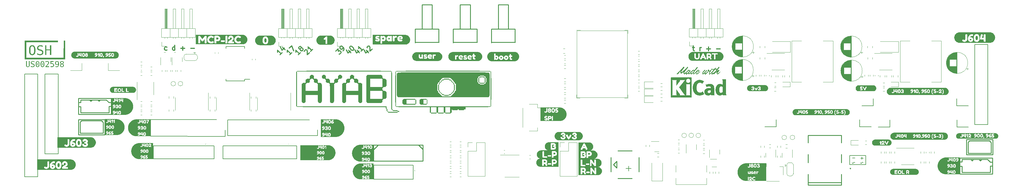
<source format=gbr>
%TF.GenerationSoftware,KiCad,Pcbnew,7.0.10*%
%TF.CreationDate,2024-02-02T23:20:54-05:00*%
%TF.ProjectId,ayab-esp32,61796162-2d65-4737-9033-322e6b696361,rev?*%
%TF.SameCoordinates,PX2be61f8PY9c01778*%
%TF.FileFunction,Legend,Top*%
%TF.FilePolarity,Positive*%
%FSLAX46Y46*%
G04 Gerber Fmt 4.6, Leading zero omitted, Abs format (unit mm)*
G04 Created by KiCad (PCBNEW 7.0.10) date 2024-02-02 23:20:54*
%MOMM*%
%LPD*%
G01*
G04 APERTURE LIST*
%ADD10C,0.000000*%
%ADD11C,0.300000*%
%ADD12C,0.150000*%
%ADD13C,0.200000*%
%ADD14C,0.120000*%
%ADD15C,0.160000*%
%ADD16C,0.250000*%
%ADD17C,0.100000*%
%ADD18C,0.017000*%
G04 APERTURE END LIST*
D10*
G36*
X213699857Y35612083D02*
G01*
X213704156Y35611584D01*
X213708689Y35610800D01*
X213713455Y35609729D01*
X213718455Y35608373D01*
X213723687Y35606730D01*
X213729053Y35604870D01*
X213734418Y35602860D01*
X213739780Y35600702D01*
X213745141Y35598395D01*
X213750501Y35595940D01*
X213755860Y35593335D01*
X213761218Y35590582D01*
X213766576Y35587680D01*
X213771934Y35584629D01*
X213777292Y35581429D01*
X213782650Y35578080D01*
X213788010Y35574583D01*
X213793371Y35570937D01*
X213798733Y35567141D01*
X213804097Y35563198D01*
X213809464Y35559105D01*
X213814750Y35554900D01*
X213819912Y35550622D01*
X213824950Y35546268D01*
X213829866Y35541841D01*
X213834658Y35537339D01*
X213839327Y35532762D01*
X213843874Y35528111D01*
X213848298Y35523386D01*
X213852600Y35518586D01*
X213856781Y35513712D01*
X213860839Y35508764D01*
X213864776Y35503741D01*
X213868592Y35498643D01*
X213872287Y35493472D01*
X213875861Y35488225D01*
X213879314Y35482905D01*
X213882477Y35477566D01*
X213885259Y35472264D01*
X213887660Y35466999D01*
X213889680Y35461771D01*
X213891317Y35456581D01*
X213892573Y35451428D01*
X213893447Y35446312D01*
X213893939Y35441233D01*
X213894047Y35436192D01*
X213893773Y35431187D01*
X213893116Y35426220D01*
X213892076Y35421290D01*
X213890652Y35416397D01*
X213888844Y35411542D01*
X213886652Y35406724D01*
X213884076Y35401942D01*
X213869650Y35377460D01*
X213853396Y35351639D01*
X213835313Y35324477D01*
X213815398Y35295977D01*
X213793651Y35266137D01*
X213770068Y35234957D01*
X213744648Y35202438D01*
X213717389Y35168580D01*
X213659347Y35098333D01*
X213597931Y35025705D01*
X213533142Y34950696D01*
X213464978Y34873305D01*
X213394175Y34794228D01*
X213321620Y34714158D01*
X213247309Y34633096D01*
X213171238Y34551042D01*
X213022370Y34390685D01*
X212883901Y34239892D01*
X212819234Y34168723D01*
X212758515Y34101343D01*
X212701765Y34037754D01*
X212649004Y33977955D01*
X212624564Y33949834D01*
X212602120Y33923454D01*
X212581671Y33898816D01*
X212563213Y33875918D01*
X212546745Y33854763D01*
X212532264Y33835348D01*
X212519767Y33817675D01*
X212509252Y33801743D01*
X212570753Y33861053D01*
X212634625Y33921579D01*
X212700898Y33983305D01*
X212769602Y34046217D01*
X212839650Y34109199D01*
X212910096Y34171213D01*
X212980938Y34232245D01*
X213052176Y34292280D01*
X213087796Y34321723D01*
X213123216Y34350521D01*
X213158437Y34378675D01*
X213193457Y34406183D01*
X213228277Y34433047D01*
X213262895Y34459265D01*
X213297310Y34484839D01*
X213331523Y34509767D01*
X213365310Y34533763D01*
X213398405Y34556576D01*
X213430806Y34578205D01*
X213462512Y34598648D01*
X213493521Y34617902D01*
X213523831Y34635966D01*
X213553441Y34652839D01*
X213582347Y34668518D01*
X213585254Y34671132D01*
X213588437Y34673438D01*
X213591895Y34675437D01*
X213595628Y34677127D01*
X213599636Y34678509D01*
X213603919Y34679582D01*
X213608475Y34680346D01*
X213613304Y34680801D01*
X213618406Y34680946D01*
X213623781Y34680782D01*
X213629427Y34680308D01*
X213635345Y34679523D01*
X213641534Y34678429D01*
X213647994Y34677023D01*
X213654723Y34675307D01*
X213661722Y34673280D01*
X213676028Y34668639D01*
X213690328Y34663450D01*
X213704623Y34657713D01*
X213718913Y34651432D01*
X213733198Y34644607D01*
X213747478Y34637241D01*
X213761753Y34629336D01*
X213776023Y34620892D01*
X213783095Y34616487D01*
X213790005Y34612022D01*
X213796752Y34607497D01*
X213803337Y34602911D01*
X213809759Y34598266D01*
X213816019Y34593559D01*
X213822117Y34588792D01*
X213828052Y34583963D01*
X213833825Y34579073D01*
X213839435Y34574122D01*
X213844883Y34569108D01*
X213850168Y34564033D01*
X213855291Y34558895D01*
X213860252Y34553694D01*
X213865050Y34548431D01*
X213869686Y34543105D01*
X213874041Y34537815D01*
X213877961Y34532662D01*
X213881444Y34527645D01*
X213884491Y34522765D01*
X213887103Y34518021D01*
X213888245Y34515700D01*
X213889279Y34513414D01*
X213890204Y34511161D01*
X213891020Y34508943D01*
X213891728Y34506758D01*
X213892326Y34504608D01*
X213892816Y34502492D01*
X213893198Y34500410D01*
X213893471Y34498362D01*
X213893635Y34496348D01*
X213893690Y34494368D01*
X213893638Y34492423D01*
X213893476Y34490511D01*
X213893206Y34488634D01*
X213892828Y34486790D01*
X213892341Y34484981D01*
X213891746Y34483206D01*
X213891043Y34481465D01*
X213890231Y34479758D01*
X213889311Y34478086D01*
X213888283Y34476447D01*
X213887146Y34474842D01*
X213862952Y34444466D01*
X213837957Y34413701D01*
X213812161Y34382546D01*
X213785567Y34350998D01*
X213729992Y34286716D01*
X213671248Y34220842D01*
X213612015Y34154961D01*
X213554970Y34090667D01*
X213500118Y34027961D01*
X213447463Y33966842D01*
X213422316Y33937126D01*
X213398511Y33908303D01*
X213376048Y33880373D01*
X213354931Y33853336D01*
X213335161Y33827192D01*
X213316740Y33801941D01*
X213299669Y33777583D01*
X213283951Y33754117D01*
X213276727Y33742843D01*
X213270174Y33732039D01*
X213264294Y33721706D01*
X213259087Y33711843D01*
X213254551Y33702451D01*
X213250688Y33693530D01*
X213247496Y33685081D01*
X213244977Y33677104D01*
X213243970Y33673292D01*
X213243131Y33669598D01*
X213242459Y33666023D01*
X213241956Y33662565D01*
X213241621Y33659225D01*
X213241454Y33656004D01*
X213241455Y33652901D01*
X213241624Y33649915D01*
X213241961Y33647049D01*
X213242466Y33644300D01*
X213243139Y33641669D01*
X213243980Y33639157D01*
X213244989Y33636764D01*
X213246167Y33634488D01*
X213247512Y33632331D01*
X213249025Y33630292D01*
X213251952Y33626875D01*
X213255174Y33623767D01*
X213258694Y33620968D01*
X213262510Y33618478D01*
X213266624Y33616298D01*
X213271035Y33614428D01*
X213275743Y33612869D01*
X213280748Y33611619D01*
X213286051Y33610681D01*
X213291652Y33610053D01*
X213297551Y33609737D01*
X213303749Y33609732D01*
X213310244Y33610038D01*
X213317038Y33610657D01*
X213324131Y33611587D01*
X213331522Y33612830D01*
X213339137Y33614328D01*
X213346903Y33616062D01*
X213362883Y33620242D01*
X213379461Y33625369D01*
X213396636Y33631443D01*
X213414405Y33638466D01*
X213432769Y33646435D01*
X213451726Y33655353D01*
X213471274Y33665217D01*
X213491317Y33675859D01*
X213511756Y33687145D01*
X213532592Y33699076D01*
X213553824Y33711652D01*
X213575454Y33724873D01*
X213597480Y33738738D01*
X213619903Y33753249D01*
X213642723Y33768405D01*
X213688555Y33799751D01*
X213733985Y33831885D01*
X213779028Y33864823D01*
X213823699Y33898580D01*
X213845710Y33915695D01*
X213867332Y33932910D01*
X213888561Y33950223D01*
X213909397Y33967636D01*
X213929835Y33985148D01*
X213949875Y34002760D01*
X213969512Y34020470D01*
X213988745Y34038280D01*
X214007412Y34055916D01*
X214025273Y34073106D01*
X214042333Y34089849D01*
X214058596Y34106145D01*
X214074065Y34121996D01*
X214088744Y34137399D01*
X214102636Y34152357D01*
X214115746Y34166867D01*
X214119327Y34170774D01*
X214122907Y34174555D01*
X214126485Y34178211D01*
X214130063Y34181743D01*
X214133639Y34185150D01*
X214137214Y34188433D01*
X214140787Y34191593D01*
X214144360Y34194629D01*
X214147931Y34197541D01*
X214151501Y34200330D01*
X214155070Y34202997D01*
X214158637Y34205540D01*
X214162203Y34207961D01*
X214165768Y34210260D01*
X214169332Y34212437D01*
X214172895Y34214492D01*
X214176417Y34216415D01*
X214179842Y34218213D01*
X214183168Y34219887D01*
X214186395Y34221438D01*
X214189524Y34222864D01*
X214192553Y34224166D01*
X214195483Y34225344D01*
X214198314Y34226399D01*
X214201045Y34227329D01*
X214203675Y34228135D01*
X214206206Y34228817D01*
X214208635Y34229375D01*
X214210964Y34229809D01*
X214213193Y34230119D01*
X214215320Y34230305D01*
X214217345Y34230367D01*
X214218317Y34230350D01*
X214219259Y34230299D01*
X214220171Y34230213D01*
X214221053Y34230092D01*
X214221904Y34229938D01*
X214222725Y34229749D01*
X214223516Y34229526D01*
X214224276Y34229268D01*
X214225006Y34228977D01*
X214225705Y34228651D01*
X214226374Y34228292D01*
X214227012Y34227898D01*
X214227619Y34227470D01*
X214228196Y34227008D01*
X214228742Y34226512D01*
X214229257Y34225982D01*
X214229742Y34225418D01*
X214230195Y34224820D01*
X214230618Y34224188D01*
X214231009Y34223523D01*
X214231370Y34222823D01*
X214231699Y34222090D01*
X214231997Y34221323D01*
X214232264Y34220522D01*
X214232500Y34219688D01*
X214232705Y34218820D01*
X214232878Y34217918D01*
X214233020Y34216982D01*
X214233209Y34215011D01*
X214233272Y34212905D01*
X214233185Y34210670D01*
X214232923Y34208350D01*
X214232486Y34205946D01*
X214231876Y34203457D01*
X214231091Y34200882D01*
X214230133Y34198222D01*
X214229001Y34195476D01*
X214227696Y34192644D01*
X214226218Y34189726D01*
X214224567Y34186722D01*
X214222743Y34183631D01*
X214220748Y34180453D01*
X214218580Y34177188D01*
X214216240Y34173835D01*
X214213729Y34170395D01*
X214211046Y34166867D01*
X214155476Y34092629D01*
X214099895Y34019210D01*
X214044314Y33946594D01*
X213988744Y33874767D01*
X213960965Y33839443D01*
X213933190Y33804910D01*
X213905417Y33771169D01*
X213877645Y33738222D01*
X213849874Y33706072D01*
X213822101Y33674720D01*
X213794326Y33644168D01*
X213766547Y33614417D01*
X213738741Y33585619D01*
X213710885Y33557962D01*
X213682980Y33531446D01*
X213655025Y33506070D01*
X213627020Y33481836D01*
X213598966Y33458743D01*
X213570862Y33436791D01*
X213542708Y33415980D01*
X213528613Y33406089D01*
X213514505Y33396657D01*
X213500385Y33387684D01*
X213486254Y33379170D01*
X213472109Y33371114D01*
X213457953Y33363518D01*
X213443785Y33356380D01*
X213429606Y33349702D01*
X213415414Y33343482D01*
X213401211Y33337721D01*
X213386996Y33332419D01*
X213372769Y33327576D01*
X213358531Y33323192D01*
X213344282Y33319266D01*
X213330021Y33315800D01*
X213315749Y33312792D01*
X213308596Y33311462D01*
X213301444Y33310625D01*
X213294293Y33310282D01*
X213287144Y33310433D01*
X213279996Y33311079D01*
X213272849Y33312220D01*
X213265704Y33313856D01*
X213258559Y33315987D01*
X213251416Y33318614D01*
X213244274Y33321736D01*
X213237133Y33325354D01*
X213229994Y33329468D01*
X213222856Y33334079D01*
X213215719Y33339187D01*
X213208583Y33344791D01*
X213201448Y33350892D01*
X213194370Y33357370D01*
X213187441Y33364123D01*
X213180662Y33371150D01*
X213174033Y33378453D01*
X213167554Y33386029D01*
X213161225Y33393880D01*
X213155045Y33402005D01*
X213149015Y33410404D01*
X213143134Y33419076D01*
X213137403Y33428021D01*
X213131821Y33437239D01*
X213126388Y33446730D01*
X213121104Y33456494D01*
X213115969Y33466530D01*
X213110983Y33476837D01*
X213106147Y33487417D01*
X213101496Y33498220D01*
X213097070Y33509196D01*
X213088890Y33531669D01*
X213081604Y33554836D01*
X213075211Y33578699D01*
X213069707Y33603255D01*
X213065093Y33628506D01*
X213061365Y33654452D01*
X213058522Y33681092D01*
X213057539Y33694565D01*
X213056952Y33708015D01*
X213056761Y33721442D01*
X213056965Y33734847D01*
X213057566Y33748228D01*
X213058564Y33761585D01*
X213059958Y33774919D01*
X213061749Y33788229D01*
X213063937Y33801514D01*
X213066521Y33814776D01*
X213069503Y33828012D01*
X213072883Y33841224D01*
X213076660Y33854411D01*
X213080834Y33867572D01*
X213085406Y33880707D01*
X213090377Y33893817D01*
X213092500Y33899061D01*
X213094921Y33904493D01*
X213097640Y33910113D01*
X213100657Y33915921D01*
X213103972Y33921916D01*
X213107585Y33928099D01*
X213115705Y33941026D01*
X213125018Y33954699D01*
X213135524Y33969117D01*
X213147225Y33984278D01*
X213160121Y34000180D01*
X213173842Y34016484D01*
X213188017Y34032892D01*
X213202642Y34049405D01*
X213217714Y34066021D01*
X213233230Y34082742D01*
X213249187Y34099567D01*
X213265582Y34116496D01*
X213282412Y34133530D01*
X213316749Y34167440D01*
X213351494Y34200979D01*
X213386636Y34234130D01*
X213422164Y34266880D01*
X213489209Y34327582D01*
X213519452Y34354681D01*
X213547522Y34379592D01*
X213517322Y34364337D01*
X213485496Y34347148D01*
X213452040Y34328023D01*
X213416951Y34306964D01*
X213380225Y34283970D01*
X213341858Y34259042D01*
X213301846Y34232178D01*
X213260186Y34203380D01*
X213174635Y34142362D01*
X213087910Y34078377D01*
X212999987Y34011436D01*
X212910843Y33941548D01*
X212866215Y33905704D01*
X212822027Y33869607D01*
X212778283Y33833262D01*
X212734987Y33796669D01*
X212692143Y33759831D01*
X212649753Y33722749D01*
X212607823Y33685425D01*
X212566355Y33647861D01*
X212525971Y33610530D01*
X212487369Y33573943D01*
X212450553Y33538100D01*
X212415522Y33503002D01*
X212382281Y33468647D01*
X212350829Y33435037D01*
X212321170Y33402171D01*
X212293305Y33370049D01*
X212291249Y33367767D01*
X212289031Y33365683D01*
X212286650Y33363798D01*
X212284107Y33362111D01*
X212281402Y33360623D01*
X212278534Y33359333D01*
X212275503Y33358242D01*
X212272310Y33357349D01*
X212268955Y33356654D01*
X212265437Y33356158D01*
X212261757Y33355860D01*
X212257914Y33355761D01*
X212253908Y33355860D01*
X212249740Y33356158D01*
X212245410Y33356654D01*
X212240917Y33357349D01*
X212236362Y33358219D01*
X212231804Y33359224D01*
X212227244Y33360363D01*
X212222683Y33361637D01*
X212218119Y33363046D01*
X212213554Y33364590D01*
X212208987Y33366269D01*
X212204418Y33368084D01*
X212199848Y33370035D01*
X212195278Y33372121D01*
X212190706Y33374344D01*
X212186134Y33376704D01*
X212181561Y33379200D01*
X212176987Y33381833D01*
X212172413Y33384603D01*
X212167839Y33387511D01*
X212163315Y33390537D01*
X212158851Y33393663D01*
X212154446Y33396887D01*
X212150102Y33400211D01*
X212145819Y33403634D01*
X212141597Y33407156D01*
X212137437Y33410778D01*
X212133338Y33414499D01*
X212129301Y33418318D01*
X212125326Y33422238D01*
X212121414Y33426256D01*
X212117565Y33430374D01*
X212113780Y33434590D01*
X212110057Y33438906D01*
X212106399Y33443322D01*
X212102805Y33447836D01*
X212099335Y33452385D01*
X212096090Y33456924D01*
X212093069Y33461453D01*
X212090272Y33465971D01*
X212087700Y33470478D01*
X212085351Y33474974D01*
X212083227Y33479459D01*
X212081327Y33483932D01*
X212079650Y33488393D01*
X212078197Y33492843D01*
X212076968Y33497280D01*
X212075963Y33501704D01*
X212075181Y33506116D01*
X212074623Y33510515D01*
X212074288Y33514901D01*
X212074176Y33519274D01*
X212074431Y33521939D01*
X212075193Y33525175D01*
X212076465Y33528980D01*
X212078244Y33533355D01*
X212080533Y33538301D01*
X212083329Y33543816D01*
X212090449Y33556560D01*
X212099602Y33571588D01*
X212110789Y33588903D01*
X212124009Y33608506D01*
X212139264Y33630399D01*
X212143619Y33636517D01*
X212148187Y33642874D01*
X212157466Y33655746D01*
X212109540Y33611016D01*
X212086172Y33589664D01*
X212063216Y33569015D01*
X212040684Y33549091D01*
X212018588Y33529912D01*
X211996940Y33511499D01*
X211975751Y33493874D01*
X211943083Y33467345D01*
X211911753Y33442528D01*
X211881762Y33419422D01*
X211853109Y33398028D01*
X211825796Y33378346D01*
X211799822Y33360375D01*
X211775188Y33344115D01*
X211751894Y33329567D01*
X211729939Y33316731D01*
X211709325Y33305606D01*
X211690052Y33296193D01*
X211672119Y33288491D01*
X211655528Y33282501D01*
X211640277Y33278222D01*
X211626368Y33275654D01*
X211619917Y33275013D01*
X211613801Y33274799D01*
X211603708Y33275171D01*
X211598824Y33275636D01*
X211594047Y33276287D01*
X211589378Y33277124D01*
X211584818Y33278147D01*
X211580365Y33279357D01*
X211576021Y33280752D01*
X211571785Y33282333D01*
X211567657Y33284100D01*
X211563637Y33286054D01*
X211559725Y33288193D01*
X211555922Y33290519D01*
X211552227Y33293030D01*
X211548640Y33295728D01*
X211545161Y33298611D01*
X211541791Y33301681D01*
X211538529Y33304936D01*
X211535376Y33308378D01*
X211532331Y33312006D01*
X211529395Y33315819D01*
X211526567Y33319819D01*
X211523848Y33324005D01*
X211521237Y33328377D01*
X211516342Y33337679D01*
X211511881Y33347724D01*
X211507855Y33358514D01*
X211504264Y33370049D01*
X211501077Y33382141D01*
X211498263Y33394605D01*
X211495823Y33407442D01*
X211493755Y33420650D01*
X211492060Y33434231D01*
X211490737Y33448183D01*
X211489787Y33462508D01*
X211489209Y33477205D01*
X211489003Y33492274D01*
X211489169Y33507715D01*
X211489707Y33523528D01*
X211490616Y33539713D01*
X211493549Y33573199D01*
X211497966Y33608174D01*
X211503721Y33644287D01*
X211510666Y33681191D01*
X211514294Y33698000D01*
X211694383Y33698000D01*
X211694403Y33694847D01*
X211694575Y33691843D01*
X211694896Y33688990D01*
X211695368Y33686287D01*
X211695990Y33683734D01*
X211696357Y33682514D01*
X211696761Y33681331D01*
X211697203Y33680186D01*
X211697681Y33679078D01*
X211698197Y33678008D01*
X211698750Y33676975D01*
X211699341Y33675980D01*
X211699968Y33675023D01*
X211700632Y33674103D01*
X211701334Y33673220D01*
X211702072Y33672375D01*
X211702848Y33671567D01*
X211705852Y33668572D01*
X211709329Y33665937D01*
X211713278Y33663661D01*
X211717700Y33661745D01*
X211722595Y33660188D01*
X211727962Y33658991D01*
X211733802Y33658154D01*
X211740114Y33657677D01*
X211746899Y33657559D01*
X211754156Y33657801D01*
X211761886Y33658402D01*
X211770088Y33659363D01*
X211778763Y33660684D01*
X211787910Y33662365D01*
X211797530Y33664405D01*
X211807622Y33666805D01*
X211828788Y33672632D01*
X211851051Y33679795D01*
X211874412Y33688297D01*
X211898871Y33698138D01*
X211924429Y33709322D01*
X211951086Y33721849D01*
X211978844Y33735722D01*
X212007703Y33750942D01*
X212037459Y33767462D01*
X212067952Y33785272D01*
X212099184Y33804372D01*
X212131157Y33824761D01*
X212163875Y33846440D01*
X212197339Y33869410D01*
X212231553Y33893669D01*
X212266518Y33919217D01*
X212300932Y33945289D01*
X212335394Y33972503D01*
X212369904Y34000855D01*
X212404459Y34030342D01*
X212439059Y34060961D01*
X212473702Y34092706D01*
X212508388Y34125576D01*
X212543114Y34159565D01*
X212560152Y34181155D01*
X212701420Y34358955D01*
X212845902Y34539930D01*
X212949916Y34670607D01*
X213052700Y34800491D01*
X213046325Y34801282D01*
X213039649Y34802053D01*
X213032645Y34802783D01*
X213025289Y34803455D01*
X213011009Y34804546D01*
X212995989Y34805439D01*
X212980228Y34806134D01*
X212963727Y34806630D01*
X212946484Y34806927D01*
X212928499Y34807027D01*
X212890299Y34806630D01*
X212849620Y34805638D01*
X212806961Y34804249D01*
X212762328Y34802463D01*
X212715726Y34800280D01*
X212618048Y34795121D01*
X212515648Y34789167D01*
X212427152Y34684769D01*
X212333139Y34574855D01*
X212237876Y34463730D01*
X212145867Y34355780D01*
X212101377Y34303293D01*
X212058481Y34252196D01*
X212017182Y34202487D01*
X211977486Y34154168D01*
X211940080Y34108123D01*
X211905650Y34065248D01*
X211874198Y34025558D01*
X211845723Y33989067D01*
X211835551Y33975606D01*
X211825674Y33962249D01*
X211816095Y33948995D01*
X211806816Y33935847D01*
X211797839Y33922802D01*
X211789168Y33909861D01*
X211780805Y33897025D01*
X211772751Y33884292D01*
X211765010Y33871701D01*
X211757662Y33859366D01*
X211750708Y33847285D01*
X211744150Y33835457D01*
X211737988Y33823879D01*
X211732225Y33812550D01*
X211726861Y33801467D01*
X211721898Y33790630D01*
X211717347Y33780086D01*
X211713182Y33769886D01*
X211709408Y33760032D01*
X211706029Y33750526D01*
X211703049Y33741369D01*
X211700474Y33732565D01*
X211698306Y33724113D01*
X211696550Y33716017D01*
X211695813Y33712114D01*
X211695228Y33708360D01*
X211694794Y33704757D01*
X211694513Y33701303D01*
X211694383Y33698000D01*
X211514294Y33698000D01*
X211518802Y33718888D01*
X211528128Y33757379D01*
X211538646Y33796666D01*
X211550353Y33836751D01*
X211563252Y33877637D01*
X211577341Y33919324D01*
X211578636Y33922979D01*
X211579974Y33926606D01*
X211582732Y33933810D01*
X211585519Y33940993D01*
X211588242Y33948216D01*
X211548065Y33902139D01*
X211505903Y33854236D01*
X211462636Y33805597D01*
X211418565Y33756585D01*
X211373700Y33707187D01*
X211328051Y33657386D01*
X211305109Y33632656D01*
X211282319Y33608471D01*
X211259681Y33584832D01*
X211237193Y33561739D01*
X211214854Y33539192D01*
X211192662Y33517190D01*
X211170616Y33495734D01*
X211148716Y33474824D01*
X211127029Y33454543D01*
X211105701Y33435015D01*
X211084729Y33416237D01*
X211064109Y33398207D01*
X211043840Y33380924D01*
X211023916Y33364386D01*
X211004337Y33348590D01*
X210985098Y33333536D01*
X210975669Y33326374D01*
X210966413Y33319571D01*
X210957329Y33313128D01*
X210948418Y33307045D01*
X210939679Y33301321D01*
X210931113Y33295957D01*
X210922720Y33290953D01*
X210914500Y33286308D01*
X210906453Y33282023D01*
X210898579Y33278098D01*
X210890879Y33274532D01*
X210883351Y33271326D01*
X210875997Y33268480D01*
X210868816Y33265993D01*
X210861809Y33263866D01*
X210854975Y33262099D01*
X210849084Y33260731D01*
X210846185Y33260204D01*
X210843317Y33259782D01*
X210840480Y33259465D01*
X210837674Y33259253D01*
X210834899Y33259146D01*
X210832155Y33259144D01*
X210829442Y33259248D01*
X210826760Y33259456D01*
X210824109Y33259769D01*
X210821489Y33260187D01*
X210818900Y33260711D01*
X210816342Y33261339D01*
X210813815Y33262073D01*
X210811319Y33262912D01*
X210808854Y33263857D01*
X210806420Y33264906D01*
X210804017Y33266061D01*
X210801645Y33267322D01*
X210799305Y33268687D01*
X210796995Y33270158D01*
X210794716Y33271735D01*
X210792468Y33273417D01*
X210790251Y33275205D01*
X210788065Y33277098D01*
X210785910Y33279096D01*
X210783786Y33281200D01*
X210779631Y33285726D01*
X210775601Y33290674D01*
X210771695Y33295960D01*
X210767914Y33301479D01*
X210764257Y33307232D01*
X210760726Y33313219D01*
X210757318Y33319440D01*
X210754035Y33325895D01*
X210750876Y33332585D01*
X210747840Y33339509D01*
X210744927Y33346669D01*
X210742138Y33354064D01*
X210739472Y33361694D01*
X210736928Y33369560D01*
X210734507Y33377662D01*
X210732208Y33386000D01*
X210730031Y33394575D01*
X210727976Y33403386D01*
X210724221Y33421593D01*
X210720856Y33440494D01*
X210717882Y33460090D01*
X210715303Y33480380D01*
X210713121Y33501365D01*
X210711338Y33523044D01*
X210709956Y33545418D01*
X210708979Y33568486D01*
X210708399Y33591887D01*
X210708207Y33615295D01*
X210708405Y33638710D01*
X210708993Y33662129D01*
X210709973Y33685550D01*
X210711346Y33708972D01*
X210713113Y33732393D01*
X210715277Y33755811D01*
X210717799Y33779013D01*
X210720565Y33801826D01*
X210723573Y33824249D01*
X210726825Y33846279D01*
X210730320Y33867914D01*
X210734058Y33889154D01*
X210738040Y33909995D01*
X210742264Y33930436D01*
X210746771Y33950203D01*
X210751522Y33969025D01*
X210756517Y33986903D01*
X210761757Y34003838D01*
X210767243Y34019834D01*
X210772975Y34034891D01*
X210778953Y34049012D01*
X210782035Y34055722D01*
X210785179Y34062199D01*
X210794995Y34081298D01*
X210805351Y34100497D01*
X210816247Y34119795D01*
X210827685Y34139192D01*
X210839663Y34158689D01*
X210852182Y34178285D01*
X210865242Y34197980D01*
X210878843Y34217774D01*
X210888385Y34231258D01*
X210898076Y34244687D01*
X210917855Y34271391D01*
X210938091Y34297918D01*
X210958693Y34324295D01*
X210949874Y34321470D01*
X210941085Y34318600D01*
X210932276Y34315760D01*
X210923397Y34313024D01*
X210883189Y34301959D01*
X210842734Y34292577D01*
X210802031Y34284881D01*
X210761083Y34278873D01*
X210719888Y34274553D01*
X210678449Y34271925D01*
X210636766Y34270989D01*
X210594838Y34271749D01*
X210577839Y34246185D01*
X210560257Y34220331D01*
X210542090Y34194186D01*
X210523335Y34167748D01*
X210503989Y34141014D01*
X210484051Y34113983D01*
X210463517Y34086654D01*
X210442385Y34059024D01*
X210399018Y34003538D01*
X210354649Y33948276D01*
X210309288Y33893222D01*
X210262944Y33838361D01*
X210239452Y33811126D01*
X210215809Y33784188D01*
X210192017Y33757548D01*
X210168079Y33731205D01*
X210143996Y33705160D01*
X210119772Y33679413D01*
X210095410Y33653963D01*
X210070910Y33628811D01*
X210046351Y33604155D01*
X210021889Y33580194D01*
X209997524Y33556927D01*
X209973259Y33534355D01*
X209949096Y33512477D01*
X209925036Y33491294D01*
X209901082Y33470805D01*
X209877235Y33451011D01*
X209853529Y33432020D01*
X209830075Y33413980D01*
X209806874Y33396889D01*
X209783923Y33380745D01*
X209761223Y33365545D01*
X209738773Y33351289D01*
X209716572Y33337974D01*
X209694619Y33325599D01*
X209683796Y33319807D01*
X209673133Y33314340D01*
X209662632Y33309195D01*
X209652292Y33304373D01*
X209642112Y33299875D01*
X209632094Y33295698D01*
X209622236Y33291844D01*
X209612539Y33288312D01*
X209603002Y33285102D01*
X209593626Y33282214D01*
X209584411Y33279647D01*
X209575356Y33277401D01*
X209566461Y33275476D01*
X209557726Y33273871D01*
X209549152Y33272587D01*
X209540737Y33271624D01*
X209534815Y33271434D01*
X209528995Y33271639D01*
X209523276Y33272239D01*
X209520454Y33272687D01*
X209517658Y33273234D01*
X209514888Y33273879D01*
X209512142Y33274624D01*
X209509422Y33275467D01*
X209506727Y33276410D01*
X209501414Y33278591D01*
X209496201Y33281169D01*
X209491090Y33284142D01*
X209486080Y33287513D01*
X209481170Y33291280D01*
X209476362Y33295444D01*
X209471654Y33300005D01*
X209467047Y33304963D01*
X209462540Y33310320D01*
X209458134Y33316074D01*
X209453812Y33322139D01*
X209449616Y33328427D01*
X209445547Y33334938D01*
X209441604Y33341672D01*
X209437788Y33348630D01*
X209434099Y33355811D01*
X209430535Y33363215D01*
X209427099Y33370843D01*
X209423789Y33378693D01*
X209420605Y33386767D01*
X209417548Y33395064D01*
X209414617Y33403585D01*
X209411813Y33412328D01*
X209409135Y33421295D01*
X209404159Y33439899D01*
X209399620Y33459222D01*
X209395526Y33479090D01*
X209391878Y33499504D01*
X209388674Y33520464D01*
X209385915Y33541970D01*
X209383598Y33564021D01*
X209381725Y33586619D01*
X209380294Y33609761D01*
X209379328Y33633053D01*
X209378813Y33656096D01*
X209378745Y33678892D01*
X209379123Y33701439D01*
X209379945Y33723739D01*
X209381209Y33745790D01*
X209382913Y33767593D01*
X209385056Y33789149D01*
X209340629Y33732073D01*
X209297835Y33678321D01*
X209256678Y33627893D01*
X209217158Y33580789D01*
X209179278Y33537009D01*
X209143039Y33496553D01*
X209108443Y33459420D01*
X209075493Y33425611D01*
X209059608Y33410040D01*
X209044078Y33395474D01*
X209028906Y33381912D01*
X209014091Y33369354D01*
X208999634Y33357801D01*
X208985535Y33347253D01*
X208971795Y33337710D01*
X208958415Y33329171D01*
X208945393Y33321636D01*
X208932732Y33315106D01*
X208920432Y33309581D01*
X208908493Y33305060D01*
X208896915Y33301544D01*
X208885699Y33299033D01*
X208874845Y33297526D01*
X208864355Y33297024D01*
X208856520Y33297303D01*
X208852672Y33297652D01*
X208848870Y33298140D01*
X208845114Y33298768D01*
X208841404Y33299535D01*
X208837741Y33300442D01*
X208834124Y33301489D01*
X208830553Y33302675D01*
X208827029Y33304000D01*
X208823550Y33305465D01*
X208820119Y33307070D01*
X208816733Y33308814D01*
X208813394Y33310697D01*
X208806854Y33314883D01*
X208800500Y33319627D01*
X208794332Y33324929D01*
X208788349Y33330789D01*
X208782552Y33337207D01*
X208776940Y33344184D01*
X208771514Y33351718D01*
X208766274Y33359811D01*
X208761220Y33368461D01*
X208756358Y33377508D01*
X208751695Y33386790D01*
X208747230Y33396306D01*
X208742964Y33406058D01*
X208738896Y33416045D01*
X208735026Y33426267D01*
X208731355Y33436725D01*
X208727883Y33447420D01*
X208724608Y33458350D01*
X208721533Y33469517D01*
X208715976Y33492562D01*
X208711214Y33516555D01*
X208707245Y33541499D01*
X208704013Y33567023D01*
X208701536Y33592795D01*
X208699812Y33618815D01*
X208698838Y33645083D01*
X208698611Y33671599D01*
X208699127Y33698364D01*
X208700383Y33725376D01*
X208702377Y33752636D01*
X208703688Y33766185D01*
X208705220Y33779448D01*
X208706973Y33792425D01*
X208708948Y33805115D01*
X208711144Y33817521D01*
X208713562Y33829641D01*
X208716203Y33841476D01*
X208719065Y33853026D01*
X208722151Y33864291D01*
X208725459Y33875272D01*
X208728991Y33885969D01*
X208732745Y33896382D01*
X208736724Y33906511D01*
X208740926Y33916357D01*
X208745352Y33925919D01*
X208750002Y33935199D01*
X208756828Y33948305D01*
X208764603Y33962263D01*
X208773324Y33977071D01*
X208782989Y33992726D01*
X208793594Y34009227D01*
X208805136Y34026572D01*
X208817611Y34044759D01*
X208831018Y34063786D01*
X208859563Y34103268D01*
X208889715Y34143935D01*
X208921475Y34185803D01*
X208954842Y34228886D01*
X208989234Y34272535D01*
X209024236Y34316179D01*
X209059863Y34359833D01*
X209096130Y34403511D01*
X209132138Y34446267D01*
X209167144Y34487232D01*
X209201157Y34526421D01*
X209234189Y34563849D01*
X209265564Y34598645D01*
X209294534Y34630087D01*
X209308121Y34644551D01*
X209321112Y34658176D01*
X209333510Y34670963D01*
X209345314Y34682911D01*
X209356355Y34693783D01*
X209366455Y34703420D01*
X209371153Y34707775D01*
X209375615Y34711821D01*
X209379841Y34715559D01*
X209383831Y34718987D01*
X209387585Y34722107D01*
X209391102Y34724918D01*
X209394383Y34727420D01*
X209397426Y34729613D01*
X209400233Y34731498D01*
X209402802Y34733074D01*
X209405133Y34734341D01*
X209407227Y34735299D01*
X209410034Y34736365D01*
X209412919Y34737182D01*
X209415881Y34737750D01*
X209418920Y34738069D01*
X209422036Y34738141D01*
X209425228Y34737964D01*
X209428496Y34737539D01*
X209431839Y34736866D01*
X209435258Y34735946D01*
X209438751Y34734779D01*
X209442318Y34733365D01*
X209445959Y34731704D01*
X209449674Y34729797D01*
X209453461Y34727644D01*
X209457322Y34725244D01*
X209461254Y34722599D01*
X209465180Y34719771D01*
X209469058Y34716844D01*
X209472888Y34713818D01*
X209476671Y34710692D01*
X209480407Y34707468D01*
X209484094Y34704144D01*
X209487733Y34700721D01*
X209491324Y34697199D01*
X209494867Y34693577D01*
X209498361Y34689856D01*
X209501807Y34686036D01*
X209505203Y34682117D01*
X209508551Y34678099D01*
X209511850Y34673981D01*
X209515099Y34669765D01*
X209518299Y34665449D01*
X209524468Y34656653D01*
X209530235Y34647765D01*
X209535603Y34638785D01*
X209540570Y34629710D01*
X209542904Y34625136D01*
X209545138Y34620538D01*
X209547272Y34615915D01*
X209549307Y34611268D01*
X209551242Y34606595D01*
X209553078Y34601897D01*
X209554814Y34597173D01*
X209556451Y34592423D01*
X209557915Y34587722D01*
X209559132Y34583144D01*
X209560102Y34578690D01*
X209560825Y34574358D01*
X209561300Y34570151D01*
X209561528Y34566067D01*
X209561508Y34562108D01*
X209561240Y34558272D01*
X209560724Y34554562D01*
X209559960Y34550976D01*
X209558948Y34547516D01*
X209557686Y34544181D01*
X209556177Y34540971D01*
X209554418Y34537888D01*
X209552410Y34534930D01*
X209550154Y34532099D01*
X209537759Y34515960D01*
X209524426Y34499334D01*
X209510154Y34482218D01*
X209494942Y34464610D01*
X209478790Y34446508D01*
X209461698Y34427911D01*
X209443664Y34408817D01*
X209424688Y34389224D01*
X209385376Y34348933D01*
X209345300Y34307447D01*
X209304450Y34264781D01*
X209262816Y34220949D01*
X209220839Y34176399D01*
X209179056Y34131652D01*
X209137481Y34086706D01*
X209096129Y34041561D01*
X209075844Y34019113D01*
X209056305Y33997012D01*
X209037514Y33975258D01*
X209019473Y33953852D01*
X209002183Y33932793D01*
X208985647Y33912081D01*
X208969865Y33891716D01*
X208954841Y33871699D01*
X208940620Y33852103D01*
X208927404Y33833003D01*
X208915190Y33814400D01*
X208903975Y33796292D01*
X208893758Y33778681D01*
X208884535Y33761566D01*
X208876304Y33744947D01*
X208869063Y33728824D01*
X208865895Y33720998D01*
X208863137Y33713395D01*
X208860789Y33706016D01*
X208858852Y33698860D01*
X208857324Y33691927D01*
X208856206Y33685217D01*
X208855498Y33678731D01*
X208855199Y33672467D01*
X208855309Y33666427D01*
X208855829Y33660611D01*
X208856757Y33655017D01*
X208857375Y33652304D01*
X208858094Y33649647D01*
X208858916Y33647046D01*
X208859840Y33644500D01*
X208860867Y33642010D01*
X208861995Y33639576D01*
X208863225Y33637198D01*
X208864558Y33634876D01*
X208865992Y33632609D01*
X208867529Y33630399D01*
X208870074Y33627025D01*
X208872929Y33624049D01*
X208876092Y33621469D01*
X208879565Y33619286D01*
X208883346Y33617500D01*
X208887437Y33616111D01*
X208891837Y33615119D01*
X208896546Y33614524D01*
X208901565Y33614325D01*
X208906894Y33614524D01*
X208912532Y33615119D01*
X208918479Y33616111D01*
X208924737Y33617500D01*
X208931304Y33619286D01*
X208938181Y33621469D01*
X208945369Y33624049D01*
X208960392Y33630084D01*
X208976173Y33637116D01*
X208992710Y33645145D01*
X209009999Y33654171D01*
X209028041Y33664195D01*
X209046832Y33675216D01*
X209066371Y33687234D01*
X209086656Y33700249D01*
X209107472Y33714164D01*
X209128686Y33728923D01*
X209150300Y33744525D01*
X209172314Y33760971D01*
X209194730Y33778259D01*
X209217550Y33796392D01*
X209240773Y33815367D01*
X209264402Y33835186D01*
X209288217Y33855598D01*
X209312035Y33876354D01*
X209335854Y33897457D01*
X209359673Y33918907D01*
X209383489Y33940707D01*
X209407300Y33962858D01*
X209431106Y33985363D01*
X209454903Y34008224D01*
X209467258Y34029157D01*
X209480509Y34050682D01*
X209494654Y34072801D01*
X209509691Y34095516D01*
X209525619Y34118829D01*
X209542436Y34142742D01*
X209560140Y34167256D01*
X209578728Y34192374D01*
X209616758Y34242571D01*
X209654571Y34291573D01*
X209692165Y34339393D01*
X209729541Y34386049D01*
X209747973Y34408646D01*
X209765962Y34430399D01*
X209783508Y34451310D01*
X209800608Y34471377D01*
X209817261Y34490600D01*
X209833467Y34508981D01*
X209849224Y34526517D01*
X209864531Y34543211D01*
X209879017Y34558600D01*
X209885814Y34565646D01*
X209892313Y34572260D01*
X209898515Y34578441D01*
X209904420Y34584190D01*
X209910027Y34589506D01*
X209915338Y34594388D01*
X209920351Y34598837D01*
X209925067Y34602852D01*
X209929487Y34606434D01*
X209933610Y34609581D01*
X209937436Y34612294D01*
X209940965Y34614572D01*
X209944198Y34616415D01*
X209947134Y34617823D01*
X209949543Y34618528D01*
X209951986Y34619073D01*
X209954465Y34619459D01*
X209956978Y34619686D01*
X209959527Y34619753D01*
X209962112Y34619661D01*
X209964732Y34619408D01*
X209967388Y34618994D01*
X209970080Y34618420D01*
X209972808Y34617685D01*
X209975573Y34616790D01*
X209978374Y34615732D01*
X209981211Y34614514D01*
X209984085Y34613133D01*
X209986996Y34611591D01*
X209989944Y34609886D01*
X209992923Y34608056D01*
X209995887Y34606138D01*
X209998838Y34604133D01*
X210001774Y34602040D01*
X210004696Y34599860D01*
X210007606Y34597594D01*
X210010502Y34595240D01*
X210013386Y34592801D01*
X210016257Y34590274D01*
X210019116Y34587663D01*
X210021963Y34584965D01*
X210024799Y34582182D01*
X210027624Y34579313D01*
X210030438Y34576360D01*
X210033241Y34573321D01*
X210036034Y34570198D01*
X210041499Y34563759D01*
X210046819Y34557178D01*
X210051996Y34550455D01*
X210057029Y34543588D01*
X210061918Y34536574D01*
X210066664Y34529412D01*
X210071265Y34522100D01*
X210075722Y34514636D01*
X210079897Y34507155D01*
X210083728Y34499830D01*
X210087216Y34492661D01*
X210090360Y34485644D01*
X210093159Y34478779D01*
X210095613Y34472064D01*
X210096710Y34468761D01*
X210097720Y34465496D01*
X210098644Y34462267D01*
X210099482Y34459073D01*
X210100208Y34455544D01*
X210100798Y34452101D01*
X210101254Y34448744D01*
X210101573Y34445473D01*
X210101756Y34442289D01*
X210101803Y34439191D01*
X210101713Y34436180D01*
X210101486Y34433257D01*
X210101122Y34430421D01*
X210100621Y34427672D01*
X210099983Y34425012D01*
X210099207Y34422439D01*
X210098292Y34419955D01*
X210097240Y34417560D01*
X210096049Y34415254D01*
X210094719Y34413036D01*
X210091651Y34408497D01*
X210088042Y34403610D01*
X210083892Y34398376D01*
X210079201Y34392795D01*
X210073970Y34386867D01*
X210068198Y34380591D01*
X210061885Y34373969D01*
X210055032Y34366998D01*
X210035612Y34347135D01*
X209996347Y34306673D01*
X209970712Y34279884D01*
X209943107Y34250317D01*
X209913547Y34217972D01*
X209882048Y34182849D01*
X209849183Y34145542D01*
X209815743Y34106649D01*
X209781707Y34066167D01*
X209747057Y34024099D01*
X209729858Y34002764D01*
X209713147Y33981625D01*
X209696925Y33960684D01*
X209681196Y33939941D01*
X209665960Y33919399D01*
X209651219Y33899061D01*
X209636976Y33878926D01*
X209623233Y33858998D01*
X209610178Y33839353D01*
X209597962Y33820105D01*
X209586586Y33801253D01*
X209576051Y33782798D01*
X209566356Y33764741D01*
X209557502Y33747080D01*
X209549491Y33729816D01*
X209542323Y33712948D01*
X209539153Y33704738D01*
X209536392Y33696774D01*
X209534040Y33689057D01*
X209532096Y33681588D01*
X209530562Y33674367D01*
X209529438Y33667393D01*
X209528723Y33660668D01*
X209528418Y33654191D01*
X209528524Y33647963D01*
X209529041Y33641984D01*
X209529969Y33636254D01*
X209530588Y33633482D01*
X209531309Y33630773D01*
X209532133Y33628126D01*
X209533060Y33625542D01*
X209534090Y33623020D01*
X209535224Y33620561D01*
X209536460Y33618164D01*
X209537799Y33615829D01*
X209539242Y33613558D01*
X209540788Y33611348D01*
X209542031Y33609632D01*
X209543399Y33608056D01*
X209544892Y33606619D01*
X209546510Y33605321D01*
X209548252Y33604163D01*
X209550120Y33603144D01*
X209554229Y33601526D01*
X209558837Y33600465D01*
X209563944Y33599963D01*
X209569549Y33600019D01*
X209575653Y33600633D01*
X209582254Y33601805D01*
X209589353Y33603535D01*
X209596950Y33605823D01*
X209605044Y33608670D01*
X209613635Y33612074D01*
X209622723Y33616037D01*
X209632307Y33620557D01*
X209642388Y33625636D01*
X209663479Y33637021D01*
X209685517Y33649746D01*
X209708502Y33663810D01*
X209732432Y33679214D01*
X209757307Y33695957D01*
X209783127Y33714040D01*
X209809890Y33733462D01*
X209837596Y33754223D01*
X209865996Y33776126D01*
X209894838Y33798971D01*
X209924124Y33822759D01*
X209953855Y33847489D01*
X209984033Y33873162D01*
X210014658Y33899777D01*
X210045732Y33927335D01*
X210077257Y33955836D01*
X210108694Y33984783D01*
X210139543Y34013681D01*
X210169802Y34042528D01*
X210199468Y34071327D01*
X210228538Y34100075D01*
X210257011Y34128774D01*
X210284884Y34157424D01*
X210312153Y34186023D01*
X210332799Y34208241D01*
X210350280Y34227279D01*
X210364586Y34243151D01*
X210370545Y34249905D01*
X210375707Y34255873D01*
X210380568Y34261628D01*
X210385628Y34267780D01*
X210390887Y34274328D01*
X210396344Y34281273D01*
X210407853Y34296355D01*
X210420156Y34313023D01*
X210407885Y34320514D01*
X210396512Y34328700D01*
X210386036Y34337580D01*
X210376456Y34347155D01*
X210367772Y34357424D01*
X210359984Y34368388D01*
X210353090Y34380046D01*
X210347092Y34392398D01*
X210341988Y34405446D01*
X210337777Y34419188D01*
X210334460Y34433624D01*
X210332036Y34448755D01*
X210330504Y34464580D01*
X210329864Y34481100D01*
X210330115Y34498314D01*
X210331257Y34516223D01*
X210331763Y34522226D01*
X210332505Y34528326D01*
X210333484Y34534525D01*
X210334699Y34540822D01*
X210336151Y34547219D01*
X210337840Y34553714D01*
X210339765Y34560309D01*
X210341926Y34567004D01*
X210344324Y34573798D01*
X210346958Y34580692D01*
X210349828Y34587687D01*
X210352934Y34594782D01*
X210356276Y34601978D01*
X210359854Y34609275D01*
X210363667Y34616674D01*
X210367717Y34624173D01*
X210376249Y34639041D01*
X210380664Y34646329D01*
X210385179Y34653520D01*
X210389792Y34660613D01*
X210394505Y34667608D01*
X210399317Y34674505D01*
X210404229Y34681304D01*
X210409239Y34688004D01*
X210414349Y34694605D01*
X210419558Y34701107D01*
X210424866Y34707510D01*
X210430274Y34713813D01*
X210435780Y34720017D01*
X210441386Y34726120D01*
X210447091Y34732124D01*
X210452864Y34737989D01*
X210458673Y34743680D01*
X210464518Y34749197D01*
X210470400Y34754540D01*
X210476319Y34759708D01*
X210482275Y34764703D01*
X210488268Y34769524D01*
X210494299Y34774173D01*
X210500368Y34778648D01*
X210506475Y34782950D01*
X210512620Y34787080D01*
X210518804Y34791037D01*
X210525026Y34794823D01*
X210531288Y34798436D01*
X210537589Y34801878D01*
X210543929Y34805149D01*
X210550224Y34808162D01*
X210556450Y34810854D01*
X210562605Y34813222D01*
X210568689Y34815269D01*
X210574702Y34816993D01*
X210580643Y34818394D01*
X210586512Y34819473D01*
X210592308Y34820230D01*
X210598031Y34820664D01*
X210603680Y34820776D01*
X210609256Y34820565D01*
X210614756Y34820031D01*
X210620182Y34819176D01*
X210625532Y34817997D01*
X210630806Y34816497D01*
X210636004Y34814674D01*
X210641865Y34812181D01*
X210647541Y34809465D01*
X210653031Y34806525D01*
X210658336Y34803363D01*
X210663455Y34799977D01*
X210668389Y34796368D01*
X210673136Y34792536D01*
X210677696Y34788480D01*
X210682070Y34784201D01*
X210686257Y34779699D01*
X210690257Y34774974D01*
X210694070Y34770025D01*
X210697695Y34764853D01*
X210701132Y34759458D01*
X210704381Y34753840D01*
X210707442Y34747999D01*
X210713187Y34735993D01*
X210718478Y34723789D01*
X210723318Y34711387D01*
X210727709Y34698786D01*
X210731653Y34685987D01*
X210735154Y34672989D01*
X210738212Y34659793D01*
X210740832Y34646399D01*
X210742995Y34632989D01*
X210744763Y34619786D01*
X210746136Y34606787D01*
X210747116Y34593991D01*
X210747704Y34581397D01*
X210747902Y34569001D01*
X210747710Y34556802D01*
X210747129Y34544799D01*
X210746700Y34538970D01*
X210746223Y34533389D01*
X210745700Y34528056D01*
X210745130Y34522971D01*
X210744512Y34518134D01*
X210743846Y34513545D01*
X210743131Y34509204D01*
X210742367Y34505111D01*
X210741553Y34501267D01*
X210740689Y34497670D01*
X210739775Y34494321D01*
X210738810Y34491221D01*
X210737793Y34488368D01*
X210736724Y34485764D01*
X210735603Y34483407D01*
X210734430Y34481299D01*
X210764542Y34477809D01*
X210794556Y34475316D01*
X210824470Y34473820D01*
X210854286Y34473322D01*
X210884002Y34473820D01*
X210913618Y34475316D01*
X210943136Y34477809D01*
X210972554Y34481299D01*
X211005825Y34486136D01*
X211040123Y34491737D01*
X211075402Y34498072D01*
X211111619Y34505111D01*
X211128129Y34524161D01*
X211161252Y34560971D01*
X211193964Y34596789D01*
X211226289Y34631615D01*
X211258252Y34665449D01*
X211261077Y34668069D01*
X211264016Y34670395D01*
X211267069Y34672424D01*
X211270235Y34674158D01*
X211273515Y34675595D01*
X211276909Y34676736D01*
X211280415Y34677581D01*
X211284035Y34678129D01*
X211287767Y34678380D01*
X211291612Y34678333D01*
X211295570Y34677989D01*
X211299640Y34677348D01*
X211303823Y34676408D01*
X211308117Y34675170D01*
X211312523Y34673634D01*
X211317041Y34671799D01*
X211321571Y34669733D01*
X211326053Y34667505D01*
X211330486Y34665116D01*
X211334871Y34662564D01*
X211339207Y34659851D01*
X211343496Y34656976D01*
X211347735Y34653941D01*
X211351927Y34650744D01*
X211356070Y34647388D01*
X211360164Y34643870D01*
X211364210Y34640193D01*
X211368208Y34636355D01*
X211372158Y34632358D01*
X211376059Y34628202D01*
X211379912Y34623886D01*
X211383716Y34619411D01*
X211387416Y34614828D01*
X211390994Y34610206D01*
X211394449Y34605547D01*
X211397783Y34600850D01*
X211400994Y34596115D01*
X211404082Y34591343D01*
X211407048Y34586534D01*
X211409890Y34581688D01*
X211412609Y34576806D01*
X211415204Y34571887D01*
X211417675Y34566932D01*
X211420023Y34561941D01*
X211422246Y34556915D01*
X211424344Y34551853D01*
X211426317Y34546756D01*
X211428166Y34541624D01*
X211429822Y34536514D01*
X211431217Y34531503D01*
X211432352Y34526592D01*
X211433226Y34521780D01*
X211433840Y34517067D01*
X211434194Y34512453D01*
X211434287Y34507939D01*
X211434119Y34503524D01*
X211433692Y34499208D01*
X211433003Y34494991D01*
X211432054Y34490873D01*
X211430845Y34486855D01*
X211429375Y34482936D01*
X211427645Y34479116D01*
X211425655Y34475395D01*
X211423404Y34471774D01*
X211398423Y34440512D01*
X211371036Y34407063D01*
X211341258Y34371441D01*
X211309103Y34333661D01*
X211241615Y34254286D01*
X211207282Y34213408D01*
X211172578Y34171736D01*
X211138020Y34129660D01*
X211104276Y34087579D01*
X211071345Y34045508D01*
X211039228Y34003461D01*
X211023658Y33982551D01*
X211008738Y33961888D01*
X210994468Y33941474D01*
X210980848Y33921308D01*
X210967878Y33901390D01*
X210955557Y33881720D01*
X210943886Y33862298D01*
X210932865Y33843124D01*
X210922552Y33824297D01*
X210913083Y33805917D01*
X210904460Y33787983D01*
X210896685Y33770495D01*
X210889757Y33753455D01*
X210883679Y33736860D01*
X210878451Y33720712D01*
X210876157Y33712806D01*
X210874076Y33705011D01*
X210872274Y33697365D01*
X210870819Y33689905D01*
X210869710Y33682631D01*
X210868946Y33675543D01*
X210868529Y33668641D01*
X210868458Y33661925D01*
X210868732Y33655395D01*
X210869353Y33649052D01*
X210870320Y33642894D01*
X210871633Y33636922D01*
X210873292Y33631137D01*
X210875297Y33625537D01*
X210877647Y33620123D01*
X210880344Y33614896D01*
X210883387Y33609854D01*
X210886776Y33604999D01*
X210888888Y33601982D01*
X210891273Y33599303D01*
X210893933Y33596961D01*
X210896866Y33594955D01*
X210900074Y33593286D01*
X210903556Y33591953D01*
X210907312Y33590956D01*
X210911342Y33590294D01*
X210915646Y33589968D01*
X210920225Y33589978D01*
X210925077Y33590322D01*
X210930204Y33591001D01*
X210935604Y33592015D01*
X210941279Y33593363D01*
X210947228Y33595045D01*
X210953451Y33597061D01*
X210966449Y33601831D01*
X210980042Y33607449D01*
X210994233Y33613916D01*
X211009020Y33621231D01*
X211024406Y33629394D01*
X211040389Y33638406D01*
X211056972Y33648265D01*
X211074154Y33658974D01*
X211091795Y33670409D01*
X211109835Y33682488D01*
X211128273Y33695213D01*
X211147113Y33708583D01*
X211166354Y33722598D01*
X211185998Y33737257D01*
X211206047Y33752562D01*
X211226501Y33768511D01*
X211267845Y33801352D01*
X211309408Y33834789D01*
X211351189Y33868821D01*
X211393188Y33903449D01*
X211434716Y33938351D01*
X211475296Y33973279D01*
X211514893Y34008216D01*
X211553473Y34043149D01*
X211590200Y34077074D01*
X211624123Y34109010D01*
X211655279Y34138972D01*
X211683701Y34166974D01*
X211683958Y34167226D01*
X211684215Y34167469D01*
X211684725Y34167930D01*
X211685232Y34168368D01*
X211685738Y34168793D01*
X211686751Y34169645D01*
X211687261Y34170094D01*
X211687518Y34170329D01*
X211687775Y34170572D01*
X211696809Y34187256D01*
X211705992Y34203870D01*
X211715353Y34220385D01*
X211724923Y34236771D01*
X211737151Y34256093D01*
X211751612Y34277550D01*
X211768304Y34301139D01*
X211787226Y34326861D01*
X211808378Y34354717D01*
X211831759Y34384706D01*
X211857369Y34416828D01*
X211885207Y34451083D01*
X212007068Y34599098D01*
X212140795Y34760646D01*
X212060673Y34754673D01*
X211985273Y34749533D01*
X211949653Y34747351D01*
X211915820Y34745565D01*
X211883772Y34744175D01*
X211853510Y34743183D01*
X211825341Y34742558D01*
X211799562Y34742350D01*
X211776165Y34742558D01*
X211765356Y34742819D01*
X211755139Y34743183D01*
X211745639Y34743652D01*
X211736982Y34744267D01*
X211732970Y34744630D01*
X211729168Y34745030D01*
X211725578Y34745467D01*
X211722198Y34745942D01*
X211719029Y34746454D01*
X211716071Y34747005D01*
X211713324Y34747594D01*
X211710788Y34748221D01*
X211708462Y34748887D01*
X211706348Y34749593D01*
X211704444Y34750337D01*
X211702751Y34751121D01*
X211700536Y34752080D01*
X211698371Y34753092D01*
X211696253Y34754153D01*
X211694179Y34755262D01*
X211692144Y34756415D01*
X211690146Y34757610D01*
X211688179Y34758845D01*
X211686241Y34760117D01*
X211682877Y34757247D01*
X211679370Y34754474D01*
X211675714Y34751801D01*
X211671907Y34749229D01*
X211667944Y34746761D01*
X211663820Y34744400D01*
X211659531Y34742148D01*
X211655073Y34740008D01*
X211650309Y34737881D01*
X211645504Y34735866D01*
X211640657Y34733962D01*
X211635770Y34732170D01*
X211630843Y34730489D01*
X211625877Y34728921D01*
X211620872Y34727463D01*
X211615828Y34726118D01*
X211610747Y34724884D01*
X211605628Y34723761D01*
X211600473Y34722750D01*
X211595281Y34721851D01*
X211590054Y34721064D01*
X211584791Y34720388D01*
X211579494Y34719823D01*
X211574163Y34719371D01*
X211563485Y34718760D01*
X211552846Y34718555D01*
X211542249Y34718752D01*
X211531698Y34719351D01*
X211521196Y34720349D01*
X211510748Y34721744D01*
X211500356Y34723536D01*
X211490026Y34725721D01*
X211484949Y34726973D01*
X211480020Y34728350D01*
X211475237Y34729851D01*
X211470602Y34731475D01*
X211466114Y34733224D01*
X211461774Y34735097D01*
X211457583Y34737094D01*
X211453539Y34739214D01*
X211449645Y34741459D01*
X211445900Y34743828D01*
X211442304Y34746321D01*
X211438858Y34748938D01*
X211435562Y34751679D01*
X211432417Y34754544D01*
X211429422Y34757533D01*
X211426578Y34760646D01*
X211423853Y34763882D01*
X211421252Y34767242D01*
X211418777Y34770724D01*
X211416427Y34774330D01*
X211414202Y34778060D01*
X211412102Y34781914D01*
X211410126Y34785892D01*
X211408276Y34789995D01*
X211406550Y34794222D01*
X211404948Y34798573D01*
X211403471Y34803051D01*
X211402118Y34807653D01*
X211400890Y34812381D01*
X211399786Y34817235D01*
X211398806Y34822214D01*
X211397950Y34827321D01*
X211397224Y34832471D01*
X211396633Y34837622D01*
X211396178Y34842775D01*
X211395859Y34847928D01*
X211395676Y34853083D01*
X211395629Y34858240D01*
X211395719Y34863397D01*
X211395946Y34868556D01*
X211396310Y34873716D01*
X211396811Y34878877D01*
X211397449Y34884040D01*
X211398225Y34889203D01*
X211399140Y34894368D01*
X211400192Y34899534D01*
X211401383Y34904702D01*
X211402713Y34909871D01*
X211404173Y34914990D01*
X211405756Y34920050D01*
X211407462Y34925050D01*
X211409291Y34929990D01*
X211411244Y34934869D01*
X211413319Y34939687D01*
X211415518Y34944445D01*
X211417840Y34949141D01*
X211420286Y34953777D01*
X211422855Y34958350D01*
X211425547Y34962861D01*
X211428363Y34967311D01*
X211431303Y34971698D01*
X211434367Y34976023D01*
X211437554Y34980284D01*
X211440866Y34984483D01*
X211444307Y34988557D01*
X211447883Y34992446D01*
X211451595Y34996148D01*
X211455443Y34999664D01*
X211459427Y35002994D01*
X211463548Y35006138D01*
X211467805Y35009096D01*
X211472199Y35011868D01*
X211476730Y35014453D01*
X211481398Y35016853D01*
X211486204Y35019067D01*
X211491147Y35021095D01*
X211496229Y35022937D01*
X211501449Y35024592D01*
X211506807Y35026062D01*
X211512303Y35027346D01*
X211519006Y35028406D01*
X211525621Y35029206D01*
X211532149Y35029746D01*
X211538589Y35030025D01*
X211544942Y35030043D01*
X211551208Y35029801D01*
X211557387Y35029299D01*
X211563480Y35028536D01*
X211569487Y35027513D01*
X211575408Y35026229D01*
X211581243Y35024685D01*
X211586992Y35022881D01*
X211592657Y35020816D01*
X211598236Y35018490D01*
X211603730Y35015904D01*
X211609140Y35013058D01*
X211613907Y35010312D01*
X211618563Y35007452D01*
X211623111Y35004481D01*
X211627551Y35001399D01*
X211631886Y34998209D01*
X211636117Y34994913D01*
X211640244Y34991512D01*
X211644271Y34988009D01*
X211648197Y34984404D01*
X211652025Y34980700D01*
X211655756Y34976898D01*
X211659392Y34973001D01*
X211662934Y34969010D01*
X211666383Y34964926D01*
X211669742Y34960753D01*
X211673011Y34956490D01*
X211675595Y34957338D01*
X211678269Y34957978D01*
X211681032Y34958408D01*
X211683883Y34958629D01*
X211686824Y34958640D01*
X211689852Y34958441D01*
X211692970Y34958031D01*
X211696175Y34957410D01*
X211699468Y34956577D01*
X211702850Y34955533D01*
X211706319Y34954276D01*
X211709875Y34952807D01*
X211713519Y34951124D01*
X211717251Y34949229D01*
X211721069Y34947119D01*
X211724974Y34944796D01*
X211727520Y34943233D01*
X211730375Y34941720D01*
X211733538Y34940256D01*
X211737011Y34938843D01*
X211740792Y34937478D01*
X211744883Y34936164D01*
X211753993Y34933683D01*
X211764340Y34931401D01*
X211775926Y34929318D01*
X211788751Y34927432D01*
X211802816Y34925746D01*
X211817830Y34924217D01*
X211833542Y34922846D01*
X211867062Y34920566D01*
X211903371Y34918892D01*
X211942462Y34917808D01*
X211983485Y34917183D01*
X212025455Y34916975D01*
X212068407Y34917183D01*
X212112377Y34917808D01*
X212156010Y34918892D01*
X212198076Y34920566D01*
X212238554Y34922846D01*
X212277425Y34925746D01*
X212324279Y34983965D01*
X212369525Y35041216D01*
X212413185Y35097486D01*
X212455277Y35152758D01*
X212475448Y35179820D01*
X212494729Y35206237D01*
X212513120Y35232009D01*
X212530623Y35257136D01*
X212547241Y35281619D01*
X212562976Y35305456D01*
X212577829Y35328648D01*
X212591802Y35351196D01*
X212594278Y35354951D01*
X212595580Y35356676D01*
X212596924Y35358299D01*
X212598311Y35359821D01*
X212599741Y35361240D01*
X212601214Y35362558D01*
X212602730Y35363774D01*
X212604288Y35364888D01*
X212605889Y35365900D01*
X212607534Y35366810D01*
X212609221Y35367618D01*
X212610951Y35368324D01*
X212612725Y35368928D01*
X212614541Y35369429D01*
X212616401Y35369829D01*
X212618304Y35370126D01*
X212620251Y35370321D01*
X212622241Y35370414D01*
X212624274Y35370405D01*
X212626350Y35370294D01*
X212628470Y35370080D01*
X212632841Y35369345D01*
X212637387Y35368201D01*
X212642107Y35366647D01*
X212647003Y35364683D01*
X212652074Y35362308D01*
X212657221Y35359633D01*
X212662345Y35356786D01*
X212667445Y35353768D01*
X212672520Y35350578D01*
X212677571Y35347216D01*
X212682597Y35343681D01*
X212687598Y35339974D01*
X212692574Y35336094D01*
X212697525Y35332042D01*
X212702450Y35327816D01*
X212707349Y35323416D01*
X212712222Y35318843D01*
X212717069Y35314096D01*
X212721889Y35309174D01*
X212726682Y35304079D01*
X212731449Y35298808D01*
X212740745Y35287993D01*
X212745207Y35282511D01*
X212749544Y35276980D01*
X212753757Y35271399D01*
X212757845Y35265768D01*
X212761808Y35260088D01*
X212765646Y35254358D01*
X212769358Y35248579D01*
X212772946Y35242749D01*
X212776407Y35236871D01*
X212779743Y35230942D01*
X212782953Y35224964D01*
X212786037Y35218937D01*
X212788995Y35212860D01*
X212791826Y35206733D01*
X212794447Y35200678D01*
X212796772Y35194834D01*
X212798801Y35189203D01*
X212800534Y35183784D01*
X212801971Y35178577D01*
X212803110Y35173582D01*
X212803953Y35168799D01*
X212804499Y35164228D01*
X212804747Y35159869D01*
X212804697Y35155722D01*
X212804560Y35153728D01*
X212804349Y35151788D01*
X212804063Y35149900D01*
X212803702Y35148065D01*
X212803266Y35146283D01*
X212802756Y35144554D01*
X212802171Y35142879D01*
X212801511Y35141256D01*
X212800776Y35139686D01*
X212799966Y35138170D01*
X212799082Y35136706D01*
X212798122Y35135296D01*
X212792409Y35127194D01*
X212786345Y35118803D01*
X212779930Y35110120D01*
X212773165Y35101144D01*
X212758586Y35082305D01*
X212742612Y35062271D01*
X212706490Y35017801D01*
X212664771Y34967020D01*
X212699476Y34971974D01*
X212733808Y34977319D01*
X212767752Y34983072D01*
X212801296Y34989245D01*
X212834046Y34995268D01*
X212865609Y35000715D01*
X212895973Y35005587D01*
X212925121Y35009883D01*
X212939200Y35011751D01*
X212952825Y35013425D01*
X212965999Y35014906D01*
X212978725Y35016193D01*
X212991003Y35017287D01*
X213002838Y35018188D01*
X213014231Y35018894D01*
X213025185Y35019408D01*
X213035561Y35019666D01*
X213045297Y35019683D01*
X213054393Y35019459D01*
X213062849Y35018991D01*
X213066837Y35018665D01*
X213070665Y35018278D01*
X213074333Y35017828D01*
X213077841Y35017317D01*
X213081189Y35016743D01*
X213084377Y35016107D01*
X213087405Y35015408D01*
X213090273Y35014645D01*
X213094965Y35012927D01*
X213099535Y35010947D01*
X213103983Y35008706D01*
X213108308Y35006204D01*
X213112511Y35003442D01*
X213116590Y35000418D01*
X213120546Y34997135D01*
X213124379Y34993591D01*
X213128087Y34989788D01*
X213131671Y34985725D01*
X213135130Y34981402D01*
X213138465Y34976821D01*
X213141674Y34971980D01*
X213144757Y34966881D01*
X213147715Y34961524D01*
X213150547Y34955908D01*
X213151758Y34953247D01*
X213152870Y34950582D01*
X213153907Y34947914D01*
X213154892Y34945245D01*
X213156805Y34939909D01*
X213157781Y34937244D01*
X213158802Y34934583D01*
X213388671Y35225730D01*
X213443493Y35295183D01*
X213493518Y35359080D01*
X213538771Y35417421D01*
X213579276Y35470205D01*
X213597318Y35494092D01*
X213613384Y35515746D01*
X213627473Y35535168D01*
X213639581Y35552358D01*
X213649707Y35567315D01*
X213657850Y35580040D01*
X213661177Y35585565D01*
X213664007Y35590532D01*
X213666340Y35594941D01*
X213668177Y35598792D01*
X213669865Y35601419D01*
X213671793Y35603763D01*
X213673960Y35605824D01*
X213676367Y35607601D01*
X213679011Y35609094D01*
X213681894Y35610303D01*
X213685014Y35611229D01*
X213688371Y35611869D01*
X213691964Y35612226D01*
X213695793Y35612297D01*
X213699857Y35612083D01*
G37*
G36*
X205277395Y32390274D02*
G01*
X205286385Y32389579D01*
X205295247Y32388435D01*
X205303968Y32386854D01*
X205312538Y32384846D01*
X205320945Y32382422D01*
X205329178Y32379595D01*
X205337227Y32376376D01*
X205345079Y32372775D01*
X205352723Y32368805D01*
X205360149Y32364476D01*
X205367344Y32359801D01*
X205374298Y32354790D01*
X205381000Y32349454D01*
X205387438Y32343806D01*
X205393600Y32337856D01*
X205399476Y32331616D01*
X205405055Y32325096D01*
X205410325Y32318310D01*
X205415275Y32311267D01*
X205419893Y32303980D01*
X205424169Y32296459D01*
X205428091Y32288716D01*
X205431648Y32280762D01*
X205434829Y32272609D01*
X205437622Y32264268D01*
X205440016Y32255750D01*
X205442000Y32247067D01*
X205443563Y32238230D01*
X205444693Y32229250D01*
X205445379Y32220139D01*
X205445610Y32210909D01*
X205445610Y26400924D01*
X205445379Y26391693D01*
X205444693Y26382582D01*
X205443564Y26373603D01*
X205442002Y26364766D01*
X205440019Y26356083D01*
X205437626Y26347565D01*
X205434834Y26339224D01*
X205431655Y26331071D01*
X205428100Y26323117D01*
X205424180Y26315374D01*
X205419905Y26307853D01*
X205415289Y26300565D01*
X205410340Y26293523D01*
X205405072Y26286736D01*
X205399495Y26280217D01*
X205393620Y26273977D01*
X205387459Y26268027D01*
X205381022Y26262379D01*
X205374321Y26257043D01*
X205367367Y26252032D01*
X205360172Y26247356D01*
X205352747Y26243028D01*
X205345102Y26239058D01*
X205337249Y26235457D01*
X205329200Y26232238D01*
X205320965Y26229411D01*
X205312555Y26226987D01*
X205303983Y26224979D01*
X205295259Y26223397D01*
X205286394Y26222254D01*
X205277400Y26221559D01*
X205268287Y26221325D01*
X199215044Y26221325D01*
X199205932Y26221559D01*
X199196937Y26222254D01*
X199188072Y26223399D01*
X199179348Y26224981D01*
X199170776Y26226990D01*
X199162366Y26229415D01*
X199154131Y26232243D01*
X199146082Y26235464D01*
X199138229Y26239066D01*
X199130584Y26243038D01*
X199123159Y26247369D01*
X199115964Y26252046D01*
X199109010Y26257059D01*
X199102309Y26262396D01*
X199095872Y26268045D01*
X199089711Y26273997D01*
X199083836Y26280238D01*
X199078259Y26286758D01*
X199072990Y26293545D01*
X199068042Y26300589D01*
X199063425Y26307876D01*
X199059151Y26315397D01*
X199055231Y26323140D01*
X199051675Y26331093D01*
X199048496Y26339245D01*
X199045705Y26347584D01*
X199043312Y26356100D01*
X199041329Y26364781D01*
X199039767Y26373615D01*
X199038637Y26382591D01*
X199037951Y26391698D01*
X199037720Y26400924D01*
X199037720Y26916491D01*
X203689889Y26916491D01*
X205063235Y26916491D01*
X205050286Y26931024D01*
X205037971Y26945751D01*
X205026290Y26960672D01*
X205015243Y26975787D01*
X205004829Y26991096D01*
X204995049Y27006600D01*
X204985903Y27022299D01*
X204977391Y27038193D01*
X204969512Y27054282D01*
X204962267Y27070567D01*
X204955656Y27087047D01*
X204949679Y27103724D01*
X204944335Y27120597D01*
X204939626Y27137666D01*
X204935549Y27154933D01*
X204932107Y27172396D01*
X204929185Y27192001D01*
X204926651Y27216487D01*
X204924505Y27245852D01*
X204922748Y27280094D01*
X204921380Y27319214D01*
X204920402Y27363208D01*
X204919619Y27465818D01*
X204919619Y30330991D01*
X203693011Y30330991D01*
X203705575Y30316470D01*
X203717532Y30301779D01*
X203728881Y30286917D01*
X203739621Y30271886D01*
X203749753Y30256684D01*
X203759275Y30241312D01*
X203768189Y30225770D01*
X203776493Y30210057D01*
X203784188Y30194173D01*
X203791273Y30178120D01*
X203797747Y30161895D01*
X203803612Y30145499D01*
X203808866Y30128933D01*
X203813509Y30112196D01*
X203817542Y30095288D01*
X203820963Y30078208D01*
X203823885Y30059332D01*
X203826419Y30035484D01*
X203828565Y30006664D01*
X203830323Y29972871D01*
X203831691Y29934105D01*
X203832668Y29890365D01*
X203833451Y29787960D01*
X203833451Y27465871D01*
X203833256Y27412129D01*
X203832668Y27363261D01*
X203831691Y27319266D01*
X203830323Y27280147D01*
X203828565Y27245904D01*
X203826419Y27216539D01*
X203823885Y27192054D01*
X203820963Y27172448D01*
X203817530Y27154985D01*
X203813462Y27137719D01*
X203808760Y27120650D01*
X203803422Y27103777D01*
X203797450Y27087100D01*
X203790843Y27070619D01*
X203783602Y27054335D01*
X203775726Y27038245D01*
X203767216Y27022351D01*
X203758071Y27006652D01*
X203748293Y26991148D01*
X203737880Y26975839D01*
X203726833Y26960724D01*
X203715152Y26945803D01*
X203702837Y26931076D01*
X203689889Y26916543D01*
X203689889Y26916491D01*
X199037720Y26916491D01*
X199037720Y26916543D01*
X199435865Y26916543D01*
X200902768Y26916543D01*
X200881603Y26939403D01*
X200861803Y26964287D01*
X200843369Y26991195D01*
X200826300Y27020128D01*
X200810597Y27051084D01*
X200796259Y27084064D01*
X200783287Y27119068D01*
X200771680Y27156097D01*
X200761439Y27195149D01*
X200752563Y27236226D01*
X200745053Y27279327D01*
X200738908Y27324451D01*
X200734129Y27371600D01*
X200730715Y27420773D01*
X200728667Y27471970D01*
X200727984Y27525191D01*
X200727984Y28770479D01*
X201630002Y27540801D01*
X201658722Y27500819D01*
X201685589Y27462031D01*
X201710603Y27424440D01*
X201733765Y27388043D01*
X201755073Y27352842D01*
X201774529Y27318836D01*
X201792131Y27286025D01*
X201807881Y27254410D01*
X201821778Y27223989D01*
X201833822Y27194763D01*
X201844013Y27166732D01*
X201852351Y27139896D01*
X201858836Y27114254D01*
X201863468Y27089807D01*
X201866248Y27066554D01*
X201867174Y27044496D01*
X201866882Y27030218D01*
X201866004Y27015447D01*
X201864540Y27000183D01*
X201862491Y26984429D01*
X201859857Y26968186D01*
X201856637Y26951456D01*
X201852832Y26934241D01*
X201848442Y26916544D01*
X203452663Y26916544D01*
X203428429Y26935693D01*
X203405655Y26954167D01*
X203384342Y26971965D01*
X203364491Y26989086D01*
X203346104Y27005530D01*
X203329181Y27021297D01*
X203313724Y27036385D01*
X203299734Y27050794D01*
X203251653Y27104721D01*
X203205715Y27157286D01*
X203161922Y27208487D01*
X203120274Y27258326D01*
X203080771Y27306803D01*
X203043415Y27353919D01*
X203008205Y27399675D01*
X202975143Y27444070D01*
X201573804Y29372829D01*
X202747337Y30833541D01*
X202831007Y30937117D01*
X202901034Y31023141D01*
X202957408Y31091624D01*
X203000120Y31142574D01*
X203033322Y31181883D01*
X203065815Y31219461D01*
X203097601Y31255310D01*
X203128679Y31289428D01*
X203159050Y31321816D01*
X203175882Y31339213D01*
X203752331Y31339213D01*
X203753038Y31307121D01*
X203755161Y31275616D01*
X203758698Y31244697D01*
X203763650Y31214364D01*
X203770016Y31184617D01*
X203777797Y31155456D01*
X203786992Y31126881D01*
X203797601Y31098892D01*
X203809624Y31071487D01*
X203823060Y31044668D01*
X203837910Y31018434D01*
X203854174Y30992785D01*
X203871850Y30967721D01*
X203890940Y30943242D01*
X203911443Y30919346D01*
X203933358Y30896036D01*
X203956669Y30874111D01*
X203980564Y30853602D01*
X204005044Y30834508D01*
X204030108Y30816828D01*
X204055757Y30800564D01*
X204081991Y30785714D01*
X204108810Y30772279D01*
X204136214Y30760258D01*
X204164204Y30749652D01*
X204192779Y30740460D01*
X204221940Y30732683D01*
X204251687Y30726319D01*
X204282020Y30721370D01*
X204312938Y30717835D01*
X204344444Y30715715D01*
X204376535Y30715008D01*
X204409353Y30715702D01*
X204441489Y30717786D01*
X204472942Y30721259D01*
X204503713Y30726122D01*
X204533802Y30732374D01*
X204563208Y30740016D01*
X204591931Y30749049D01*
X204619972Y30759471D01*
X204647330Y30771284D01*
X204674005Y30784487D01*
X204699997Y30799080D01*
X204725307Y30815065D01*
X204749933Y30832440D01*
X204773876Y30851207D01*
X204797136Y30871364D01*
X204819712Y30892913D01*
X204841628Y30915874D01*
X204862131Y30939492D01*
X204881221Y30963767D01*
X204898897Y30988700D01*
X204915161Y31014291D01*
X204930011Y31040539D01*
X204943447Y31067445D01*
X204955470Y31095009D01*
X204966079Y31123231D01*
X204975274Y31152110D01*
X204983055Y31181648D01*
X204989421Y31211845D01*
X204994373Y31242699D01*
X204997910Y31274212D01*
X205000033Y31306383D01*
X205000740Y31339213D01*
X205000021Y31371284D01*
X204997863Y31402747D01*
X204994266Y31433602D01*
X204989231Y31463849D01*
X204982757Y31493487D01*
X204974844Y31522516D01*
X204965493Y31550936D01*
X204954703Y31578746D01*
X204942474Y31605948D01*
X204928807Y31632539D01*
X204913701Y31658520D01*
X204897156Y31683891D01*
X204879172Y31708652D01*
X204859750Y31732801D01*
X204838890Y31756340D01*
X204816590Y31779268D01*
X204793663Y31801567D01*
X204770126Y31822428D01*
X204745979Y31841850D01*
X204721221Y31859833D01*
X204695853Y31876378D01*
X204669875Y31891484D01*
X204643287Y31905151D01*
X204616089Y31917380D01*
X204588280Y31928170D01*
X204559862Y31937521D01*
X204530833Y31945434D01*
X204501193Y31951908D01*
X204470944Y31956943D01*
X204440085Y31960540D01*
X204408615Y31962698D01*
X204376535Y31963417D01*
X204343705Y31962710D01*
X204311532Y31960587D01*
X204280017Y31957050D01*
X204249160Y31952097D01*
X204218960Y31945730D01*
X204189419Y31937948D01*
X204160536Y31928752D01*
X204132312Y31918141D01*
X204104746Y31906115D01*
X204077838Y31892675D01*
X204051590Y31877821D01*
X204026000Y31861552D01*
X204001070Y31843869D01*
X203976799Y31824772D01*
X203953188Y31804262D01*
X203930236Y31782337D01*
X203908686Y31759760D01*
X203888527Y31736498D01*
X203869758Y31712553D01*
X203852380Y31687924D01*
X203836392Y31662613D01*
X203821795Y31636618D01*
X203808589Y31609941D01*
X203796774Y31582583D01*
X203786349Y31554543D01*
X203777316Y31525822D01*
X203769673Y31496420D01*
X203763422Y31466337D01*
X203758562Y31435575D01*
X203755094Y31404133D01*
X203753016Y31372012D01*
X203752331Y31339213D01*
X203175882Y31339213D01*
X203188713Y31352474D01*
X203217669Y31381402D01*
X203245918Y31408600D01*
X203273460Y31434067D01*
X203300295Y31457805D01*
X203326424Y31479812D01*
X203351846Y31500089D01*
X203376561Y31518636D01*
X203400571Y31535453D01*
X203423874Y31550540D01*
X203446472Y31563897D01*
X201882785Y31563897D01*
X201884678Y31559116D01*
X201886448Y31554141D01*
X201888096Y31548971D01*
X201889622Y31543606D01*
X201891024Y31538046D01*
X201892305Y31532290D01*
X201893463Y31526340D01*
X201894499Y31520194D01*
X201896204Y31507317D01*
X201897422Y31493657D01*
X201898152Y31479215D01*
X201898395Y31463990D01*
X201897322Y31441856D01*
X201894104Y31418354D01*
X201888740Y31393487D01*
X201881230Y31367253D01*
X201871575Y31339652D01*
X201859774Y31310685D01*
X201845828Y31280352D01*
X201829736Y31248652D01*
X201811498Y31215587D01*
X201791115Y31181155D01*
X201768586Y31145358D01*
X201743911Y31108194D01*
X201717091Y31069665D01*
X201688126Y31029770D01*
X201657014Y30988509D01*
X201623758Y30945883D01*
X200727984Y29812937D01*
X200727984Y30958371D01*
X200728667Y31011199D01*
X200730715Y31062030D01*
X200734129Y31110863D01*
X200738908Y31157699D01*
X200745053Y31202538D01*
X200752563Y31245378D01*
X200761439Y31286220D01*
X200771680Y31325064D01*
X200783287Y31361909D01*
X200796259Y31396755D01*
X200810597Y31429603D01*
X200826300Y31460450D01*
X200843369Y31489299D01*
X200861803Y31516147D01*
X200881603Y31540996D01*
X200902768Y31563844D01*
X199435865Y31563844D01*
X199450734Y31548490D01*
X199464921Y31532870D01*
X199478426Y31516983D01*
X199491249Y31500828D01*
X199503390Y31484407D01*
X199514848Y31467718D01*
X199525625Y31450761D01*
X199535719Y31433537D01*
X199545131Y31416044D01*
X199553861Y31398284D01*
X199561909Y31380255D01*
X199569275Y31361958D01*
X199575958Y31343393D01*
X199581960Y31324559D01*
X199587279Y31305456D01*
X199591916Y31286084D01*
X199596307Y31261845D01*
X199600112Y31232825D01*
X199603332Y31199025D01*
X199605966Y31160447D01*
X199608015Y31117091D01*
X199609478Y31068959D01*
X199610356Y31016052D01*
X199610649Y30958371D01*
X199610649Y27522069D01*
X199610356Y27464358D01*
X199609478Y27411437D01*
X199608015Y27363303D01*
X199605966Y27319954D01*
X199603332Y27281387D01*
X199600112Y27247600D01*
X199596307Y27218590D01*
X199594185Y27205876D01*
X199591916Y27194356D01*
X199587288Y27174974D01*
X199581977Y27155861D01*
X199575983Y27137018D01*
X199569304Y27118444D01*
X199561943Y27100138D01*
X199553898Y27082102D01*
X199545170Y27064335D01*
X199535759Y27046837D01*
X199525664Y27029609D01*
X199514886Y27012649D01*
X199503424Y26995958D01*
X199491279Y26979537D01*
X199478451Y26963385D01*
X199464939Y26947502D01*
X199450744Y26931888D01*
X199435865Y26916543D01*
X199037720Y26916543D01*
X199037720Y32210909D01*
X199037951Y32220139D01*
X199038637Y32229250D01*
X199039767Y32238230D01*
X199041329Y32247067D01*
X199043312Y32255750D01*
X199045705Y32264268D01*
X199048496Y32272609D01*
X199051675Y32280762D01*
X199055231Y32288716D01*
X199059151Y32296459D01*
X199063425Y32303980D01*
X199068042Y32311267D01*
X199072990Y32318310D01*
X199078259Y32325096D01*
X199083836Y32331616D01*
X199089711Y32337856D01*
X199095872Y32343806D01*
X199102309Y32349454D01*
X199109010Y32354790D01*
X199115964Y32359801D01*
X199123159Y32364476D01*
X199130584Y32368805D01*
X199138229Y32372775D01*
X199146082Y32376376D01*
X199154131Y32379595D01*
X199162366Y32382422D01*
X199170776Y32384846D01*
X199179348Y32386854D01*
X199188072Y32388435D01*
X199196937Y32389579D01*
X199205932Y32390274D01*
X199215044Y32390508D01*
X205268287Y32390508D01*
X205277395Y32390274D01*
G37*
G36*
X211068666Y30397190D02*
G01*
X211127462Y30394081D01*
X211184807Y30389728D01*
X211240700Y30384132D01*
X211295143Y30377292D01*
X211348135Y30369209D01*
X211399676Y30359882D01*
X211449766Y30349311D01*
X211498405Y30337497D01*
X211545593Y30324439D01*
X211591331Y30310138D01*
X211635617Y30294593D01*
X211678453Y30277805D01*
X211719838Y30259773D01*
X211759772Y30240497D01*
X211798256Y30219979D01*
X211835288Y30198216D01*
X211870870Y30175210D01*
X211905001Y30150961D01*
X211937682Y30125469D01*
X211968912Y30098732D01*
X211998691Y30070753D01*
X212027020Y30041530D01*
X212053898Y30011064D01*
X212079325Y29979354D01*
X212103302Y29946401D01*
X212125828Y29912204D01*
X212146904Y29876764D01*
X212166529Y29840081D01*
X212184704Y29802154D01*
X212201429Y29762984D01*
X212216539Y29723407D01*
X212230676Y29682682D01*
X212243838Y29640808D01*
X212256027Y29597787D01*
X212267241Y29553619D01*
X212277482Y29508303D01*
X212286747Y29461840D01*
X212295038Y29414230D01*
X212308695Y29315571D01*
X212318452Y29212327D01*
X212324307Y29104501D01*
X212326259Y28992094D01*
X212326259Y27465871D01*
X212326453Y27412147D01*
X212327033Y27363292D01*
X212328000Y27319306D01*
X212329355Y27280193D01*
X212331096Y27245954D01*
X212333224Y27216591D01*
X212335740Y27192106D01*
X212338642Y27172501D01*
X212342084Y27155037D01*
X212346160Y27137769D01*
X212350870Y27120697D01*
X212356213Y27103821D01*
X212362191Y27087140D01*
X212368802Y27070655D01*
X212376046Y27054365D01*
X212383925Y27038271D01*
X212392437Y27022372D01*
X212401583Y27006669D01*
X212411363Y26991160D01*
X212421776Y26975847D01*
X212432824Y26960729D01*
X212444505Y26945805D01*
X212456820Y26931077D01*
X212469768Y26916543D01*
X211305603Y26916543D01*
X211305603Y27181867D01*
X211264692Y27142156D01*
X211222344Y27104955D01*
X211178559Y27070267D01*
X211133336Y27038090D01*
X211086677Y27008425D01*
X211038580Y26981272D01*
X210989044Y26956631D01*
X210938071Y26934502D01*
X210885658Y26914885D01*
X210831807Y26897780D01*
X210776516Y26883187D01*
X210719786Y26871107D01*
X210661616Y26861539D01*
X210602005Y26854483D01*
X210540954Y26849941D01*
X210478463Y26847910D01*
X210433861Y26848169D01*
X210389769Y26849719D01*
X210346187Y26852560D01*
X210303117Y26856693D01*
X210260557Y26862117D01*
X210218508Y26868834D01*
X210176971Y26876842D01*
X210135946Y26886143D01*
X210095434Y26896736D01*
X210055433Y26908621D01*
X210015946Y26921799D01*
X209976972Y26936270D01*
X209938511Y26952033D01*
X209900564Y26969090D01*
X209863131Y26987440D01*
X209826212Y27007084D01*
X209788253Y27029096D01*
X209751610Y27052231D01*
X209716281Y27076488D01*
X209682267Y27101867D01*
X209649569Y27128369D01*
X209618186Y27155994D01*
X209588118Y27184741D01*
X209559366Y27214610D01*
X209531931Y27245601D01*
X209505811Y27277716D01*
X209481007Y27310952D01*
X209457520Y27345311D01*
X209435349Y27380792D01*
X209414495Y27417396D01*
X209394958Y27455122D01*
X209376738Y27493970D01*
X209364646Y27522282D01*
X209353334Y27551058D01*
X209342803Y27580299D01*
X209333052Y27610005D01*
X209324081Y27640175D01*
X209315889Y27670810D01*
X209308478Y27701908D01*
X209301848Y27733471D01*
X209295997Y27765498D01*
X209290926Y27797988D01*
X209286635Y27830942D01*
X209283125Y27864359D01*
X209280395Y27898239D01*
X209278444Y27932583D01*
X209277274Y27967389D01*
X209277056Y27987101D01*
X210306906Y27987101D01*
X210307430Y27965155D01*
X210309002Y27943769D01*
X210311622Y27922943D01*
X210315291Y27902675D01*
X210320007Y27882967D01*
X210325773Y27863819D01*
X210332586Y27845230D01*
X210340448Y27827200D01*
X210349359Y27809729D01*
X210359319Y27792818D01*
X210370327Y27776466D01*
X210382384Y27760674D01*
X210395490Y27745440D01*
X210409645Y27730767D01*
X210424849Y27716652D01*
X210441102Y27703097D01*
X210456557Y27691380D01*
X210472500Y27680420D01*
X210488932Y27670217D01*
X210505852Y27660769D01*
X210523260Y27652078D01*
X210541157Y27644143D01*
X210559542Y27636964D01*
X210578415Y27630542D01*
X210597776Y27624875D01*
X210617624Y27619963D01*
X210637961Y27615808D01*
X210658786Y27612408D01*
X210680098Y27609764D01*
X210701898Y27607876D01*
X210724186Y27606743D01*
X210746961Y27606365D01*
X210788766Y27607414D01*
X210809129Y27608725D01*
X210829132Y27610560D01*
X210848775Y27612919D01*
X210868058Y27615802D01*
X210886981Y27619210D01*
X210905545Y27623142D01*
X210923749Y27627599D01*
X210941593Y27632579D01*
X210959077Y27638084D01*
X210976202Y27644113D01*
X210992967Y27650666D01*
X211009373Y27657743D01*
X211025419Y27665345D01*
X211041105Y27673470D01*
X211056432Y27682120D01*
X211071399Y27691294D01*
X211086007Y27700992D01*
X211100256Y27711214D01*
X211114145Y27721960D01*
X211127675Y27733231D01*
X211140845Y27745025D01*
X211153656Y27757344D01*
X211166108Y27770187D01*
X211178201Y27783553D01*
X211189934Y27797444D01*
X211201308Y27811859D01*
X211212323Y27826798D01*
X211222979Y27842261D01*
X211233276Y27858248D01*
X211243213Y27874759D01*
X211243212Y27874759D01*
X211243212Y28414720D01*
X211213370Y28419839D01*
X211183136Y28424282D01*
X211152510Y28428046D01*
X211121491Y28431131D01*
X211090081Y28433533D01*
X211058279Y28435251D01*
X211026085Y28436283D01*
X210993499Y28436627D01*
X210961020Y28436261D01*
X210929126Y28435164D01*
X210897818Y28433334D01*
X210867095Y28430773D01*
X210836957Y28427481D01*
X210807405Y28423456D01*
X210778438Y28418700D01*
X210750056Y28413212D01*
X210722260Y28406992D01*
X210695049Y28400040D01*
X210668424Y28392357D01*
X210642384Y28383942D01*
X210616930Y28374796D01*
X210592060Y28364917D01*
X210567777Y28354307D01*
X210544078Y28342965D01*
X210515358Y28327669D01*
X210488491Y28311446D01*
X210463477Y28294297D01*
X210440316Y28276222D01*
X210419007Y28257220D01*
X210399552Y28237293D01*
X210381949Y28216439D01*
X210366199Y28194660D01*
X210352302Y28171954D01*
X210340258Y28148323D01*
X210330067Y28123767D01*
X210321729Y28098284D01*
X210315244Y28071877D01*
X210310612Y28044543D01*
X210307832Y28016285D01*
X210306906Y27987101D01*
X209277056Y27987101D01*
X209276884Y28002658D01*
X209279359Y28082480D01*
X209282454Y28121393D01*
X209286786Y28159642D01*
X209292355Y28197226D01*
X209299162Y28234146D01*
X209307207Y28270401D01*
X209316490Y28305991D01*
X209327009Y28340917D01*
X209338767Y28375178D01*
X209351762Y28408775D01*
X209365994Y28441707D01*
X209381463Y28473974D01*
X209398170Y28505577D01*
X209416115Y28536515D01*
X209435296Y28566789D01*
X209455715Y28596399D01*
X209477372Y28625344D01*
X209500265Y28653625D01*
X209524396Y28681241D01*
X209549764Y28708193D01*
X209576368Y28734480D01*
X209604211Y28760104D01*
X209633290Y28785062D01*
X209663606Y28809357D01*
X209695159Y28832987D01*
X209761977Y28878255D01*
X209833742Y28920866D01*
X209910455Y28960820D01*
X209957260Y28982360D01*
X210006355Y29002509D01*
X210057739Y29021269D01*
X210111414Y29038638D01*
X210167378Y29054618D01*
X210225633Y29069207D01*
X210286179Y29082407D01*
X210349014Y29094216D01*
X210414141Y29104637D01*
X210481558Y29113667D01*
X210551267Y29121308D01*
X210623266Y29127560D01*
X210774140Y29135895D01*
X210934180Y29138673D01*
X210989593Y29137899D01*
X211062172Y29135577D01*
X211151915Y29131708D01*
X211258824Y29126291D01*
X211258370Y29159122D01*
X211257007Y29190911D01*
X211254736Y29221658D01*
X211251556Y29251363D01*
X211247468Y29280026D01*
X211242472Y29307647D01*
X211236567Y29334225D01*
X211229754Y29359761D01*
X211222033Y29384255D01*
X211213403Y29407707D01*
X211203866Y29430117D01*
X211193419Y29451485D01*
X211182065Y29471810D01*
X211169803Y29491093D01*
X211156632Y29509334D01*
X211142553Y29526532D01*
X211127566Y29542689D01*
X211111670Y29557803D01*
X211094867Y29571874D01*
X211077156Y29584904D01*
X211058536Y29596891D01*
X211039008Y29607836D01*
X211018573Y29617738D01*
X210997229Y29626598D01*
X210974977Y29634416D01*
X210951817Y29641192D01*
X210927750Y29646925D01*
X210902774Y29651616D01*
X210876890Y29655264D01*
X210850099Y29657870D01*
X210822400Y29659434D01*
X210793792Y29659955D01*
X210744084Y29659053D01*
X210694060Y29656348D01*
X210643719Y29651839D01*
X210593062Y29645527D01*
X210542088Y29637410D01*
X210490798Y29627490D01*
X210439191Y29615765D01*
X210387267Y29602236D01*
X210335026Y29586903D01*
X210282468Y29569764D01*
X210229593Y29550821D01*
X210176401Y29530073D01*
X210122892Y29507519D01*
X210069066Y29483161D01*
X210014922Y29456997D01*
X209960461Y29429027D01*
X209651480Y30174940D01*
X209680278Y30176113D01*
X209715233Y30179631D01*
X209756343Y30185491D01*
X209803602Y30193692D01*
X209857009Y30204233D01*
X209916558Y30217111D01*
X209982246Y30232324D01*
X210054070Y30249870D01*
X210478514Y30356021D01*
X210532954Y30366268D01*
X210588559Y30375143D01*
X210645332Y30382647D01*
X210703272Y30388783D01*
X210762380Y30393552D01*
X210822657Y30396956D01*
X210884104Y30398997D01*
X210946721Y30399677D01*
X211068666Y30397190D01*
G37*
G36*
X202969224Y35642889D02*
G01*
X202974997Y35642414D01*
X202981057Y35641631D01*
X202987403Y35640539D01*
X202994037Y35639138D01*
X203000957Y35637429D01*
X203008166Y35635410D01*
X203022825Y35630772D01*
X203037435Y35625587D01*
X203051996Y35619858D01*
X203066507Y35613582D01*
X203080968Y35606761D01*
X203095379Y35599394D01*
X203109741Y35591481D01*
X203124054Y35583023D01*
X203131117Y35578617D01*
X203138018Y35574152D01*
X203144759Y35569627D01*
X203151339Y35565042D01*
X203157757Y35560396D01*
X203164014Y35555689D01*
X203170109Y35550922D01*
X203176044Y35546093D01*
X203181817Y35541203D01*
X203187429Y35536252D01*
X203192880Y35531238D01*
X203198170Y35526163D01*
X203203298Y35521025D01*
X203208265Y35515824D01*
X203213071Y35510561D01*
X203217716Y35505235D01*
X203222054Y35499945D01*
X203225960Y35494792D01*
X203229435Y35489775D01*
X203232477Y35484895D01*
X203235087Y35480151D01*
X203236229Y35477830D01*
X203237263Y35475544D01*
X203238189Y35473291D01*
X203239007Y35471073D01*
X203239717Y35468888D01*
X203240318Y35466738D01*
X203240810Y35464622D01*
X203241195Y35462540D01*
X203241471Y35460492D01*
X203241638Y35458478D01*
X203241697Y35456498D01*
X203241648Y35454553D01*
X203241490Y35452641D01*
X203241223Y35450764D01*
X203240848Y35448921D01*
X203240364Y35447111D01*
X203239772Y35445336D01*
X203239070Y35443595D01*
X203238261Y35441888D01*
X203237342Y35440216D01*
X203236315Y35438577D01*
X203235178Y35436972D01*
X203160526Y35342893D01*
X203063729Y35219485D01*
X202951393Y35075419D01*
X202830366Y34919448D01*
X202704517Y34755935D01*
X202577954Y34589248D01*
X202516232Y34506675D01*
X202458077Y34427303D01*
X202403504Y34351115D01*
X202352528Y34278098D01*
X202328592Y34243071D01*
X202305995Y34209431D01*
X202284737Y34177178D01*
X202264819Y34146315D01*
X202246240Y34116844D01*
X202229001Y34088766D01*
X202213101Y34062083D01*
X202198541Y34036798D01*
X202191887Y34024792D01*
X202185816Y34013382D01*
X202180328Y34002567D01*
X202175423Y33992348D01*
X202171101Y33982723D01*
X202167361Y33973695D01*
X202164205Y33965261D01*
X202161631Y33957423D01*
X202159641Y33950180D01*
X202158864Y33946781D01*
X202158233Y33943532D01*
X202157748Y33940431D01*
X202157408Y33937480D01*
X202157215Y33934677D01*
X202157167Y33932023D01*
X202157264Y33929517D01*
X202157508Y33927161D01*
X202157897Y33924953D01*
X202158432Y33922895D01*
X202159112Y33920985D01*
X202159939Y33919223D01*
X202160911Y33917611D01*
X202162028Y33916148D01*
X202163304Y33914652D01*
X202164750Y33913339D01*
X202166366Y33912208D01*
X202168153Y33911261D01*
X202170110Y33910497D01*
X202172237Y33909915D01*
X202177003Y33909302D01*
X202182451Y33909419D01*
X202188580Y33910269D01*
X202195392Y33911850D01*
X202202887Y33914163D01*
X202211064Y33917208D01*
X202219924Y33920985D01*
X202229467Y33925493D01*
X202239694Y33930733D01*
X202250605Y33936704D01*
X202262199Y33943408D01*
X202274478Y33950843D01*
X202287441Y33959010D01*
X202314825Y33976993D01*
X202343797Y33996812D01*
X202374356Y34018467D01*
X202406503Y34041957D01*
X202440238Y34067283D01*
X202475559Y34094444D01*
X202512469Y34123440D01*
X202550966Y34154273D01*
X202631532Y34220231D01*
X202716066Y34291175D01*
X202804569Y34367089D01*
X202897041Y34447960D01*
X202991200Y34531601D01*
X203084763Y34615838D01*
X203177731Y34700670D01*
X203270103Y34786098D01*
X203360767Y34870930D01*
X203448677Y34953976D01*
X203533820Y35035236D01*
X203616178Y35114710D01*
X203763816Y35258776D01*
X203826919Y35320986D01*
X203882878Y35376647D01*
X203899421Y35395422D01*
X203915713Y35413649D01*
X203931755Y35431328D01*
X203947550Y35448462D01*
X203963099Y35465053D01*
X203978404Y35481102D01*
X203993468Y35496612D01*
X204008291Y35511585D01*
X204022701Y35525783D01*
X204036561Y35539046D01*
X204049875Y35551373D01*
X204062643Y35562762D01*
X204074868Y35573211D01*
X204086552Y35582717D01*
X204097697Y35591280D01*
X204108304Y35598898D01*
X204111571Y35601154D01*
X204115024Y35603162D01*
X204118662Y35604921D01*
X204122485Y35606431D01*
X204126494Y35607693D01*
X204130689Y35608706D01*
X204135070Y35609472D01*
X204139637Y35609990D01*
X204144391Y35610261D01*
X204149332Y35610284D01*
X204154461Y35610061D01*
X204159776Y35609591D01*
X204165279Y35608874D01*
X204170970Y35607911D01*
X204176849Y35606702D01*
X204182917Y35605248D01*
X204189049Y35603598D01*
X204195143Y35601824D01*
X204201199Y35599927D01*
X204207218Y35597905D01*
X204213198Y35595760D01*
X204219142Y35593490D01*
X204225049Y35591096D01*
X204230918Y35588579D01*
X204236751Y35585937D01*
X204242548Y35583171D01*
X204248309Y35580282D01*
X204254034Y35577268D01*
X204259723Y35574130D01*
X204265377Y35570868D01*
X204270995Y35567482D01*
X204276579Y35563973D01*
X204282060Y35560376D01*
X204287391Y35556730D01*
X204292573Y35553034D01*
X204297606Y35549288D01*
X204302489Y35545493D01*
X204307223Y35541648D01*
X204311809Y35537754D01*
X204316246Y35533810D01*
X204320535Y35529816D01*
X204324677Y35525773D01*
X204328670Y35521680D01*
X204332516Y35517538D01*
X204336214Y35513346D01*
X204339766Y35509104D01*
X204343171Y35504813D01*
X204346429Y35500473D01*
X204349408Y35496160D01*
X204350759Y35494051D01*
X204352017Y35491974D01*
X204353182Y35489928D01*
X204354255Y35487914D01*
X204355235Y35485931D01*
X204356122Y35483980D01*
X204356917Y35482060D01*
X204357619Y35480171D01*
X204358228Y35478314D01*
X204358744Y35476488D01*
X204359168Y35474693D01*
X204359499Y35472930D01*
X204359737Y35471197D01*
X204359883Y35469496D01*
X204359936Y35467826D01*
X204359896Y35466188D01*
X204359763Y35464580D01*
X204359538Y35463003D01*
X204359220Y35461458D01*
X204358809Y35459943D01*
X204358306Y35458460D01*
X204357710Y35457007D01*
X204357021Y35455586D01*
X204356239Y35454195D01*
X204355365Y35452835D01*
X204354398Y35451506D01*
X204353339Y35450208D01*
X204352186Y35448940D01*
X204350941Y35447703D01*
X204349604Y35446497D01*
X204337953Y35435459D01*
X204325265Y35422983D01*
X204311541Y35409067D01*
X204296780Y35393713D01*
X204280981Y35376920D01*
X204264146Y35358689D01*
X204227366Y35317910D01*
X204187359Y35272247D01*
X204145193Y35222640D01*
X204100855Y35169074D01*
X204054329Y35111535D01*
X204006009Y35050607D01*
X203956301Y34986896D01*
X203905203Y34920417D01*
X203852716Y34851185D01*
X203799612Y34780214D01*
X203746731Y34708667D01*
X203694058Y34636545D01*
X203641579Y34563848D01*
X203589985Y34491219D01*
X203539979Y34419385D01*
X203491560Y34348344D01*
X203444729Y34278098D01*
X203422130Y34243455D01*
X203400371Y34209416D01*
X203379454Y34175978D01*
X203359381Y34143140D01*
X203340154Y34110900D01*
X203321775Y34079256D01*
X203304245Y34048206D01*
X203287567Y34017748D01*
X203271791Y33988066D01*
X203257007Y33959385D01*
X203243216Y33931702D01*
X203230417Y33905015D01*
X203218610Y33879324D01*
X203207795Y33854625D01*
X203197972Y33830917D01*
X203189141Y33808198D01*
X203185166Y33797271D01*
X203181574Y33786717D01*
X203178366Y33776534D01*
X203175541Y33766724D01*
X203173101Y33757286D01*
X203171045Y33748220D01*
X203169374Y33739526D01*
X203168087Y33731204D01*
X203167186Y33723254D01*
X203166670Y33715676D01*
X203166540Y33708470D01*
X203166795Y33701637D01*
X203167436Y33695175D01*
X203168464Y33689086D01*
X203169878Y33683368D01*
X203171679Y33678023D01*
X203172519Y33675897D01*
X203173452Y33673886D01*
X203174479Y33671990D01*
X203175598Y33670209D01*
X203176810Y33668543D01*
X203178116Y33666991D01*
X203179514Y33665554D01*
X203181005Y33664231D01*
X203182590Y33663024D01*
X203184267Y33661931D01*
X203186038Y33660952D01*
X203187901Y33660089D01*
X203189857Y33659340D01*
X203191907Y33658706D01*
X203194049Y33658187D01*
X203196285Y33657782D01*
X203201035Y33657317D01*
X203206157Y33657311D01*
X203211651Y33657763D01*
X203217518Y33658675D01*
X203223756Y33660045D01*
X203230367Y33661875D01*
X203237349Y33664163D01*
X203244704Y33666910D01*
X203260306Y33673533D01*
X203276950Y33681495D01*
X203294636Y33690797D01*
X203313363Y33701438D01*
X203333133Y33713419D01*
X203353944Y33726739D01*
X203375797Y33741399D01*
X203398692Y33757398D01*
X203422511Y33774687D01*
X203447180Y33793216D01*
X203472696Y33812985D01*
X203499061Y33833995D01*
X203526274Y33856244D01*
X203554336Y33879734D01*
X203583246Y33904465D01*
X203613004Y33930435D01*
X203672230Y33983238D01*
X203733350Y34038888D01*
X203796316Y34097316D01*
X203861077Y34158453D01*
X203873407Y34172178D01*
X203879651Y34179073D01*
X203886054Y34186023D01*
X203906913Y34208295D01*
X203928215Y34230664D01*
X203949962Y34253130D01*
X203972156Y34275697D01*
X204017894Y34321136D01*
X204065442Y34366998D01*
X204089602Y34389753D01*
X204113662Y34412021D01*
X204137623Y34433798D01*
X204161486Y34455084D01*
X204185248Y34475876D01*
X204208912Y34496173D01*
X204232477Y34515972D01*
X204255942Y34535273D01*
X204279119Y34553951D01*
X204301857Y34571884D01*
X204324156Y34589074D01*
X204346012Y34605520D01*
X204367425Y34621221D01*
X204388391Y34636178D01*
X204408910Y34650391D01*
X204428979Y34663860D01*
X204448275Y34676287D01*
X204457512Y34681999D01*
X204466476Y34687375D01*
X204475167Y34692417D01*
X204483585Y34697123D01*
X204491730Y34701495D01*
X204499603Y34705532D01*
X204507203Y34709234D01*
X204514532Y34712601D01*
X204521589Y34715634D01*
X204528374Y34718331D01*
X204534888Y34720694D01*
X204541130Y34722722D01*
X204547102Y34724414D01*
X204552804Y34725773D01*
X204556813Y34726517D01*
X204560922Y34727162D01*
X204565132Y34727707D01*
X204569443Y34728154D01*
X204578365Y34728749D01*
X204587689Y34728948D01*
X204597415Y34728749D01*
X204607543Y34728154D01*
X204618073Y34727162D01*
X204629004Y34725773D01*
X204634560Y34724911D01*
X204640114Y34723912D01*
X204645668Y34722777D01*
X204651221Y34721506D01*
X204656775Y34720099D01*
X204662327Y34718554D01*
X204667881Y34716874D01*
X204673434Y34715057D01*
X204678988Y34713104D01*
X204684543Y34711014D01*
X204690099Y34708788D01*
X204695657Y34706425D01*
X204701216Y34703926D01*
X204706776Y34701290D01*
X204712339Y34698518D01*
X204717904Y34695610D01*
X204723441Y34692572D01*
X204728942Y34689409D01*
X204734405Y34686122D01*
X204739831Y34682712D01*
X204745220Y34679177D01*
X204750572Y34675518D01*
X204755886Y34671736D01*
X204761163Y34667829D01*
X204766403Y34663798D01*
X204771606Y34659643D01*
X204776771Y34655364D01*
X204781900Y34650962D01*
X204786991Y34646435D01*
X204792045Y34641784D01*
X204797062Y34637009D01*
X204802041Y34632110D01*
X204806934Y34627081D01*
X204811690Y34621915D01*
X204816310Y34616613D01*
X204820794Y34611175D01*
X204825141Y34605600D01*
X204829351Y34599889D01*
X204833425Y34594041D01*
X204837363Y34588057D01*
X204841164Y34581936D01*
X204844829Y34575679D01*
X204848358Y34569286D01*
X204851750Y34562756D01*
X204855005Y34556090D01*
X204858125Y34549287D01*
X204861107Y34542348D01*
X204863954Y34535272D01*
X204867581Y34537083D01*
X204871321Y34538547D01*
X204875172Y34539663D01*
X204879134Y34540432D01*
X204883208Y34540854D01*
X204887394Y34540928D01*
X204891691Y34540655D01*
X204896100Y34540035D01*
X204900621Y34539068D01*
X204905253Y34537753D01*
X204909997Y34536091D01*
X204914853Y34534082D01*
X204919820Y34531725D01*
X204924899Y34529022D01*
X204930089Y34525971D01*
X204935391Y34522572D01*
X204940712Y34518932D01*
X204945958Y34515154D01*
X204951130Y34511238D01*
X204956227Y34507186D01*
X204961250Y34502997D01*
X204966198Y34498672D01*
X204971073Y34494210D01*
X204975872Y34489612D01*
X204980598Y34484878D01*
X204985249Y34480009D01*
X204989825Y34475005D01*
X204994327Y34469865D01*
X204998755Y34464590D01*
X205003108Y34459181D01*
X205007387Y34453638D01*
X205011591Y34447960D01*
X205015678Y34442193D01*
X205019603Y34436401D01*
X205023367Y34430584D01*
X205026970Y34424743D01*
X205030412Y34418877D01*
X205033692Y34412985D01*
X205036811Y34407069D01*
X205039769Y34401129D01*
X205042566Y34395163D01*
X205045202Y34389173D01*
X205047676Y34383158D01*
X205049989Y34377118D01*
X205052141Y34371053D01*
X205054131Y34364964D01*
X205055961Y34358849D01*
X205057629Y34352710D01*
X205059042Y34346642D01*
X205060107Y34340762D01*
X205060824Y34335068D01*
X205061052Y34332292D01*
X205061193Y34329562D01*
X205061247Y34326880D01*
X205061215Y34324244D01*
X205061095Y34321654D01*
X205060889Y34319112D01*
X205060596Y34316617D01*
X205060216Y34314168D01*
X205059750Y34311766D01*
X205059196Y34309411D01*
X205058557Y34307103D01*
X205057830Y34304841D01*
X205057017Y34302627D01*
X205056117Y34300459D01*
X205055131Y34298338D01*
X205054058Y34296264D01*
X205052899Y34294237D01*
X205051653Y34292256D01*
X205050321Y34290322D01*
X205048903Y34288436D01*
X205047398Y34286596D01*
X205045807Y34284802D01*
X205044129Y34283056D01*
X205042365Y34281356D01*
X205040515Y34279704D01*
X205038579Y34278098D01*
X204968729Y34217773D01*
X204944413Y34196319D01*
X204919100Y34173303D01*
X204892804Y34148709D01*
X204865541Y34122523D01*
X204837661Y34095039D01*
X204809582Y34066563D01*
X204781305Y34037095D01*
X204752829Y34006635D01*
X204738740Y33991231D01*
X204725048Y33975976D01*
X204711752Y33960870D01*
X204698854Y33945913D01*
X204686352Y33931105D01*
X204674248Y33916445D01*
X204662540Y33901935D01*
X204651229Y33887573D01*
X204640424Y33873434D01*
X204630272Y33859593D01*
X204620770Y33846050D01*
X204611919Y33832804D01*
X204603714Y33819856D01*
X204596155Y33807205D01*
X204589240Y33794853D01*
X204582967Y33782798D01*
X204580120Y33776931D01*
X204577534Y33771239D01*
X204575209Y33765720D01*
X204573144Y33760374D01*
X204571340Y33755202D01*
X204569796Y33750204D01*
X204568512Y33745380D01*
X204567489Y33740729D01*
X204566726Y33736252D01*
X204566224Y33731948D01*
X204565982Y33727818D01*
X204566000Y33723862D01*
X204566279Y33720079D01*
X204566819Y33716470D01*
X204567619Y33713034D01*
X204568679Y33709773D01*
X204571290Y33703739D01*
X204572768Y33700959D01*
X204574360Y33698338D01*
X204576067Y33695874D01*
X204577888Y33693569D01*
X204579825Y33691422D01*
X204581876Y33689433D01*
X204584041Y33687602D01*
X204586322Y33685929D01*
X204588717Y33684414D01*
X204591227Y33683058D01*
X204593852Y33681860D01*
X204596591Y33680819D01*
X204599445Y33679937D01*
X204602414Y33679213D01*
X204605497Y33678647D01*
X204608696Y33678240D01*
X204615436Y33677899D01*
X204622636Y33678190D01*
X204630294Y33679114D01*
X204638412Y33680671D01*
X204646988Y33682860D01*
X204656023Y33685681D01*
X204665517Y33689135D01*
X204675333Y33693085D01*
X204685334Y33697395D01*
X204705892Y33707094D01*
X204727192Y33718231D01*
X204749238Y33730807D01*
X204772030Y33744822D01*
X204795570Y33760275D01*
X204819861Y33777167D01*
X204844904Y33795498D01*
X204870453Y33814942D01*
X204896300Y33835178D01*
X204922444Y33856206D01*
X204948885Y33878028D01*
X204975625Y33900646D01*
X205002662Y33924063D01*
X205029997Y33948279D01*
X205057629Y33973298D01*
X205082373Y33996109D01*
X205106446Y34018665D01*
X205129855Y34040972D01*
X205152608Y34063031D01*
X205174714Y34084847D01*
X205196181Y34106424D01*
X205217016Y34127766D01*
X205237228Y34148875D01*
X205241523Y34154590D01*
X205245708Y34160265D01*
X205249953Y34165961D01*
X205252151Y34168834D01*
X205254426Y34171735D01*
X205280967Y34204410D01*
X205308203Y34236594D01*
X205336133Y34268287D01*
X205364757Y34299489D01*
X205394077Y34330200D01*
X205424090Y34360419D01*
X205454798Y34390148D01*
X205486201Y34419385D01*
X205517934Y34447871D01*
X205549671Y34475421D01*
X205581414Y34502036D01*
X205613161Y34527712D01*
X205644914Y34552448D01*
X205676671Y34576243D01*
X205708434Y34599093D01*
X205740201Y34620998D01*
X205755930Y34631453D01*
X205771388Y34641387D01*
X205786574Y34650800D01*
X205801489Y34659693D01*
X205816131Y34668064D01*
X205830503Y34675915D01*
X205844602Y34683245D01*
X205858430Y34690054D01*
X205871987Y34696342D01*
X205885271Y34702109D01*
X205898284Y34707355D01*
X205911026Y34712080D01*
X205923496Y34716285D01*
X205935694Y34719968D01*
X205947621Y34723131D01*
X205959276Y34725773D01*
X205963291Y34726511D01*
X205967419Y34727137D01*
X205971660Y34727652D01*
X205976014Y34728055D01*
X205980481Y34728346D01*
X205985061Y34728526D01*
X205994558Y34728551D01*
X206004507Y34728129D01*
X206014908Y34727261D01*
X206025760Y34725946D01*
X206037063Y34724185D01*
X206048531Y34721975D01*
X206059953Y34719316D01*
X206071331Y34716209D01*
X206082665Y34712656D01*
X206093953Y34708659D01*
X206105197Y34704220D01*
X206116397Y34699340D01*
X206127552Y34694023D01*
X206133089Y34691176D01*
X206138589Y34688194D01*
X206144053Y34685074D01*
X206149479Y34681819D01*
X206154867Y34678427D01*
X206160219Y34674898D01*
X206165533Y34671233D01*
X206170811Y34667432D01*
X206176051Y34663494D01*
X206181253Y34659420D01*
X206186419Y34655210D01*
X206191547Y34650863D01*
X206196638Y34646379D01*
X206201692Y34641759D01*
X206206709Y34637003D01*
X206211689Y34632110D01*
X206216581Y34627068D01*
X206221338Y34621864D01*
X206225958Y34616497D01*
X206230441Y34610969D01*
X206234788Y34605280D01*
X206238999Y34599429D01*
X206243073Y34593417D01*
X206247010Y34587244D01*
X206250812Y34580910D01*
X206254477Y34574416D01*
X206258005Y34567762D01*
X206261397Y34560948D01*
X206264653Y34553975D01*
X206267772Y34546841D01*
X206270755Y34539549D01*
X206273601Y34532098D01*
X206293147Y34560177D01*
X206316860Y34593613D01*
X206344741Y34632408D01*
X206376789Y34676560D01*
X206529189Y34884523D01*
X206614894Y35000013D01*
X206703814Y35117885D01*
X206791126Y35232185D01*
X206872088Y35336960D01*
X206943923Y35429015D01*
X207003851Y35505235D01*
X207016734Y35521383D01*
X207028435Y35535695D01*
X207033841Y35542163D01*
X207038951Y35548172D01*
X207043765Y35553722D01*
X207048282Y35558813D01*
X207052501Y35563446D01*
X207056423Y35567619D01*
X207060048Y35571334D01*
X207063375Y35574589D01*
X207066405Y35577386D01*
X207069136Y35579724D01*
X207071568Y35581603D01*
X207073702Y35583023D01*
X207076936Y35585249D01*
X207080309Y35587165D01*
X207083821Y35588771D01*
X207087471Y35590067D01*
X207091258Y35591053D01*
X207095184Y35591729D01*
X207099247Y35592095D01*
X207103447Y35592151D01*
X207107785Y35591897D01*
X207112259Y35591332D01*
X207116870Y35590458D01*
X207121617Y35589274D01*
X207126500Y35587779D01*
X207131519Y35585974D01*
X207136673Y35583860D01*
X207141964Y35581435D01*
X207147290Y35578779D01*
X207152555Y35575988D01*
X207157758Y35573063D01*
X207162899Y35570003D01*
X207167978Y35566808D01*
X207172995Y35563478D01*
X207177949Y35560013D01*
X207182842Y35556412D01*
X207187673Y35552676D01*
X207192441Y35548803D01*
X207197148Y35544794D01*
X207201793Y35540649D01*
X207206375Y35536367D01*
X207210896Y35531948D01*
X207215355Y35527392D01*
X207219751Y35522698D01*
X207224043Y35517898D01*
X207228185Y35513024D01*
X207232178Y35508076D01*
X207236023Y35503053D01*
X207239719Y35497955D01*
X207243266Y35492783D01*
X207246664Y35487537D01*
X207249914Y35482217D01*
X207253015Y35476822D01*
X207255966Y35471352D01*
X207258769Y35465808D01*
X207261423Y35460190D01*
X207263929Y35454497D01*
X207266285Y35448730D01*
X207268493Y35442889D01*
X207270552Y35436973D01*
X207272362Y35431081D01*
X207273826Y35425313D01*
X207274942Y35419667D01*
X207275712Y35414145D01*
X207276134Y35408747D01*
X207276210Y35403473D01*
X207275939Y35398322D01*
X207275321Y35393297D01*
X207274356Y35388396D01*
X207273045Y35383620D01*
X207271387Y35378968D01*
X207269383Y35374443D01*
X207267033Y35370043D01*
X207264336Y35365768D01*
X207261293Y35361620D01*
X207257904Y35357598D01*
X207115320Y35191087D01*
X206979675Y35031347D01*
X206850986Y34878364D01*
X206729267Y34732123D01*
X206615661Y34593713D01*
X206511382Y34464232D01*
X206416430Y34343682D01*
X206330805Y34232060D01*
X206291589Y34179723D01*
X206254903Y34129865D01*
X206220747Y34082488D01*
X206189121Y34037592D01*
X206160025Y33995176D01*
X206133459Y33955240D01*
X206109423Y33917785D01*
X206087917Y33882811D01*
X206078174Y33866313D01*
X206069187Y33850574D01*
X206060956Y33835594D01*
X206053481Y33821372D01*
X206046762Y33807908D01*
X206040799Y33795202D01*
X206035593Y33783254D01*
X206031144Y33772063D01*
X206027453Y33761629D01*
X206024518Y33751952D01*
X206022341Y33743032D01*
X206020922Y33734868D01*
X206020497Y33731070D01*
X206020262Y33727460D01*
X206020215Y33724040D01*
X206020359Y33720809D01*
X206020692Y33717767D01*
X206021215Y33714913D01*
X206021928Y33712249D01*
X206022830Y33709773D01*
X206025465Y33703739D01*
X206026972Y33700960D01*
X206028607Y33698338D01*
X206030369Y33695875D01*
X206032257Y33693569D01*
X206034273Y33691422D01*
X206036415Y33689433D01*
X206038685Y33687602D01*
X206041082Y33685930D01*
X206043605Y33684415D01*
X206046256Y33683058D01*
X206049034Y33681860D01*
X206051940Y33680820D01*
X206054972Y33679938D01*
X206058132Y33679214D01*
X206064833Y33678240D01*
X206072044Y33677899D01*
X206079764Y33678190D01*
X206087994Y33679114D01*
X206096734Y33680671D01*
X206105985Y33682860D01*
X206115746Y33685681D01*
X206126017Y33689136D01*
X206147483Y33697395D01*
X206169850Y33707094D01*
X206193116Y33718231D01*
X206217279Y33730807D01*
X206242337Y33744822D01*
X206268290Y33760275D01*
X206295133Y33777167D01*
X206322867Y33795498D01*
X206351105Y33814943D01*
X206379499Y33835178D01*
X206408048Y33856206D01*
X206436751Y33878028D01*
X206465605Y33900647D01*
X206494608Y33924063D01*
X206523759Y33948280D01*
X206553055Y33973298D01*
X206581928Y33998547D01*
X206609808Y34023495D01*
X206636696Y34048145D01*
X206644776Y34055742D01*
X206978659Y34055742D01*
X206985471Y34056245D01*
X206992433Y34056958D01*
X206999545Y34057882D01*
X207006807Y34059017D01*
X207021780Y34061919D01*
X207037351Y34065664D01*
X207053520Y34070253D01*
X207070286Y34075685D01*
X207087649Y34081961D01*
X207105607Y34089080D01*
X207123913Y34096819D01*
X207142318Y34104955D01*
X207160823Y34113488D01*
X207179426Y34122417D01*
X207198129Y34131744D01*
X207216930Y34141467D01*
X207235832Y34151588D01*
X207254832Y34162105D01*
X207273808Y34172942D01*
X207292634Y34184025D01*
X207311312Y34195354D01*
X207329841Y34206932D01*
X207348222Y34218760D01*
X207366453Y34230841D01*
X207384536Y34243176D01*
X207402469Y34255767D01*
X207420046Y34268440D01*
X207437020Y34281061D01*
X207453392Y34293630D01*
X207469164Y34306151D01*
X207484339Y34318624D01*
X207498917Y34331052D01*
X207512902Y34343437D01*
X207526294Y34355780D01*
X207532731Y34361898D01*
X207538945Y34367968D01*
X207544935Y34373991D01*
X207550702Y34379967D01*
X207556246Y34385894D01*
X207561567Y34391773D01*
X207566664Y34397603D01*
X207571538Y34403385D01*
X207576189Y34409117D01*
X207580617Y34414801D01*
X207584821Y34420435D01*
X207588802Y34426019D01*
X207592560Y34431553D01*
X207596095Y34437038D01*
X207599406Y34442472D01*
X207602494Y34447855D01*
X207605304Y34453144D01*
X207607778Y34458295D01*
X207609917Y34463310D01*
X207611722Y34468187D01*
X207613192Y34472928D01*
X207614326Y34477532D01*
X207615126Y34482000D01*
X207615401Y34484183D01*
X207615591Y34486332D01*
X207615698Y34488447D01*
X207615722Y34490528D01*
X207615661Y34492575D01*
X207615517Y34494588D01*
X207615289Y34496568D01*
X207614978Y34498514D01*
X207614582Y34500425D01*
X207614103Y34502304D01*
X207613540Y34504148D01*
X207612894Y34505959D01*
X207612164Y34507736D01*
X207611350Y34509479D01*
X207610452Y34511189D01*
X207609471Y34512865D01*
X207608405Y34514508D01*
X207607257Y34516117D01*
X207604825Y34518814D01*
X207602293Y34521349D01*
X207599662Y34523722D01*
X207596930Y34525933D01*
X207594099Y34527982D01*
X207591169Y34529870D01*
X207588139Y34531597D01*
X207585011Y34533163D01*
X207581785Y34534569D01*
X207578459Y34535814D01*
X207575036Y34536899D01*
X207571515Y34537824D01*
X207567896Y34538589D01*
X207564180Y34539195D01*
X207560367Y34539642D01*
X207556456Y34539930D01*
X207552487Y34540072D01*
X207548517Y34540103D01*
X207544546Y34540023D01*
X207540574Y34539831D01*
X207536602Y34539527D01*
X207532630Y34539111D01*
X207528658Y34538584D01*
X207524687Y34537945D01*
X207520716Y34537195D01*
X207516746Y34536333D01*
X207512777Y34535360D01*
X207508809Y34534274D01*
X207504843Y34533078D01*
X207500879Y34531769D01*
X207496916Y34530349D01*
X207492956Y34528817D01*
X207486160Y34526325D01*
X207479266Y34523608D01*
X207465183Y34517506D01*
X207450703Y34510511D01*
X207435826Y34502624D01*
X207420550Y34493843D01*
X207404873Y34484169D01*
X207388792Y34473602D01*
X207372306Y34462142D01*
X207355611Y34449988D01*
X207338862Y34437338D01*
X207322063Y34424191D01*
X207305215Y34410549D01*
X207288319Y34396410D01*
X207271379Y34381775D01*
X207254395Y34366644D01*
X207237369Y34351017D01*
X207220313Y34334929D01*
X207203314Y34318451D01*
X207186372Y34301583D01*
X207169483Y34284323D01*
X207152646Y34266667D01*
X207135860Y34248616D01*
X207119122Y34230167D01*
X207102431Y34211317D01*
X207085911Y34192216D01*
X207069690Y34173011D01*
X207053767Y34153707D01*
X207038144Y34134304D01*
X207022821Y34114804D01*
X207007799Y34095209D01*
X206993078Y34075521D01*
X206978659Y34055742D01*
X206644776Y34055742D01*
X206662592Y34072497D01*
X206687496Y34096554D01*
X206711408Y34120318D01*
X206734327Y34143790D01*
X206756255Y34166973D01*
X206756784Y34167502D01*
X206767908Y34184321D01*
X206779419Y34201210D01*
X206791386Y34218178D01*
X206797563Y34226695D01*
X206803880Y34235236D01*
X206826377Y34264726D01*
X206849421Y34293668D01*
X206873010Y34322063D01*
X206897145Y34349913D01*
X206921826Y34377219D01*
X206947052Y34403984D01*
X206972824Y34430210D01*
X206999142Y34455898D01*
X207025792Y34480852D01*
X207052599Y34504912D01*
X207079561Y34528080D01*
X207106675Y34550354D01*
X207133942Y34571736D01*
X207161357Y34592225D01*
X207188920Y34611820D01*
X207216629Y34630523D01*
X207230445Y34639440D01*
X207244111Y34647936D01*
X207257627Y34656010D01*
X207270994Y34663662D01*
X207284211Y34670893D01*
X207297280Y34677702D01*
X207310200Y34684089D01*
X207322972Y34690054D01*
X207335595Y34695598D01*
X207348071Y34700720D01*
X207360399Y34705421D01*
X207372579Y34709700D01*
X207384612Y34713557D01*
X207396498Y34716992D01*
X207408237Y34720006D01*
X207419829Y34722598D01*
X207426687Y34724016D01*
X207433767Y34725113D01*
X207441070Y34725890D01*
X207448596Y34726346D01*
X207456344Y34726481D01*
X207464315Y34726296D01*
X207472510Y34725788D01*
X207480929Y34724959D01*
X207489571Y34723809D01*
X207498437Y34722336D01*
X207507528Y34720541D01*
X207516843Y34718423D01*
X207526383Y34715983D01*
X207536149Y34713220D01*
X207546139Y34710133D01*
X207556355Y34706723D01*
X207566598Y34702978D01*
X207576692Y34698885D01*
X207586636Y34694445D01*
X207596431Y34689658D01*
X207606077Y34684523D01*
X207615574Y34679041D01*
X207624922Y34673212D01*
X207634122Y34667036D01*
X207643174Y34660512D01*
X207652077Y34653641D01*
X207660833Y34646423D01*
X207669442Y34638858D01*
X207677903Y34630945D01*
X207686217Y34622685D01*
X207694384Y34614078D01*
X207702404Y34605123D01*
X207709070Y34598312D01*
X207715575Y34591391D01*
X207721919Y34584361D01*
X207728102Y34577220D01*
X207734123Y34569970D01*
X207739983Y34562610D01*
X207745682Y34555138D01*
X207751220Y34547557D01*
X207756596Y34539864D01*
X207761811Y34532060D01*
X207766865Y34524144D01*
X207771758Y34516117D01*
X207776489Y34507977D01*
X207781060Y34499726D01*
X207785469Y34491362D01*
X207789717Y34482886D01*
X207793691Y34474288D01*
X207797280Y34465582D01*
X207800483Y34456765D01*
X207803302Y34447839D01*
X207805736Y34438803D01*
X207807785Y34429657D01*
X207809450Y34420399D01*
X207810731Y34411032D01*
X207811628Y34401553D01*
X207812141Y34391963D01*
X207812272Y34382261D01*
X207812018Y34372448D01*
X207811382Y34362523D01*
X207810364Y34352485D01*
X207808962Y34342336D01*
X207807179Y34332073D01*
X207805768Y34327205D01*
X207803897Y34322124D01*
X207801566Y34316832D01*
X207798775Y34311329D01*
X207795524Y34305615D01*
X207791812Y34299689D01*
X207787641Y34293553D01*
X207783009Y34287206D01*
X207777917Y34280650D01*
X207772365Y34273883D01*
X207766353Y34266906D01*
X207759881Y34259720D01*
X207752949Y34252325D01*
X207745557Y34244721D01*
X207737704Y34236907D01*
X207729392Y34228886D01*
X207711584Y34212686D01*
X207692292Y34196632D01*
X207671514Y34180726D01*
X207649249Y34164969D01*
X207625496Y34149363D01*
X207600253Y34133911D01*
X207573520Y34118614D01*
X207545295Y34103473D01*
X207515638Y34088687D01*
X207484649Y34074494D01*
X207452328Y34060894D01*
X207418671Y34047891D01*
X207383678Y34035485D01*
X207347345Y34023679D01*
X207309672Y34012474D01*
X207270657Y34001873D01*
X207230471Y33992314D01*
X207189290Y33984235D01*
X207147115Y33977638D01*
X207103949Y33972524D01*
X207059793Y33968897D01*
X207014650Y33966757D01*
X206968520Y33966107D01*
X206921406Y33966948D01*
X206903805Y33939601D01*
X206887550Y33912844D01*
X206872642Y33886678D01*
X206859077Y33861102D01*
X206846854Y33836116D01*
X206835972Y33811720D01*
X206826427Y33787915D01*
X206822156Y33776234D01*
X206818219Y33764701D01*
X206814715Y33753439D01*
X206811745Y33742572D01*
X206809308Y33732102D01*
X206807404Y33722027D01*
X206806033Y33712347D01*
X206805196Y33703064D01*
X206804892Y33694175D01*
X206805122Y33685683D01*
X206805885Y33677586D01*
X206806466Y33673686D01*
X206807181Y33669885D01*
X206808029Y33666183D01*
X206809010Y33662579D01*
X206810125Y33659075D01*
X206811373Y33655669D01*
X206812754Y33652363D01*
X206814269Y33649155D01*
X206815917Y33646046D01*
X206817698Y33643036D01*
X206819612Y33640125D01*
X206821660Y33637313D01*
X206823842Y33634600D01*
X206826156Y33631986D01*
X206830290Y33627807D01*
X206834773Y33623961D01*
X206839605Y33620450D01*
X206844787Y33617272D01*
X206850317Y33614427D01*
X206856196Y33611916D01*
X206862423Y33609739D01*
X206868998Y33607895D01*
X206875922Y33606385D01*
X206883193Y33605209D01*
X206890811Y33604366D01*
X206898776Y33603857D01*
X206907089Y33603682D01*
X206915748Y33603840D01*
X206924754Y33604332D01*
X206934106Y33605157D01*
X206953576Y33607566D01*
X206973885Y33610863D01*
X206995037Y33615049D01*
X207017033Y33620126D01*
X207039875Y33626093D01*
X207063564Y33632951D01*
X207088103Y33640700D01*
X207113493Y33649342D01*
X207139538Y33658785D01*
X207166079Y33668975D01*
X207193116Y33679911D01*
X207220649Y33691590D01*
X207248679Y33704010D01*
X207277204Y33717171D01*
X207306226Y33731069D01*
X207335743Y33745704D01*
X207365457Y33760897D01*
X207395068Y33776433D01*
X207424577Y33792312D01*
X207453985Y33808536D01*
X207483294Y33825104D01*
X207512506Y33842018D01*
X207541621Y33859278D01*
X207570640Y33876884D01*
X207599389Y33894701D01*
X207627691Y33912631D01*
X207655549Y33930672D01*
X207682962Y33948824D01*
X207709930Y33967085D01*
X207736456Y33985454D01*
X207762539Y34003930D01*
X207788180Y34022511D01*
X207813034Y34041038D01*
X207836797Y34059313D01*
X207859468Y34077337D01*
X207881048Y34095112D01*
X207901537Y34112640D01*
X207920934Y34129920D01*
X207939240Y34146955D01*
X207956455Y34163745D01*
X207965796Y34172570D01*
X207974791Y34180786D01*
X207983438Y34188395D01*
X207991739Y34195396D01*
X207999693Y34201790D01*
X208007300Y34207575D01*
X208014561Y34212753D01*
X208021476Y34217324D01*
X208028045Y34221286D01*
X208034268Y34224641D01*
X208040146Y34227388D01*
X208045677Y34229527D01*
X208048314Y34230369D01*
X208050864Y34231059D01*
X208053327Y34231597D01*
X208055705Y34231983D01*
X208057996Y34232217D01*
X208060201Y34232299D01*
X208062320Y34232230D01*
X208064352Y34232008D01*
X208066267Y34231653D01*
X208068032Y34231183D01*
X208069649Y34230599D01*
X208071116Y34229900D01*
X208072435Y34229086D01*
X208073604Y34228157D01*
X208074625Y34227114D01*
X208075496Y34225956D01*
X208076218Y34224683D01*
X208076792Y34223295D01*
X208077216Y34221793D01*
X208077492Y34220176D01*
X208077618Y34218444D01*
X208077596Y34216598D01*
X208077425Y34214637D01*
X208077105Y34212561D01*
X208076018Y34208065D01*
X208074337Y34203110D01*
X208072060Y34197697D01*
X208069189Y34191824D01*
X208065722Y34185493D01*
X208061662Y34178703D01*
X208057007Y34171453D01*
X208051757Y34163745D01*
X208045415Y34154377D01*
X208037538Y34143773D01*
X208028128Y34131933D01*
X208017183Y34118859D01*
X208004702Y34104549D01*
X207990686Y34089004D01*
X207975132Y34072223D01*
X207958042Y34054208D01*
X207920552Y34015603D01*
X207879500Y33974482D01*
X207834856Y33930852D01*
X207786592Y33884716D01*
X207735593Y33837030D01*
X207682611Y33788745D01*
X207627643Y33739854D01*
X207570691Y33690353D01*
X207541769Y33665702D01*
X207512947Y33641554D01*
X207484225Y33617907D01*
X207455604Y33594759D01*
X207427085Y33572107D01*
X207398669Y33549948D01*
X207370355Y33528281D01*
X207342144Y33507102D01*
X207314172Y33486587D01*
X207286651Y33466910D01*
X207259582Y33448073D01*
X207232964Y33430076D01*
X207206797Y33412920D01*
X207181082Y33396605D01*
X207155819Y33381133D01*
X207131007Y33366503D01*
X207118840Y33359608D01*
X207106944Y33353133D01*
X207095321Y33347077D01*
X207083970Y33341439D01*
X207072891Y33336221D01*
X207062085Y33331421D01*
X207051553Y33327040D01*
X207041293Y33323078D01*
X207031307Y33319534D01*
X207021595Y33316409D01*
X207012156Y33313703D01*
X207002992Y33311414D01*
X206994102Y33309544D01*
X206985487Y33308092D01*
X206977147Y33307058D01*
X206969081Y33306442D01*
X206958819Y33305997D01*
X206948667Y33306229D01*
X206938628Y33307139D01*
X206928700Y33308726D01*
X206918883Y33310991D01*
X206909178Y33313934D01*
X206899585Y33317555D01*
X206890103Y33321854D01*
X206880734Y33326832D01*
X206871475Y33332488D01*
X206862328Y33338823D01*
X206853293Y33345837D01*
X206844370Y33353530D01*
X206835558Y33361902D01*
X206826858Y33370954D01*
X206818269Y33380685D01*
X206809835Y33390885D01*
X206801600Y33401347D01*
X206793563Y33412068D01*
X206785725Y33423049D01*
X206778085Y33434290D01*
X206770644Y33445791D01*
X206763401Y33457552D01*
X206756356Y33469571D01*
X206749510Y33481850D01*
X206742862Y33494388D01*
X206736413Y33507185D01*
X206730162Y33520241D01*
X206724110Y33533555D01*
X206718256Y33547128D01*
X206707144Y33575047D01*
X206696899Y33603565D01*
X206687598Y33632286D01*
X206679238Y33661209D01*
X206671822Y33690333D01*
X206665348Y33719658D01*
X206659816Y33749184D01*
X206655228Y33778909D01*
X206651581Y33808833D01*
X206650277Y33822579D01*
X206649297Y33836001D01*
X206648632Y33849108D01*
X206648273Y33861909D01*
X206648212Y33874412D01*
X206648440Y33886626D01*
X206648949Y33898560D01*
X206649729Y33910222D01*
X206624044Y33879279D01*
X206610981Y33863638D01*
X206597605Y33847780D01*
X206557521Y33800919D01*
X206516643Y33754078D01*
X206474972Y33707256D01*
X206432506Y33660455D01*
X206411172Y33637335D01*
X206390033Y33614807D01*
X206369091Y33592873D01*
X206348348Y33571535D01*
X206327807Y33550795D01*
X206307468Y33530654D01*
X206287334Y33511115D01*
X206267406Y33492180D01*
X206247734Y33473973D01*
X206228406Y33456660D01*
X206209424Y33440239D01*
X206190789Y33424711D01*
X206172505Y33410076D01*
X206154572Y33396335D01*
X206136993Y33383486D01*
X206119769Y33371530D01*
X206111333Y33365964D01*
X206103110Y33360755D01*
X206095100Y33355904D01*
X206087302Y33351411D01*
X206079717Y33347276D01*
X206072344Y33343499D01*
X206065183Y33340081D01*
X206058234Y33337022D01*
X206051496Y33334321D01*
X206044969Y33331980D01*
X206038653Y33329999D01*
X206032548Y33328377D01*
X206026654Y33327115D01*
X206020970Y33326214D01*
X206015496Y33325673D01*
X206010231Y33325492D01*
X206004710Y33325703D01*
X205999277Y33326336D01*
X205993933Y33327390D01*
X205988678Y33328866D01*
X205983512Y33330763D01*
X205978433Y33333083D01*
X205973442Y33335824D01*
X205968539Y33338986D01*
X205963724Y33342570D01*
X205958995Y33346576D01*
X205954354Y33351004D01*
X205949799Y33355853D01*
X205945331Y33361124D01*
X205940949Y33366817D01*
X205936654Y33372931D01*
X205932444Y33379467D01*
X205928351Y33386351D01*
X205924407Y33393507D01*
X205920612Y33400936D01*
X205916966Y33408638D01*
X205913468Y33416612D01*
X205910120Y33424860D01*
X205906920Y33433380D01*
X205903869Y33442174D01*
X205900967Y33451240D01*
X205898214Y33460579D01*
X205893154Y33480075D01*
X205888689Y33500663D01*
X205884819Y33522342D01*
X205881620Y33544890D01*
X205879164Y33568082D01*
X205877453Y33591920D01*
X205876485Y33616402D01*
X205876262Y33641529D01*
X205876783Y33667301D01*
X205878048Y33693718D01*
X205880057Y33720780D01*
X205882981Y33748187D01*
X205886991Y33775641D01*
X205892087Y33803145D01*
X205898267Y33830701D01*
X205905531Y33858311D01*
X205913879Y33885979D01*
X205923309Y33913706D01*
X205933822Y33941495D01*
X205887656Y33880178D01*
X205841311Y33820051D01*
X205794787Y33761115D01*
X205748085Y33703370D01*
X205724718Y33675192D01*
X205701452Y33647807D01*
X205678284Y33621217D01*
X205655216Y33595420D01*
X205632247Y33570417D01*
X205609377Y33546207D01*
X205586606Y33522792D01*
X205563935Y33500170D01*
X205541387Y33478515D01*
X205518989Y33458002D01*
X205496739Y33438629D01*
X205474638Y33420398D01*
X205452686Y33403308D01*
X205430882Y33387358D01*
X205409228Y33372550D01*
X205387722Y33358882D01*
X205377056Y33352538D01*
X205366487Y33346604D01*
X205356017Y33341079D01*
X205345646Y33335963D01*
X205335374Y33331256D01*
X205325200Y33326959D01*
X205315127Y33323071D01*
X205305152Y33319592D01*
X205295278Y33316522D01*
X205285504Y33313862D01*
X205275830Y33311611D01*
X205266256Y33309769D01*
X205256783Y33308337D01*
X205247412Y33307313D01*
X205238141Y33306699D01*
X205228972Y33306495D01*
X205221527Y33306762D01*
X205217869Y33307096D01*
X205214253Y33307564D01*
X205210681Y33308165D01*
X205207151Y33308899D01*
X205203665Y33309767D01*
X205200221Y33310769D01*
X205196820Y33311904D01*
X205193463Y33313172D01*
X205190148Y33314573D01*
X205186877Y33316108D01*
X205183649Y33317776D01*
X205180464Y33319578D01*
X205174223Y33323580D01*
X205168156Y33328115D01*
X205162261Y33333183D01*
X205156541Y33338783D01*
X205150994Y33344915D01*
X205145620Y33351578D01*
X205140421Y33358773D01*
X205135397Y33366500D01*
X205130547Y33374757D01*
X205125872Y33383399D01*
X205121371Y33392277D01*
X205117045Y33401392D01*
X205112894Y33410744D01*
X205108916Y33420333D01*
X205105111Y33430159D01*
X205098023Y33450521D01*
X205091627Y33471830D01*
X205085921Y33494088D01*
X205080904Y33517292D01*
X205076572Y33541445D01*
X205072951Y33566175D01*
X205070024Y33591153D01*
X205067792Y33616380D01*
X205066254Y33641854D01*
X205065410Y33667577D01*
X205065323Y33682859D01*
X205198594Y33682859D01*
X205198687Y33679711D01*
X205198936Y33676690D01*
X205199338Y33673797D01*
X205199895Y33671031D01*
X205200607Y33668392D01*
X205202374Y33662631D01*
X205204501Y33657253D01*
X205206988Y33652259D01*
X205208366Y33649905D01*
X205209834Y33647648D01*
X205211392Y33645487D01*
X205213040Y33643422D01*
X205214778Y33641453D01*
X205216606Y33639580D01*
X205218524Y33637804D01*
X205220531Y33636123D01*
X205222629Y33634539D01*
X205224816Y33633051D01*
X205227094Y33631659D01*
X205229461Y33630363D01*
X205234465Y33628062D01*
X205239829Y33626145D01*
X205245553Y33624615D01*
X205251637Y33623470D01*
X205258080Y33622712D01*
X205264882Y33622340D01*
X205272045Y33622355D01*
X205279474Y33622702D01*
X205287076Y33623347D01*
X205294852Y33624290D01*
X205302802Y33625530D01*
X205310926Y33627068D01*
X205319223Y33628903D01*
X205327694Y33631037D01*
X205336338Y33633467D01*
X205345156Y33636196D01*
X205354148Y33639222D01*
X205363313Y33642546D01*
X205372652Y33646167D01*
X205382165Y33650087D01*
X205391851Y33654303D01*
X205411744Y33663630D01*
X205432231Y33674097D01*
X205453211Y33685656D01*
X205474685Y33698307D01*
X205496656Y33712049D01*
X205519126Y33726882D01*
X205542096Y33742806D01*
X205565568Y33759822D01*
X205589544Y33777930D01*
X205613677Y33796940D01*
X205637658Y33816702D01*
X205661489Y33837215D01*
X205685171Y33858476D01*
X205708708Y33880483D01*
X205732100Y33903236D01*
X205755349Y33926731D01*
X205778457Y33950967D01*
X205835309Y34013078D01*
X205891566Y34075586D01*
X205947228Y34138491D01*
X206002294Y34201792D01*
X206056560Y34265072D01*
X206109828Y34327979D01*
X206162113Y34390499D01*
X206213432Y34452617D01*
X206208204Y34456456D01*
X206202840Y34460034D01*
X206197340Y34463352D01*
X206191703Y34466409D01*
X206185930Y34469205D01*
X206180020Y34471742D01*
X206173974Y34474018D01*
X206167791Y34476033D01*
X206161472Y34477788D01*
X206155017Y34479282D01*
X206148425Y34480516D01*
X206141697Y34481490D01*
X206134832Y34482203D01*
X206127831Y34482656D01*
X206120694Y34482848D01*
X206113420Y34482780D01*
X206106050Y34482480D01*
X206098646Y34481996D01*
X206091206Y34481328D01*
X206083731Y34480475D01*
X206076220Y34479439D01*
X206068674Y34478217D01*
X206061091Y34476811D01*
X206053472Y34475219D01*
X206045816Y34473442D01*
X206038124Y34471480D01*
X206030394Y34469331D01*
X206022627Y34466997D01*
X206006981Y34461768D01*
X205991182Y34455792D01*
X205972925Y34448419D01*
X205954667Y34440585D01*
X205936409Y34432291D01*
X205918150Y34423539D01*
X205899890Y34414327D01*
X205881631Y34404656D01*
X205863371Y34394526D01*
X205845112Y34383938D01*
X205826854Y34372892D01*
X205808596Y34361387D01*
X205772085Y34337005D01*
X205735579Y34310794D01*
X205699082Y34282755D01*
X205663023Y34253684D01*
X205627912Y34224414D01*
X205593749Y34194946D01*
X205560533Y34165280D01*
X205528264Y34135415D01*
X205496943Y34105352D01*
X205466570Y34075090D01*
X205437144Y34044630D01*
X205408926Y34014301D01*
X205382254Y33984473D01*
X205357126Y33955147D01*
X205333540Y33926321D01*
X205311494Y33897997D01*
X205290987Y33870174D01*
X205272017Y33842851D01*
X205254582Y33816030D01*
X205246558Y33802979D01*
X205239156Y33790439D01*
X205232374Y33778408D01*
X205226213Y33766887D01*
X205220672Y33755875D01*
X205215752Y33745374D01*
X205211451Y33735382D01*
X205207771Y33725900D01*
X205204709Y33716927D01*
X205202268Y33708464D01*
X205200445Y33700511D01*
X205199240Y33693068D01*
X205198655Y33686135D01*
X205198594Y33682859D01*
X205065323Y33682859D01*
X205065261Y33693547D01*
X205065807Y33719766D01*
X205067047Y33746232D01*
X205067572Y33754193D01*
X205068189Y33762047D01*
X205068892Y33769800D01*
X205069673Y33777460D01*
X205071445Y33792525D01*
X205073450Y33807298D01*
X205013840Y33733929D01*
X204983573Y33697240D01*
X204952800Y33660560D01*
X204933039Y33637440D01*
X204913480Y33614912D01*
X204894125Y33592978D01*
X204874973Y33571640D01*
X204856025Y33550900D01*
X204837280Y33530760D01*
X204818739Y33511221D01*
X204800400Y33492285D01*
X204782278Y33474079D01*
X204764461Y33456765D01*
X204746948Y33440344D01*
X204729737Y33424816D01*
X204712826Y33410182D01*
X204696213Y33396440D01*
X204679897Y33383591D01*
X204663876Y33371635D01*
X204656004Y33366069D01*
X204648283Y33360860D01*
X204640713Y33356009D01*
X204633294Y33351516D01*
X204626025Y33347381D01*
X204618906Y33343604D01*
X204611937Y33340186D01*
X204605118Y33337127D01*
X204598448Y33334427D01*
X204591928Y33332086D01*
X204585556Y33330104D01*
X204579333Y33328482D01*
X204573259Y33327221D01*
X204567333Y33326319D01*
X204561555Y33325778D01*
X204555925Y33325598D01*
X204550409Y33325753D01*
X204544994Y33326218D01*
X204539679Y33326993D01*
X204534464Y33328078D01*
X204529350Y33329473D01*
X204524337Y33331179D01*
X204519423Y33333194D01*
X204514611Y33335520D01*
X204509898Y33338155D01*
X204505287Y33341101D01*
X204500775Y33344356D01*
X204496364Y33347922D01*
X204492054Y33351798D01*
X204487844Y33355983D01*
X204483734Y33360479D01*
X204479725Y33365285D01*
X204475818Y33370352D01*
X204472036Y33375629D01*
X204468377Y33381117D01*
X204464842Y33386816D01*
X204461432Y33392725D01*
X204458145Y33398846D01*
X204454983Y33405177D01*
X204451944Y33411720D01*
X204449029Y33418473D01*
X204446239Y33425437D01*
X204443572Y33432611D01*
X204441030Y33439997D01*
X204438611Y33447593D01*
X204436317Y33455401D01*
X204434147Y33463419D01*
X204432100Y33471648D01*
X204428429Y33488664D01*
X204425353Y33506374D01*
X204422873Y33524779D01*
X204420988Y33543879D01*
X204419698Y33563673D01*
X204419003Y33584162D01*
X204418904Y33605345D01*
X204419400Y33627223D01*
X204420541Y33649597D01*
X204422377Y33672268D01*
X204424907Y33695237D01*
X204428132Y33718504D01*
X204432051Y33742068D01*
X204436665Y33765930D01*
X204441973Y33790090D01*
X204447975Y33814548D01*
X204422932Y33789132D01*
X204398641Y33763725D01*
X204375101Y33738324D01*
X204352309Y33712928D01*
X204330263Y33687534D01*
X204308962Y33662140D01*
X204288405Y33636746D01*
X204268588Y33611348D01*
X204230160Y33561815D01*
X204192745Y33514887D01*
X204156342Y33470549D01*
X204120950Y33428785D01*
X204103537Y33409043D01*
X204086224Y33390296D01*
X204069009Y33372542D01*
X204051894Y33355780D01*
X204034878Y33340008D01*
X204017961Y33325223D01*
X204001144Y33311425D01*
X203992772Y33304895D01*
X203984425Y33298610D01*
X203976066Y33292651D01*
X203967655Y33287076D01*
X203959194Y33281886D01*
X203950683Y33277080D01*
X203942123Y33272658D01*
X203933512Y33268621D01*
X203924852Y33264969D01*
X203916143Y33261701D01*
X203907385Y33258817D01*
X203898578Y33256318D01*
X203889722Y33254204D01*
X203880819Y33252474D01*
X203871867Y33251128D01*
X203862867Y33250167D01*
X203853820Y33249590D01*
X203844725Y33249398D01*
X203837275Y33249683D01*
X203833609Y33250040D01*
X203829984Y33250539D01*
X203826399Y33251181D01*
X203822853Y33251965D01*
X203819348Y33252892D01*
X203815882Y33253962D01*
X203812457Y33255174D01*
X203809072Y33256529D01*
X203805726Y33258027D01*
X203802421Y33259667D01*
X203795930Y33263375D01*
X203789599Y33267654D01*
X203783429Y33272503D01*
X203777418Y33277923D01*
X203771567Y33283913D01*
X203765876Y33290474D01*
X203760345Y33297606D01*
X203754975Y33305308D01*
X203749764Y33313580D01*
X203744713Y33322423D01*
X203735064Y33341135D01*
X203725960Y33360798D01*
X203717403Y33381410D01*
X203709391Y33402969D01*
X203701925Y33425472D01*
X203695004Y33448919D01*
X203688629Y33473307D01*
X203682800Y33498635D01*
X203677584Y33524507D01*
X203673007Y33550527D01*
X203669071Y33576696D01*
X203665775Y33603013D01*
X203663118Y33629480D01*
X203661101Y33656095D01*
X203659783Y33681726D01*
X203792404Y33681726D01*
X203792572Y33676957D01*
X203793148Y33672513D01*
X203793590Y33670412D01*
X203794134Y33668392D01*
X203795865Y33662631D01*
X203797880Y33657253D01*
X203800180Y33652259D01*
X203801438Y33649905D01*
X203802766Y33647648D01*
X203804166Y33645487D01*
X203805637Y33643422D01*
X203807180Y33641453D01*
X203808794Y33639580D01*
X203810479Y33637804D01*
X203812235Y33636123D01*
X203814063Y33634539D01*
X203815962Y33633051D01*
X203817933Y33631659D01*
X203819975Y33630363D01*
X203822088Y33629164D01*
X203824272Y33628062D01*
X203826528Y33627055D01*
X203828855Y33626145D01*
X203831253Y33625332D01*
X203833723Y33624615D01*
X203836264Y33623994D01*
X203838876Y33623470D01*
X203844314Y33622712D01*
X203850038Y33622340D01*
X203856047Y33622355D01*
X203862291Y33622696D01*
X203868720Y33623322D01*
X203875334Y33624234D01*
X203882134Y33625431D01*
X203889119Y33626913D01*
X203896291Y33628680D01*
X203903649Y33630733D01*
X203911193Y33633071D01*
X203918923Y33635694D01*
X203926841Y33638602D01*
X203934946Y33641796D01*
X203943238Y33645274D01*
X203951718Y33649039D01*
X203960385Y33653088D01*
X203978284Y33662042D01*
X203996821Y33672039D01*
X204015958Y33682978D01*
X204035695Y33694859D01*
X204056032Y33707683D01*
X204076970Y33721450D01*
X204098508Y33736159D01*
X204120646Y33751811D01*
X204143385Y33768405D01*
X204166552Y33785793D01*
X204190017Y33803826D01*
X204213780Y33822504D01*
X204237841Y33841827D01*
X204262199Y33861795D01*
X204286855Y33882407D01*
X204311808Y33903665D01*
X204337059Y33925567D01*
X204379103Y33962797D01*
X204419510Y33999875D01*
X204458280Y34036802D01*
X204495413Y34073582D01*
X204530908Y34110215D01*
X204564766Y34146704D01*
X204596988Y34183050D01*
X204627572Y34219255D01*
X204656469Y34254550D01*
X204683630Y34288204D01*
X204709055Y34320221D01*
X204732744Y34350601D01*
X204754696Y34379346D01*
X204774912Y34406458D01*
X204793391Y34431940D01*
X204810134Y34455792D01*
X204796987Y34455606D01*
X204783740Y34455048D01*
X204770393Y34454118D01*
X204756946Y34452816D01*
X204743399Y34451141D01*
X204729753Y34449095D01*
X204716008Y34446676D01*
X204702164Y34443886D01*
X204688222Y34440723D01*
X204674181Y34437189D01*
X204660042Y34433282D01*
X204645806Y34429003D01*
X204631471Y34424352D01*
X204617040Y34419329D01*
X204602510Y34413934D01*
X204587884Y34408167D01*
X204558540Y34395788D01*
X204529246Y34382462D01*
X204500001Y34368193D01*
X204470806Y34352982D01*
X204441661Y34336831D01*
X204412565Y34319741D01*
X204383519Y34301715D01*
X204354522Y34282755D01*
X204325681Y34263069D01*
X204297144Y34242946D01*
X204268908Y34222382D01*
X204240976Y34201376D01*
X204213346Y34179925D01*
X204186019Y34158029D01*
X204158994Y34135686D01*
X204132272Y34112892D01*
X204106110Y34089933D01*
X204080847Y34067130D01*
X204056481Y34044483D01*
X204033013Y34021988D01*
X204010443Y33999645D01*
X203988772Y33977451D01*
X203967998Y33955405D01*
X203948122Y33933505D01*
X203929205Y33911883D01*
X203911389Y33890712D01*
X203894669Y33869992D01*
X203879046Y33849725D01*
X203864516Y33829908D01*
X203851079Y33810543D01*
X203838731Y33791630D01*
X203827472Y33773167D01*
X203822319Y33764191D01*
X203817575Y33755539D01*
X203813240Y33747210D01*
X203809315Y33739205D01*
X203805799Y33731523D01*
X203802692Y33724166D01*
X203799994Y33717132D01*
X203797706Y33710421D01*
X203795827Y33704035D01*
X203794358Y33697972D01*
X203793297Y33692233D01*
X203792646Y33686817D01*
X203792404Y33681726D01*
X203659783Y33681726D01*
X203659725Y33682860D01*
X203658988Y33709773D01*
X203658948Y33717865D01*
X203659028Y33725773D01*
X203659306Y33741417D01*
X203645005Y33722519D01*
X203637830Y33713043D01*
X203630466Y33703423D01*
X203610250Y33677502D01*
X203590084Y33652127D01*
X203569967Y33627297D01*
X203549900Y33603013D01*
X203529883Y33579275D01*
X203509915Y33556083D01*
X203489997Y33533436D01*
X203470129Y33511335D01*
X203450431Y33489963D01*
X203431029Y33469542D01*
X203411923Y33450069D01*
X203393115Y33431543D01*
X203374607Y33413963D01*
X203356401Y33397325D01*
X203338499Y33381629D01*
X203320903Y33366873D01*
X203312259Y33359952D01*
X203303788Y33353478D01*
X203295491Y33347451D01*
X203287367Y33341870D01*
X203279417Y33336735D01*
X203271641Y33332047D01*
X203264039Y33327805D01*
X203256610Y33324010D01*
X203249354Y33320662D01*
X203242273Y33317759D01*
X203235364Y33315304D01*
X203228630Y33313295D01*
X203222069Y33311732D01*
X203215682Y33310616D01*
X203209468Y33309946D01*
X203203429Y33309723D01*
X203197444Y33309971D01*
X203191398Y33310715D01*
X203185290Y33311955D01*
X203179120Y33313691D01*
X203172888Y33315924D01*
X203166594Y33318652D01*
X203160237Y33321877D01*
X203153819Y33325598D01*
X203147339Y33329814D01*
X203140797Y33334527D01*
X203134192Y33339736D01*
X203127526Y33345441D01*
X203120798Y33351643D01*
X203114008Y33358340D01*
X203107155Y33365533D01*
X203100241Y33373223D01*
X203086499Y33389542D01*
X203073055Y33406751D01*
X203059909Y33424852D01*
X203047060Y33443847D01*
X203034509Y33463737D01*
X203022255Y33484524D01*
X203010299Y33506210D01*
X202998641Y33528798D01*
X202987427Y33551916D01*
X202976806Y33575232D01*
X202966778Y33598747D01*
X202957347Y33622460D01*
X202948513Y33646372D01*
X202940278Y33670482D01*
X202932646Y33694791D01*
X202925616Y33719298D01*
X202919388Y33743507D01*
X202914199Y33766923D01*
X202911994Y33778333D01*
X202910050Y33789545D01*
X202908366Y33800558D01*
X202906943Y33811373D01*
X202905782Y33821989D01*
X202904881Y33832407D01*
X202904242Y33842627D01*
X202903865Y33852648D01*
X202903750Y33862470D01*
X202903897Y33872095D01*
X202904307Y33881520D01*
X202904979Y33890748D01*
X202905506Y33896831D01*
X202906294Y33903175D01*
X202907342Y33909779D01*
X202908650Y33916644D01*
X202910219Y33923769D01*
X202912048Y33931155D01*
X202916488Y33946707D01*
X202921970Y33963301D01*
X202928494Y33980938D01*
X202936059Y33999615D01*
X202944666Y34019335D01*
X202954151Y34039948D01*
X202964389Y34061305D01*
X202975376Y34083406D01*
X202987112Y34106251D01*
X202999595Y34129840D01*
X203012822Y34154173D01*
X203026792Y34179251D01*
X203041504Y34205073D01*
X203072736Y34258445D01*
X203106175Y34313797D01*
X203141807Y34371143D01*
X203179616Y34430498D01*
X203219197Y34491190D01*
X203260162Y34552696D01*
X203302526Y34615015D01*
X203346304Y34678148D01*
X203004992Y34281273D01*
X202921350Y34185306D01*
X202840289Y34094325D01*
X202761807Y34008314D01*
X202685904Y33927260D01*
X202649054Y33888788D01*
X202613155Y33851953D01*
X202578204Y33816755D01*
X202544200Y33783194D01*
X202511142Y33751271D01*
X202479026Y33720984D01*
X202447852Y33692335D01*
X202417617Y33665323D01*
X202402926Y33652585D01*
X202388618Y33640567D01*
X202374694Y33629269D01*
X202361154Y33618690D01*
X202347998Y33608830D01*
X202335227Y33599689D01*
X202322840Y33591268D01*
X202310838Y33583566D01*
X202299221Y33576584D01*
X202287989Y33570321D01*
X202277143Y33564777D01*
X202266683Y33559952D01*
X202256608Y33555847D01*
X202246920Y33552461D01*
X202237619Y33549795D01*
X202228704Y33547848D01*
X202221560Y33546917D01*
X202214417Y33546508D01*
X202207273Y33546620D01*
X202200129Y33547252D01*
X202192985Y33548406D01*
X202185842Y33550080D01*
X202178698Y33552275D01*
X202171554Y33554991D01*
X202164410Y33558228D01*
X202157267Y33561986D01*
X202150123Y33566265D01*
X202142979Y33571065D01*
X202135835Y33576385D01*
X202128692Y33582227D01*
X202121548Y33588589D01*
X202114404Y33595473D01*
X202107335Y33602765D01*
X202100414Y33610355D01*
X202093643Y33618243D01*
X202087020Y33626429D01*
X202080546Y33634912D01*
X202074221Y33643693D01*
X202068044Y33652771D01*
X202062017Y33662148D01*
X202056138Y33671821D01*
X202050408Y33681793D01*
X202044827Y33692062D01*
X202039395Y33702629D01*
X202034112Y33713493D01*
X202028977Y33724655D01*
X202023991Y33736115D01*
X202019154Y33747872D01*
X202010076Y33772007D01*
X202001890Y33796787D01*
X201994598Y33822212D01*
X201988198Y33848282D01*
X201982691Y33874997D01*
X201978078Y33902356D01*
X201974357Y33930361D01*
X201971529Y33959010D01*
X201970537Y33973453D01*
X201969942Y33987808D01*
X201969743Y34002077D01*
X201969942Y34016259D01*
X201970537Y34030354D01*
X201971529Y34044363D01*
X201972918Y34058285D01*
X201974704Y34072119D01*
X201976887Y34085867D01*
X201979467Y34099529D01*
X201982443Y34113103D01*
X201985817Y34126590D01*
X201989587Y34139991D01*
X201993754Y34153305D01*
X201998318Y34166532D01*
X202003279Y34179672D01*
X202007397Y34190165D01*
X202013399Y34204180D01*
X202031060Y34242776D01*
X202056262Y34295461D01*
X202089004Y34362235D01*
X202127501Y34439130D01*
X202169967Y34522176D01*
X202216401Y34611373D01*
X202266804Y34706723D01*
X201942954Y34278098D01*
X201861289Y34170346D01*
X201781406Y34066166D01*
X201703318Y33965559D01*
X201627041Y33868523D01*
X201553421Y33776440D01*
X201483373Y33690703D01*
X201416896Y33611325D01*
X201353991Y33538323D01*
X201324248Y33504769D01*
X201296139Y33473999D01*
X201269666Y33446012D01*
X201244831Y33420808D01*
X201221635Y33398387D01*
X201210653Y33388220D01*
X201200081Y33378749D01*
X201189920Y33369974D01*
X201180170Y33361894D01*
X201170831Y33354511D01*
X201161904Y33347823D01*
X201157793Y33344784D01*
X201153396Y33342018D01*
X201148714Y33339525D01*
X201143747Y33337305D01*
X201138495Y33335358D01*
X201132957Y33333684D01*
X201127134Y33332283D01*
X201121026Y33331154D01*
X201114632Y33330298D01*
X201107954Y33329715D01*
X201100990Y33329405D01*
X201093741Y33329368D01*
X201086206Y33329604D01*
X201078386Y33330112D01*
X201070282Y33330893D01*
X201061891Y33331948D01*
X201044925Y33334604D01*
X201028157Y33337809D01*
X201011587Y33341561D01*
X200995216Y33345858D01*
X200979044Y33350698D01*
X200963070Y33356080D01*
X200947294Y33362001D01*
X200931716Y33368460D01*
X200924095Y33371868D01*
X200916707Y33375366D01*
X200909555Y33378952D01*
X200902638Y33382626D01*
X200895956Y33386389D01*
X200889510Y33390240D01*
X200883299Y33394179D01*
X200877325Y33398206D01*
X200871587Y33402320D01*
X200866085Y33406521D01*
X200860820Y33410810D01*
X200855792Y33415185D01*
X200851001Y33419646D01*
X200846448Y33424194D01*
X200842132Y33428828D01*
X200838054Y33433548D01*
X200836136Y33435926D01*
X200834361Y33438297D01*
X200832729Y33440662D01*
X200831240Y33443021D01*
X200829894Y33445373D01*
X200828691Y33447719D01*
X200827631Y33450059D01*
X200826713Y33452392D01*
X200825939Y33454719D01*
X200825307Y33457039D01*
X200824819Y33459354D01*
X200824473Y33461662D01*
X200824271Y33463964D01*
X200824211Y33466260D01*
X200824294Y33468550D01*
X200824521Y33470834D01*
X200824890Y33473112D01*
X200825402Y33475384D01*
X200826057Y33477649D01*
X200826855Y33479909D01*
X200827796Y33482163D01*
X200828879Y33484411D01*
X200830106Y33486653D01*
X200831476Y33488889D01*
X200832988Y33491120D01*
X200834644Y33493345D01*
X200836442Y33495563D01*
X200838384Y33497777D01*
X200840468Y33499984D01*
X200842696Y33502186D01*
X200845066Y33504382D01*
X200847579Y33506573D01*
X200877642Y33532866D01*
X200909095Y33560945D01*
X200976166Y33622460D01*
X201048794Y33691120D01*
X201126979Y33766923D01*
X201209132Y33848183D01*
X201293666Y33933213D01*
X201380582Y34022014D01*
X201469879Y34114585D01*
X201652838Y34306633D01*
X201839766Y34505110D01*
X202203303Y34894048D01*
X202371579Y35074229D01*
X202527154Y35240123D01*
X202598591Y35315720D01*
X202663679Y35383771D01*
X202722416Y35444292D01*
X202774804Y35497298D01*
X202785073Y35508259D01*
X202795242Y35518920D01*
X202805313Y35529282D01*
X202815285Y35539347D01*
X202825157Y35549116D01*
X202834930Y35558592D01*
X202844604Y35567777D01*
X202854179Y35576673D01*
X202863654Y35585141D01*
X202873030Y35593121D01*
X202882307Y35600611D01*
X202891485Y35607609D01*
X202900563Y35614114D01*
X202909542Y35620123D01*
X202918422Y35625635D01*
X202922825Y35628204D01*
X202927203Y35630648D01*
X202930123Y35633261D01*
X202933328Y35635566D01*
X202936817Y35637563D01*
X202940590Y35639250D01*
X202944649Y35640628D01*
X202948993Y35641698D01*
X202953622Y35642459D01*
X202958537Y35642911D01*
X202963737Y35643054D01*
X202969224Y35642889D01*
G37*
G36*
X215943906Y27465871D02*
G01*
X215944467Y27418007D01*
X215946148Y27371948D01*
X215948952Y27327693D01*
X215952876Y27285243D01*
X215957923Y27244596D01*
X215964090Y27205754D01*
X215971380Y27168716D01*
X215979791Y27133482D01*
X215989324Y27100052D01*
X215999978Y27068425D01*
X216011755Y27038603D01*
X216024654Y27010584D01*
X216038674Y26984368D01*
X216053817Y26959957D01*
X216070082Y26937348D01*
X216087381Y26916650D01*
X214920180Y26916650D01*
X214920180Y27181974D01*
X214876915Y27141536D01*
X214832189Y27103708D01*
X214786003Y27068487D01*
X214738357Y27035875D01*
X214689249Y27005871D01*
X214638679Y26978476D01*
X214586647Y26953690D01*
X214533153Y26931513D01*
X214478196Y26911944D01*
X214421776Y26894984D01*
X214363892Y26880633D01*
X214304544Y26868892D01*
X214243732Y26859759D01*
X214181455Y26853236D01*
X214117712Y26849321D01*
X214052504Y26848017D01*
X213997177Y26849064D01*
X213942776Y26852207D01*
X213889302Y26857445D01*
X213836754Y26864779D01*
X213785132Y26874209D01*
X213734437Y26885736D01*
X213684668Y26899360D01*
X213635826Y26915082D01*
X213587910Y26932901D01*
X213540921Y26952819D01*
X213494858Y26974835D01*
X213449721Y26998951D01*
X213405511Y27025166D01*
X213362228Y27053480D01*
X213319870Y27083895D01*
X213278440Y27116410D01*
X213240461Y27148721D01*
X213203777Y27182472D01*
X213168387Y27217663D01*
X213134291Y27254293D01*
X213101487Y27292363D01*
X213069977Y27331873D01*
X213039759Y27372822D01*
X213010834Y27415210D01*
X212983200Y27459038D01*
X212956857Y27504305D01*
X212931805Y27551011D01*
X212908044Y27599156D01*
X212885573Y27648740D01*
X212864392Y27699763D01*
X212844500Y27752225D01*
X212825898Y27806126D01*
X212802477Y27883658D01*
X212782181Y27963338D01*
X212765009Y28045166D01*
X212750960Y28129142D01*
X212740035Y28215267D01*
X212732232Y28303539D01*
X212727551Y28393960D01*
X212725991Y28486528D01*
X212726852Y28539497D01*
X213849677Y28539497D01*
X213850163Y28486507D01*
X213851630Y28435198D01*
X213854079Y28385571D01*
X213857510Y28337625D01*
X213861922Y28291361D01*
X213867317Y28246779D01*
X213873692Y28203878D01*
X213881050Y28162659D01*
X213889389Y28123122D01*
X213898709Y28085267D01*
X213909012Y28049093D01*
X213920296Y28014602D01*
X213932561Y27981793D01*
X213945808Y27950666D01*
X213960037Y27921221D01*
X213975248Y27893458D01*
X213991440Y27867377D01*
X214008614Y27842979D01*
X214026769Y27820263D01*
X214045907Y27799229D01*
X214066025Y27779878D01*
X214087126Y27762209D01*
X214109208Y27746223D01*
X214132271Y27731919D01*
X214156317Y27719298D01*
X214181344Y27708359D01*
X214207352Y27699104D01*
X214234342Y27691531D01*
X214262314Y27685640D01*
X214291268Y27681433D01*
X214321203Y27678909D01*
X214352120Y27678067D01*
X214384828Y27678835D01*
X214417389Y27681140D01*
X214449802Y27684982D01*
X214482068Y27690360D01*
X214514186Y27697275D01*
X214546158Y27705727D01*
X214577982Y27715715D01*
X214609659Y27727240D01*
X214641189Y27740302D01*
X214672573Y27754900D01*
X214703809Y27771035D01*
X214734899Y27788706D01*
X214765842Y27807914D01*
X214796638Y27828659D01*
X214827288Y27850940D01*
X214857791Y27874759D01*
X214857791Y29432149D01*
X214831852Y29453305D01*
X214805548Y29473098D01*
X214778879Y29491528D01*
X214751846Y29508594D01*
X214724447Y29524296D01*
X214696683Y29538634D01*
X214668554Y29551608D01*
X214640060Y29563217D01*
X214611201Y29573461D01*
X214581976Y29582339D01*
X214552386Y29589853D01*
X214522431Y29596001D01*
X214492109Y29600783D01*
X214461423Y29604199D01*
X214430370Y29606249D01*
X214398952Y29606932D01*
X214365154Y29605890D01*
X214332429Y29602762D01*
X214300777Y29597549D01*
X214270199Y29590252D01*
X214240693Y29580869D01*
X214212260Y29569401D01*
X214184901Y29555848D01*
X214158615Y29540210D01*
X214133402Y29522488D01*
X214109261Y29502680D01*
X214086194Y29480788D01*
X214064201Y29456810D01*
X214023432Y29402602D01*
X213986956Y29340054D01*
X213954773Y29269167D01*
X213926882Y29189942D01*
X213903283Y29102379D01*
X213883977Y29006478D01*
X213868963Y28902239D01*
X213858242Y28789662D01*
X213851813Y28668748D01*
X213849677Y28539497D01*
X212726852Y28539497D01*
X212728467Y28638715D01*
X212735895Y28784760D01*
X212748274Y28924662D01*
X212765605Y29058423D01*
X212787886Y29186042D01*
X212815117Y29307518D01*
X212847299Y29422851D01*
X212884430Y29532042D01*
X212926510Y29635090D01*
X212949406Y29684311D01*
X212973539Y29731995D01*
X212998909Y29778144D01*
X213025516Y29822757D01*
X213053360Y29865834D01*
X213082441Y29907375D01*
X213112759Y29947381D01*
X213144314Y29985850D01*
X213177106Y30022784D01*
X213211134Y30058181D01*
X213246400Y30092043D01*
X213282901Y30124369D01*
X213320640Y30155159D01*
X213359615Y30184412D01*
X213397414Y30210488D01*
X213435923Y30234880D01*
X213475141Y30257588D01*
X213515067Y30278613D01*
X213555701Y30297954D01*
X213597043Y30315613D01*
X213639093Y30331588D01*
X213681850Y30345881D01*
X213725314Y30358491D01*
X213769485Y30369420D01*
X213814362Y30378666D01*
X213859945Y30386231D01*
X213906233Y30392114D01*
X213953227Y30396316D01*
X214000927Y30398837D01*
X214049330Y30399677D01*
X214112838Y30398593D01*
X214174614Y30395339D01*
X214234659Y30389916D01*
X214292973Y30382323D01*
X214349555Y30372561D01*
X214404407Y30360629D01*
X214457528Y30346528D01*
X214508918Y30330257D01*
X214558577Y30311816D01*
X214606506Y30291206D01*
X214652704Y30268425D01*
X214697172Y30243475D01*
X214739909Y30216354D01*
X214780915Y30187063D01*
X214820192Y30155602D01*
X214857738Y30121971D01*
X214857738Y31304869D01*
X214857542Y31358559D01*
X214856955Y31407273D01*
X214855978Y31451011D01*
X214854610Y31489773D01*
X214852853Y31523560D01*
X214850707Y31552370D01*
X214848172Y31576205D01*
X214846760Y31586257D01*
X214845250Y31595064D01*
X214841829Y31612144D01*
X214837797Y31629054D01*
X214833154Y31645794D01*
X214827900Y31662363D01*
X214822035Y31678763D01*
X214815560Y31694992D01*
X214808475Y31711051D01*
X214800780Y31726939D01*
X214792476Y31742657D01*
X214783562Y31758204D01*
X214774040Y31773580D01*
X214763908Y31788786D01*
X214753168Y31803821D01*
X214741819Y31818685D01*
X214729862Y31833378D01*
X214717298Y31847900D01*
X215943906Y31847900D01*
X215943906Y27465871D01*
G37*
G36*
X207943650Y31634514D02*
G01*
X208012216Y31630782D01*
X208080978Y31624563D01*
X208149936Y31615856D01*
X208219088Y31604662D01*
X208288436Y31590981D01*
X208357979Y31574813D01*
X208427717Y31556158D01*
X208497649Y31535016D01*
X208567776Y31511388D01*
X208638097Y31485273D01*
X208708613Y31456673D01*
X208779323Y31425586D01*
X208850226Y31392013D01*
X208921324Y31355955D01*
X208992615Y31317411D01*
X209010722Y31307541D01*
X209028391Y31298232D01*
X209045622Y31289484D01*
X209062415Y31281297D01*
X209078771Y31273671D01*
X209094689Y31266607D01*
X209110169Y31260104D01*
X209125211Y31254162D01*
X209139815Y31248783D01*
X209153982Y31243965D01*
X209167711Y31239710D01*
X209181002Y31236017D01*
X209193855Y31232886D01*
X209206270Y31230318D01*
X209218248Y31228313D01*
X209229788Y31226871D01*
X208671093Y30415393D01*
X208636044Y30457715D01*
X208599554Y30497308D01*
X208561626Y30534172D01*
X208522258Y30568307D01*
X208481451Y30599712D01*
X208439205Y30628388D01*
X208395521Y30654334D01*
X208350399Y30677549D01*
X208303838Y30698034D01*
X208255840Y30715789D01*
X208206404Y30730813D01*
X208155530Y30743106D01*
X208103220Y30752667D01*
X208049473Y30759497D01*
X207994289Y30763595D01*
X207937668Y30764961D01*
X207849885Y30761498D01*
X207807456Y30757170D01*
X207766003Y30751110D01*
X207725524Y30743319D01*
X207686021Y30733796D01*
X207647493Y30722542D01*
X207609940Y30709557D01*
X207573363Y30694841D01*
X207537761Y30678393D01*
X207503134Y30660213D01*
X207469483Y30640302D01*
X207436807Y30618660D01*
X207405106Y30595287D01*
X207374381Y30570182D01*
X207344631Y30543346D01*
X207315857Y30514778D01*
X207288058Y30484479D01*
X207261234Y30452449D01*
X207235386Y30418687D01*
X207210514Y30383194D01*
X207186617Y30345970D01*
X207141750Y30266327D01*
X207100786Y30179759D01*
X207063724Y30086265D01*
X207030564Y29985846D01*
X207001308Y29878501D01*
X206984490Y29805022D01*
X206969915Y29729685D01*
X206957582Y29652491D01*
X206947492Y29573443D01*
X206939643Y29492541D01*
X206934037Y29409789D01*
X206930674Y29325187D01*
X206929553Y29238738D01*
X206931515Y29117138D01*
X206937404Y29000462D01*
X206947217Y28888712D01*
X206960956Y28781886D01*
X206978621Y28679986D01*
X207000212Y28583012D01*
X207025728Y28490963D01*
X207055170Y28403839D01*
X207088538Y28321641D01*
X207106695Y28282389D01*
X207125833Y28244369D01*
X207145952Y28207580D01*
X207167053Y28172022D01*
X207189136Y28137696D01*
X207212200Y28104601D01*
X207236245Y28072738D01*
X207261272Y28042106D01*
X207287281Y28012706D01*
X207314272Y27984537D01*
X207342243Y27957600D01*
X207371197Y27931895D01*
X207401132Y27907420D01*
X207432049Y27884178D01*
X207461431Y27863762D01*
X207491057Y27844664D01*
X207520927Y27826883D01*
X207551041Y27810419D01*
X207581400Y27795272D01*
X207612002Y27781442D01*
X207642848Y27768929D01*
X207673938Y27757733D01*
X207705271Y27747855D01*
X207736849Y27739294D01*
X207768669Y27732049D01*
X207800734Y27726122D01*
X207833041Y27721512D01*
X207865592Y27718220D01*
X207898386Y27716244D01*
X207931424Y27715585D01*
X207990312Y27717170D01*
X208048373Y27721926D01*
X208105604Y27729851D01*
X208162007Y27740947D01*
X208217582Y27755214D01*
X208272327Y27772652D01*
X208326243Y27793260D01*
X208379331Y27817040D01*
X208431589Y27843991D01*
X208483018Y27874113D01*
X208533618Y27907407D01*
X208583388Y27943873D01*
X208632329Y27983511D01*
X208680441Y28026320D01*
X208727723Y28072302D01*
X208774175Y28121457D01*
X209292282Y27272514D01*
X209286639Y27273018D01*
X209279096Y27272207D01*
X209269652Y27270080D01*
X209258309Y27266638D01*
X209229920Y27255808D01*
X209193929Y27239713D01*
X209150336Y27218352D01*
X209099140Y27191723D01*
X209040340Y27159825D01*
X208973935Y27122654D01*
X208911440Y27088638D01*
X208848017Y27056815D01*
X208783667Y27027187D01*
X208718389Y26999753D01*
X208652184Y26974513D01*
X208585053Y26951468D01*
X208516995Y26930617D01*
X208448010Y26911960D01*
X208378098Y26895498D01*
X208307261Y26881231D01*
X208235497Y26869158D01*
X208162807Y26859281D01*
X208089191Y26851598D01*
X208014650Y26846110D01*
X207939183Y26842817D01*
X207862791Y26841720D01*
X207742230Y26844549D01*
X207624765Y26853038D01*
X207510396Y26867184D01*
X207399123Y26886989D01*
X207290945Y26912452D01*
X207185864Y26943571D01*
X207083879Y26980348D01*
X206984990Y27022781D01*
X206889197Y27070870D01*
X206796500Y27124615D01*
X206706900Y27184015D01*
X206620396Y27249070D01*
X206536989Y27319779D01*
X206456679Y27396143D01*
X206379465Y27478161D01*
X206305348Y27565831D01*
X206239959Y27651012D01*
X206178789Y27738775D01*
X206121839Y27829121D01*
X206069107Y27922050D01*
X206020595Y28017562D01*
X205976301Y28115658D01*
X205936226Y28216338D01*
X205900370Y28319603D01*
X205868733Y28425452D01*
X205841314Y28533886D01*
X205818114Y28644905D01*
X205799132Y28758510D01*
X205784368Y28874701D01*
X205773823Y28993478D01*
X205767496Y29114841D01*
X205765387Y29238792D01*
X205767971Y29377423D01*
X205775725Y29512447D01*
X205788648Y29643864D01*
X205806741Y29771674D01*
X205830003Y29895877D01*
X205858434Y30016472D01*
X205892034Y30133460D01*
X205930804Y30246841D01*
X205974743Y30356613D01*
X206023851Y30462778D01*
X206078129Y30565334D01*
X206137576Y30664282D01*
X206202192Y30759622D01*
X206271978Y30851353D01*
X206346932Y30939475D01*
X206427056Y31023988D01*
X206504403Y31098067D01*
X206583505Y31167366D01*
X206664363Y31231888D01*
X206746977Y31291630D01*
X206831347Y31346593D01*
X206917472Y31396777D01*
X207005354Y31442183D01*
X207094991Y31482809D01*
X207186383Y31518655D01*
X207279531Y31549723D01*
X207374435Y31576011D01*
X207471093Y31597520D01*
X207569507Y31614249D01*
X207669676Y31626198D01*
X207771600Y31633368D01*
X207875280Y31635758D01*
X207943650Y31634514D01*
G37*
G36*
X216087470Y26916543D02*
G01*
X216087381Y26916650D01*
X216087470Y26916650D01*
X216087470Y26916543D01*
G37*
D11*
X100672372Y40678474D02*
X101379479Y39971367D01*
X100015773Y40829997D02*
X100520849Y39819844D01*
X100520849Y39819844D02*
X101177449Y40476443D01*
X101076433Y41789641D02*
X101177448Y41890657D01*
X101177448Y41890657D02*
X101328971Y41941164D01*
X101328971Y41941164D02*
X101429986Y41941164D01*
X101429986Y41941164D02*
X101581509Y41890657D01*
X101581509Y41890657D02*
X101834047Y41739134D01*
X101834047Y41739134D02*
X102086586Y41486596D01*
X102086586Y41486596D02*
X102238108Y41234057D01*
X102238108Y41234057D02*
X102288616Y41082534D01*
X102288616Y41082534D02*
X102288616Y40981519D01*
X102288616Y40981519D02*
X102238108Y40829996D01*
X102238108Y40829996D02*
X102137093Y40728981D01*
X102137093Y40728981D02*
X101985570Y40678473D01*
X101985570Y40678473D02*
X101884555Y40678473D01*
X101884555Y40678473D02*
X101733032Y40728981D01*
X101733032Y40728981D02*
X101480494Y40880504D01*
X101480494Y40880504D02*
X101227956Y41133042D01*
X101227956Y41133042D02*
X101076433Y41385580D01*
X101076433Y41385580D02*
X101025925Y41537103D01*
X101025925Y41537103D02*
X101025925Y41638118D01*
X101025925Y41638118D02*
X101076433Y41789641D01*
X85940494Y39972382D02*
X85334403Y39366291D01*
X85637449Y39669336D02*
X84576788Y40729997D01*
X84576788Y40729997D02*
X84627296Y40477459D01*
X84627296Y40477459D02*
X84627296Y40275428D01*
X84627296Y40275428D02*
X84576788Y40123905D01*
X85940494Y41184565D02*
X85788971Y41134057D01*
X85788971Y41134057D02*
X85687956Y41134057D01*
X85687956Y41134057D02*
X85536433Y41184565D01*
X85536433Y41184565D02*
X85485925Y41235073D01*
X85485925Y41235073D02*
X85435418Y41386596D01*
X85435418Y41386596D02*
X85435418Y41487611D01*
X85435418Y41487611D02*
X85485925Y41639134D01*
X85485925Y41639134D02*
X85687956Y41841164D01*
X85687956Y41841164D02*
X85839479Y41891672D01*
X85839479Y41891672D02*
X85940494Y41891672D01*
X85940494Y41891672D02*
X86092017Y41841164D01*
X86092017Y41841164D02*
X86142525Y41790657D01*
X86142525Y41790657D02*
X86193032Y41639134D01*
X86193032Y41639134D02*
X86193032Y41538118D01*
X86193032Y41538118D02*
X86142525Y41386596D01*
X86142525Y41386596D02*
X85940494Y41184565D01*
X85940494Y41184565D02*
X85889986Y41033042D01*
X85889986Y41033042D02*
X85889986Y40932027D01*
X85889986Y40932027D02*
X85940494Y40780504D01*
X85940494Y40780504D02*
X86142525Y40578473D01*
X86142525Y40578473D02*
X86294047Y40527966D01*
X86294047Y40527966D02*
X86395063Y40527966D01*
X86395063Y40527966D02*
X86546586Y40578473D01*
X86546586Y40578473D02*
X86748616Y40780504D01*
X86748616Y40780504D02*
X86799124Y40932027D01*
X86799124Y40932027D02*
X86799124Y41033042D01*
X86799124Y41033042D02*
X86748616Y41184565D01*
X86748616Y41184565D02*
X86546586Y41386596D01*
X86546586Y41386596D02*
X86395063Y41437103D01*
X86395063Y41437103D02*
X86294047Y41437103D01*
X86294047Y41437103D02*
X86142525Y41386596D01*
X106072372Y40678474D02*
X106779479Y39971367D01*
X105415773Y40829997D02*
X105920849Y39819844D01*
X105920849Y39819844D02*
X106577449Y40476443D01*
X106324910Y41436088D02*
X106324910Y41537103D01*
X106324910Y41537103D02*
X106375418Y41688626D01*
X106375418Y41688626D02*
X106627956Y41941164D01*
X106627956Y41941164D02*
X106779479Y41991672D01*
X106779479Y41991672D02*
X106880494Y41991672D01*
X106880494Y41991672D02*
X107032017Y41941164D01*
X107032017Y41941164D02*
X107133032Y41840149D01*
X107133032Y41840149D02*
X107234047Y41638118D01*
X107234047Y41638118D02*
X107234047Y40425935D01*
X107234047Y40425935D02*
X107890647Y41082534D01*
X80340494Y39972382D02*
X79734403Y39366291D01*
X80037449Y39669336D02*
X78976788Y40729997D01*
X78976788Y40729997D02*
X79027296Y40477459D01*
X79027296Y40477459D02*
X79027296Y40275428D01*
X79027296Y40275428D02*
X78976788Y40123905D01*
X80542525Y41588626D02*
X81249631Y40881519D01*
X79885925Y41740149D02*
X80391002Y40729996D01*
X80391002Y40729996D02*
X81047601Y41386596D01*
X45196016Y40774464D02*
X45053158Y40703036D01*
X45053158Y40703036D02*
X44767444Y40703036D01*
X44767444Y40703036D02*
X44624587Y40774464D01*
X44624587Y40774464D02*
X44553158Y40845893D01*
X44553158Y40845893D02*
X44481730Y40988750D01*
X44481730Y40988750D02*
X44481730Y41417322D01*
X44481730Y41417322D02*
X44553158Y41560179D01*
X44553158Y41560179D02*
X44624587Y41631607D01*
X44624587Y41631607D02*
X44767444Y41703036D01*
X44767444Y41703036D02*
X45053158Y41703036D01*
X45053158Y41703036D02*
X45196016Y41631607D01*
X47624587Y40703036D02*
X47624587Y42203036D01*
X47624587Y40774464D02*
X47481729Y40703036D01*
X47481729Y40703036D02*
X47196015Y40703036D01*
X47196015Y40703036D02*
X47053158Y40774464D01*
X47053158Y40774464D02*
X46981729Y40845893D01*
X46981729Y40845893D02*
X46910301Y40988750D01*
X46910301Y40988750D02*
X46910301Y41417322D01*
X46910301Y41417322D02*
X46981729Y41560179D01*
X46981729Y41560179D02*
X47053158Y41631607D01*
X47053158Y41631607D02*
X47196015Y41703036D01*
X47196015Y41703036D02*
X47481729Y41703036D01*
X47481729Y41703036D02*
X47624587Y41631607D01*
X49481729Y41274464D02*
X50624587Y41274464D01*
X50053158Y40703036D02*
X50053158Y41845893D01*
X52481729Y41274464D02*
X53624587Y41274464D01*
X87134758Y40325936D02*
X87134758Y40426951D01*
X87134758Y40426951D02*
X87185266Y40578474D01*
X87185266Y40578474D02*
X87437804Y40831012D01*
X87437804Y40831012D02*
X87589327Y40881520D01*
X87589327Y40881520D02*
X87690342Y40881520D01*
X87690342Y40881520D02*
X87841865Y40831012D01*
X87841865Y40831012D02*
X87942880Y40729997D01*
X87942880Y40729997D02*
X88043895Y40527966D01*
X88043895Y40527966D02*
X88043895Y39315783D01*
X88043895Y39315783D02*
X88700494Y39972382D01*
X89710647Y40982534D02*
X89104555Y40376443D01*
X89407601Y40679489D02*
X88346941Y41740149D01*
X88346941Y41740149D02*
X88397448Y41487611D01*
X88397448Y41487611D02*
X88397448Y41285580D01*
X88397448Y41285580D02*
X88346941Y41134057D01*
X83300494Y39972382D02*
X82694403Y39366291D01*
X82997449Y39669336D02*
X81936788Y40729997D01*
X81936788Y40729997D02*
X81987296Y40477459D01*
X81987296Y40477459D02*
X81987296Y40275428D01*
X81987296Y40275428D02*
X81936788Y40123905D01*
X82593387Y41386596D02*
X83300494Y42093702D01*
X83300494Y42093702D02*
X83906586Y40578473D01*
X103312372Y40678474D02*
X104019479Y39971367D01*
X102655773Y40829997D02*
X103160849Y39819844D01*
X103160849Y39819844D02*
X103817449Y40476443D01*
X105130647Y41082534D02*
X104524555Y40476443D01*
X104827601Y40779489D02*
X103766941Y41840149D01*
X103766941Y41840149D02*
X103817448Y41587611D01*
X103817448Y41587611D02*
X103817448Y41385580D01*
X103817448Y41385580D02*
X103766941Y41234057D01*
X96803235Y40476443D02*
X97459834Y41133042D01*
X97459834Y41133042D02*
X97510342Y40375428D01*
X97510342Y40375428D02*
X97661865Y40526951D01*
X97661865Y40526951D02*
X97813388Y40577459D01*
X97813388Y40577459D02*
X97914403Y40577459D01*
X97914403Y40577459D02*
X98065926Y40526951D01*
X98065926Y40526951D02*
X98318464Y40274413D01*
X98318464Y40274413D02*
X98368971Y40122890D01*
X98368971Y40122890D02*
X98368971Y40021875D01*
X98368971Y40021875D02*
X98318464Y39870352D01*
X98318464Y39870352D02*
X98015418Y39567306D01*
X98015418Y39567306D02*
X97863895Y39516798D01*
X97863895Y39516798D02*
X97762880Y39516798D01*
X99025570Y40577458D02*
X99227601Y40779489D01*
X99227601Y40779489D02*
X99278108Y40931012D01*
X99278108Y40931012D02*
X99278108Y41032027D01*
X99278108Y41032027D02*
X99227601Y41284565D01*
X99227601Y41284565D02*
X99076078Y41537103D01*
X99076078Y41537103D02*
X98672017Y41941164D01*
X98672017Y41941164D02*
X98520494Y41991672D01*
X98520494Y41991672D02*
X98419479Y41991672D01*
X98419479Y41991672D02*
X98267956Y41941164D01*
X98267956Y41941164D02*
X98065925Y41739134D01*
X98065925Y41739134D02*
X98015418Y41587611D01*
X98015418Y41587611D02*
X98015418Y41486596D01*
X98015418Y41486596D02*
X98065925Y41335073D01*
X98065925Y41335073D02*
X98318464Y41082534D01*
X98318464Y41082534D02*
X98469986Y41032027D01*
X98469986Y41032027D02*
X98571002Y41032027D01*
X98571002Y41032027D02*
X98722525Y41082534D01*
X98722525Y41082534D02*
X98924555Y41284565D01*
X98924555Y41284565D02*
X98975063Y41436088D01*
X98975063Y41436088D02*
X98975063Y41537103D01*
X98975063Y41537103D02*
X98924555Y41688626D01*
X205708873Y41573036D02*
X206280301Y41573036D01*
X205923158Y42073036D02*
X205923158Y40787322D01*
X205923158Y40787322D02*
X205994587Y40644464D01*
X205994587Y40644464D02*
X206137444Y40573036D01*
X206137444Y40573036D02*
X206280301Y40573036D01*
X207923158Y40573036D02*
X207923158Y41573036D01*
X207923158Y41287322D02*
X207994587Y41430179D01*
X207994587Y41430179D02*
X208066016Y41501607D01*
X208066016Y41501607D02*
X208208873Y41573036D01*
X208208873Y41573036D02*
X208351730Y41573036D01*
X209994586Y41144464D02*
X211137444Y41144464D01*
X210566015Y40573036D02*
X210566015Y41715893D01*
X212994586Y41144464D02*
X214137444Y41144464D01*
D12*
X254501964Y7689998D02*
X255263869Y7689998D01*
X257029627Y7635598D02*
X257791532Y7635598D01*
X257410579Y7254645D02*
X257410579Y8016550D01*
D13*
X185382070Y4493481D02*
X186928737Y4493481D01*
X186155403Y3720148D02*
X186155403Y5266814D01*
%TO.C,kibuzzard-65BD3D7E*%
G36*
X292150973Y14844552D02*
G01*
X292167642Y14808833D01*
X292171610Y14762795D01*
X292139067Y14704058D01*
X292044610Y14674689D01*
X291954917Y14706439D01*
X291927135Y14774702D01*
X291957695Y14854473D01*
X292049373Y14881064D01*
X292150973Y14844552D01*
G37*
G36*
X295749835Y14844552D02*
G01*
X295766504Y14808833D01*
X295770473Y14762795D01*
X295737929Y14704058D01*
X295643473Y14674689D01*
X295553779Y14706439D01*
X295525998Y14774702D01*
X295556557Y14854473D01*
X295648235Y14881064D01*
X295749835Y14844552D01*
G37*
G36*
X296642804Y14373064D02*
G01*
X296670585Y14304801D01*
X296640026Y14225030D01*
X296548348Y14198439D01*
X296446748Y14234952D01*
X296431667Y14269877D01*
X296427698Y14315914D01*
X296460242Y14375445D01*
X296553904Y14404814D01*
X296642804Y14373064D01*
G37*
G36*
X293053665Y14838896D02*
G01*
X293104267Y14779067D01*
X293134628Y14679352D01*
X293144748Y14539752D01*
X293144748Y14530227D01*
X293134528Y14394098D01*
X293103870Y14296864D01*
X293052772Y14238523D01*
X292981235Y14219076D01*
X292911088Y14239069D01*
X292860982Y14299047D01*
X292830919Y14399010D01*
X292820898Y14538958D01*
X292831018Y14678906D01*
X292861379Y14778869D01*
X292911981Y14838846D01*
X292982823Y14858839D01*
X293053665Y14838896D01*
G37*
G36*
X294018865Y14838896D02*
G01*
X294069467Y14779067D01*
X294099828Y14679352D01*
X294109948Y14539752D01*
X294109948Y14530227D01*
X294099728Y14394098D01*
X294069070Y14296864D01*
X294017972Y14238523D01*
X293946435Y14219076D01*
X293876288Y14239069D01*
X293826182Y14299047D01*
X293796119Y14399010D01*
X293786098Y14538958D01*
X293796218Y14678906D01*
X293826579Y14778869D01*
X293877181Y14838846D01*
X293948023Y14858839D01*
X294018865Y14838896D01*
G37*
G36*
X298269947Y15269613D02*
G01*
X298352444Y15257376D01*
X298433344Y15237112D01*
X298511868Y15209015D01*
X298587261Y15173357D01*
X298658795Y15130482D01*
X298725782Y15080800D01*
X298787577Y15024793D01*
X298843584Y14962998D01*
X298893266Y14896011D01*
X298936141Y14824477D01*
X298971799Y14749084D01*
X298999896Y14670560D01*
X299020160Y14589660D01*
X299032397Y14507163D01*
X299036490Y14423864D01*
X299032397Y14340565D01*
X299020160Y14258068D01*
X298999896Y14177168D01*
X298971799Y14098644D01*
X298936141Y14023251D01*
X298893266Y13951717D01*
X298843584Y13884730D01*
X298787577Y13822935D01*
X298725782Y13766928D01*
X298658795Y13717246D01*
X298587261Y13674371D01*
X298511868Y13638713D01*
X298433344Y13610616D01*
X298352444Y13590352D01*
X298269947Y13578115D01*
X298186648Y13574022D01*
X297789773Y13574022D01*
X297391310Y13574022D01*
X296554698Y13574022D01*
X295419635Y13574022D01*
X294500473Y13574022D01*
X293949610Y13574022D01*
X292984410Y13574022D01*
X291820773Y13574022D01*
X290641260Y13574022D01*
X289636373Y13574022D01*
X288993435Y13574022D01*
X287763123Y13574022D01*
X287407523Y13574022D01*
X287010648Y13574022D01*
X286927349Y13578115D01*
X286844852Y13590352D01*
X286763952Y13610616D01*
X286685428Y13638713D01*
X286610035Y13674371D01*
X286538501Y13717246D01*
X286471514Y13766928D01*
X286409719Y13822935D01*
X286353712Y13884730D01*
X286304030Y13951717D01*
X286261155Y14023251D01*
X286225497Y14098644D01*
X286198593Y14173833D01*
X287407523Y14173833D01*
X287463085Y14073027D01*
X287475785Y14060327D01*
X287577385Y13988889D01*
X287664301Y13954361D01*
X287763123Y13942852D01*
X287880598Y13957051D01*
X287983256Y13999649D01*
X288071098Y14070645D01*
X288138126Y14160163D01*
X288178342Y14258323D01*
X288191748Y14365126D01*
X288191748Y14423864D01*
X288279060Y14423864D01*
X288286998Y14355601D01*
X288330257Y14310358D01*
X288418760Y14295277D01*
X288848973Y14295277D01*
X288848973Y14101601D01*
X288858498Y14019051D01*
X288879135Y13987301D01*
X288920410Y13968251D01*
X288993435Y13960314D01*
X289070429Y13969839D01*
X289116467Y14008733D01*
X289131548Y14100014D01*
X289131548Y14750889D01*
X289218860Y14750889D01*
X289268867Y14652464D01*
X289364910Y14596901D01*
X289476035Y14646114D01*
X289496673Y14665164D01*
X289496673Y14098427D01*
X289499054Y14040483D01*
X289514135Y13996827D01*
X289556601Y13965870D01*
X289636373Y13955552D01*
X289718129Y13966267D01*
X289760198Y13998414D01*
X289775279Y14040483D01*
X289777660Y14095251D01*
X289777660Y14098427D01*
X289880848Y14098427D01*
X289922123Y13998414D01*
X290020548Y13955552D01*
X290641260Y13955552D01*
X290739685Y13974601D01*
X290773817Y14015877D01*
X290784135Y14096045D01*
X290774610Y14177008D01*
X290737304Y14223045D01*
X290644435Y14238126D01*
X290353923Y14238126D01*
X290353923Y14246064D01*
X290393610Y14261939D01*
X290492035Y14315517D01*
X290603160Y14403226D01*
X290654754Y14460376D01*
X290698410Y14533402D01*
X290728176Y14616745D01*
X290738098Y14704851D01*
X290730783Y14765177D01*
X291650910Y14765177D01*
X291663346Y14681304D01*
X291700652Y14603251D01*
X291762829Y14531020D01*
X291842292Y14473253D01*
X291931457Y14438592D01*
X292030323Y14427039D01*
X292149385Y14454026D01*
X292141448Y14431802D01*
X292110095Y14376239D01*
X292054135Y14314327D01*
X291959679Y14260352D01*
X291833473Y14238126D01*
X291741398Y14228601D01*
X291696154Y14186533D01*
X291681073Y14098427D01*
X291692185Y14017861D01*
X291725523Y13973014D01*
X291811248Y13957139D01*
X291820773Y13957139D01*
X291934501Y13965267D01*
X292038197Y13989651D01*
X292131859Y14030291D01*
X292215489Y14087187D01*
X292289085Y14160339D01*
X292350807Y14245619D01*
X292398813Y14338901D01*
X292433103Y14440183D01*
X292451848Y14539752D01*
X292539910Y14539752D01*
X292545026Y14428450D01*
X292560372Y14325263D01*
X292585948Y14230189D01*
X292620278Y14150417D01*
X292662942Y14082551D01*
X292718901Y14025600D01*
X292793117Y13978570D01*
X292882612Y13947019D01*
X292984410Y13936502D01*
X293085812Y13946820D01*
X293174117Y13977777D01*
X293246943Y14024608D01*
X293301910Y14082551D01*
X293356084Y14174130D01*
X293394779Y14280592D01*
X293417996Y14401937D01*
X293425735Y14538164D01*
X293425655Y14539752D01*
X293505110Y14539752D01*
X293510226Y14428450D01*
X293525572Y14325263D01*
X293551148Y14230189D01*
X293585478Y14150417D01*
X293628142Y14082551D01*
X293684101Y14025600D01*
X293758317Y13978570D01*
X293847812Y13947019D01*
X293949610Y13936502D01*
X294051012Y13946820D01*
X294139317Y13977777D01*
X294212143Y14024608D01*
X294267110Y14082551D01*
X294267580Y14083345D01*
X294471104Y14083345D01*
X294498092Y13992858D01*
X294576673Y13958726D01*
X294552860Y13882526D01*
X294520317Y13840458D01*
X294497298Y13827758D01*
X294479042Y13807914D01*
X294471898Y13765845D01*
X294480629Y13722983D01*
X294500473Y13706314D01*
X294594135Y13731317D01*
X294675098Y13806326D01*
X294734629Y13915070D01*
X294763998Y14041277D01*
X294768760Y14103189D01*
X294761021Y14177603D01*
X294737804Y14223045D01*
X294636998Y14254001D01*
X294535398Y14243683D01*
X294490154Y14207964D01*
X294474279Y14164308D01*
X294471104Y14083345D01*
X294267580Y14083345D01*
X294321284Y14174130D01*
X294359979Y14280592D01*
X294383196Y14401937D01*
X294390935Y14538164D01*
X294385644Y14643115D01*
X294369769Y14744186D01*
X294364054Y14765177D01*
X295249773Y14765177D01*
X295262208Y14681304D01*
X295299515Y14603251D01*
X295361692Y14531020D01*
X295441155Y14473253D01*
X295530320Y14438592D01*
X295629185Y14427039D01*
X295748248Y14454026D01*
X295740310Y14431802D01*
X295708957Y14376239D01*
X295652998Y14314327D01*
X295558542Y14260352D01*
X295432335Y14238126D01*
X295340260Y14228601D01*
X295295017Y14186533D01*
X295279935Y14098427D01*
X295291048Y14017861D01*
X295324385Y13973014D01*
X295410110Y13957139D01*
X295419635Y13957139D01*
X295533364Y13965267D01*
X295637059Y13989651D01*
X295730722Y14030291D01*
X295814351Y14087187D01*
X295887948Y14160339D01*
X295949670Y14245619D01*
X295997676Y14338901D01*
X296022679Y14412752D01*
X296138773Y14412752D01*
X296150415Y14281606D01*
X296185340Y14167571D01*
X296243548Y14070645D01*
X296324687Y13997003D01*
X296428404Y13952817D01*
X296554698Y13938089D01*
X296658326Y13950083D01*
X296751195Y13986067D01*
X296833304Y14046039D01*
X296897245Y14123826D01*
X296907461Y14147639D01*
X297011898Y14147639D01*
X297072223Y14052389D01*
X297084923Y14041277D01*
X297124610Y14011114D01*
X297207160Y13969663D01*
X297296060Y13944792D01*
X297391310Y13936502D01*
X297498379Y13949642D01*
X297593099Y13989065D01*
X297675473Y14054770D01*
X297738973Y14138731D01*
X297777073Y14232923D01*
X297789773Y14337345D01*
X297776367Y14441238D01*
X297736151Y14533842D01*
X297669123Y14615158D01*
X297585338Y14678217D01*
X297494851Y14716052D01*
X297397660Y14728664D01*
X297342098Y14725489D01*
X297357973Y14846139D01*
X297635785Y14846139D01*
X297687379Y14848520D01*
X297726273Y14863602D01*
X297756039Y14902892D01*
X297765960Y14979489D01*
X297755245Y15063627D01*
X297723098Y15106489D01*
X297681823Y15121570D01*
X297626260Y15123952D01*
X297477035Y15123952D01*
X297235735Y15125539D01*
X297171442Y15110458D01*
X297130167Y15076327D01*
X297107148Y15033464D01*
X297096035Y15000127D01*
X297086907Y14934245D01*
X297062698Y14755652D01*
X297038885Y14574280D01*
X297030948Y14500064D01*
X297048410Y14461170D01*
X297122229Y14412752D01*
X297222242Y14382589D01*
X297308760Y14419102D01*
X297384960Y14447676D01*
X297469892Y14416720D01*
X297507198Y14332583D01*
X297473067Y14249239D01*
X297368292Y14219076D01*
X297269073Y14252414D01*
X297162710Y14303214D01*
X297070635Y14250827D01*
X297011898Y14147639D01*
X296907461Y14147639D01*
X296935610Y14213256D01*
X296948398Y14314327D01*
X296935963Y14398199D01*
X296898656Y14476252D01*
X296836479Y14548483D01*
X296756840Y14606250D01*
X296667146Y14640911D01*
X296567398Y14652464D01*
X296449923Y14625477D01*
X296457860Y14647702D01*
X296487229Y14703264D01*
X296543585Y14765177D01*
X296639629Y14819152D01*
X296765835Y14841376D01*
X296857910Y14850901D01*
X296889660Y14871539D01*
X296908710Y14912814D01*
X296916648Y14985839D01*
X296907123Y15062039D01*
X296869817Y15107283D01*
X296781710Y15122364D01*
X296667379Y15114236D01*
X296563143Y15089852D01*
X296469005Y15049212D01*
X296384962Y14992316D01*
X296311017Y14919164D01*
X296249009Y14833884D01*
X296200781Y14740602D01*
X296166332Y14639320D01*
X296145663Y14530036D01*
X296138773Y14412752D01*
X296022679Y14412752D01*
X296031966Y14440183D01*
X296052540Y14549467D01*
X296059398Y14666752D01*
X296047756Y14797897D01*
X296012831Y14911932D01*
X295954623Y15008858D01*
X295873308Y15082500D01*
X295769062Y15126686D01*
X295641885Y15141414D01*
X295538345Y15129420D01*
X295445741Y15093436D01*
X295364073Y15033464D01*
X295300573Y14955677D01*
X295262473Y14866247D01*
X295249773Y14765177D01*
X294364054Y14765177D01*
X294343310Y14841376D01*
X294310171Y14921545D01*
X294267904Y14990602D01*
X294212342Y15048942D01*
X294139317Y15096964D01*
X294050615Y15129111D01*
X293948023Y15139827D01*
X293845034Y15128912D01*
X293755142Y15096170D01*
X293681125Y15047355D01*
X293625760Y14988220D01*
X293581906Y14911822D01*
X293542417Y14811214D01*
X293521691Y14730957D01*
X293509256Y14640470D01*
X293505110Y14539752D01*
X293425655Y14539752D01*
X293420444Y14643115D01*
X293404569Y14744186D01*
X293378110Y14841376D01*
X293344971Y14921545D01*
X293302704Y14990602D01*
X293247142Y15048942D01*
X293174117Y15096964D01*
X293085415Y15129111D01*
X292982823Y15139827D01*
X292879834Y15128912D01*
X292789942Y15096170D01*
X292715925Y15047355D01*
X292660560Y14988220D01*
X292616706Y14911822D01*
X292577217Y14811214D01*
X292556491Y14730957D01*
X292544056Y14640470D01*
X292539910Y14539752D01*
X292451848Y14539752D01*
X292453677Y14549467D01*
X292460535Y14666752D01*
X292448894Y14797897D01*
X292413969Y14911932D01*
X292355760Y15008858D01*
X292274445Y15082500D01*
X292170199Y15126686D01*
X292043023Y15141414D01*
X291939483Y15129420D01*
X291846879Y15093436D01*
X291765210Y15033464D01*
X291701710Y14955677D01*
X291663610Y14866247D01*
X291650910Y14765177D01*
X290730783Y14765177D01*
X290724869Y14813948D01*
X290685181Y14914754D01*
X290619035Y15007270D01*
X290531635Y15080913D01*
X290428183Y15125098D01*
X290308679Y15139827D01*
X290189264Y15125274D01*
X290086076Y15081618D01*
X289999117Y15008858D01*
X289933412Y14917753D01*
X289893989Y14819063D01*
X289880848Y14712789D01*
X289888785Y14631827D01*
X289932045Y14586583D01*
X290020548Y14571501D01*
X290101510Y14581026D01*
X290144373Y14609602D01*
X290159454Y14649289D01*
X290161835Y14701677D01*
X290161835Y14711201D01*
X290168185Y14747714D01*
X290210254Y14821533D01*
X290298360Y14858839D01*
X290377735Y14844552D01*
X290419804Y14813595D01*
X290444410Y14770733D01*
X290455523Y14730252D01*
X290440640Y14660798D01*
X290395992Y14595314D01*
X290330309Y14535187D01*
X290252323Y14481808D01*
X290168185Y14431405D01*
X290084048Y14380208D01*
X290006062Y14323455D01*
X289940379Y14256383D01*
X289895731Y14180778D01*
X289880848Y14098427D01*
X289777660Y14098427D01*
X289777660Y14979489D01*
X289769723Y15063627D01*
X289747498Y15097758D01*
X289706223Y15116014D01*
X289630817Y15123952D01*
X289541123Y15082677D01*
X289536360Y15079502D01*
X289276010Y14844552D01*
X289218860Y14750889D01*
X289131548Y14750889D01*
X289131548Y14982664D01*
X289129167Y15038227D01*
X289114085Y15080295D01*
X289071223Y15113633D01*
X288991054Y15123952D01*
X288910092Y15115220D01*
X288866435Y15084264D01*
X288851354Y15044577D01*
X288848973Y14990602D01*
X288848973Y14557214D01*
X288590210Y14557214D01*
X288687048Y14944564D01*
X288688635Y14949327D01*
X288699748Y15016002D01*
X288671967Y15077120D01*
X288588623Y15117602D01*
X288515598Y15128714D01*
X288460829Y15111251D01*
X288432254Y15074739D01*
X288415585Y15019177D01*
X288283823Y14487364D01*
X288279060Y14423864D01*
X288191748Y14423864D01*
X288191748Y14979489D01*
X288174285Y15077914D01*
X288132217Y15112045D01*
X288040935Y15122364D01*
X287942510Y15092201D01*
X287918698Y15048148D01*
X287910760Y14969964D01*
X287910760Y14376239D01*
X287871073Y14266701D01*
X287770267Y14225426D01*
X287711331Y14238523D01*
X287656760Y14277814D01*
X287561510Y14330201D01*
X287463085Y14273051D01*
X287407523Y14173833D01*
X286198593Y14173833D01*
X286197400Y14177168D01*
X286177136Y14258068D01*
X286164899Y14340565D01*
X286160806Y14423864D01*
X286164899Y14507163D01*
X286177136Y14589660D01*
X286197400Y14670560D01*
X286225497Y14749084D01*
X286261155Y14824477D01*
X286304030Y14896011D01*
X286353712Y14962998D01*
X286409719Y15024793D01*
X286471514Y15080800D01*
X286538501Y15130482D01*
X286610035Y15173357D01*
X286685428Y15209015D01*
X286763952Y15237112D01*
X286844852Y15257376D01*
X286927349Y15269613D01*
X287010648Y15273706D01*
X287407523Y15273706D01*
X297789773Y15273706D01*
X298186648Y15273706D01*
X298269947Y15269613D01*
G37*
D14*
%TO.C,C609*%
X224508889Y40034864D02*
X223878889Y40034864D01*
X224193889Y39719864D02*
X224193889Y40349864D01*
X221008648Y38643864D02*
X221008648Y45103864D01*
X220968648Y38643864D02*
X220968648Y45103864D01*
X220928648Y38643864D02*
X220928648Y45103864D01*
X220888648Y38645864D02*
X220888648Y45101864D01*
X220848648Y38646864D02*
X220848648Y45100864D01*
X220808648Y38649864D02*
X220808648Y45097864D01*
X220768648Y38651864D02*
X220768648Y40833864D01*
X220768648Y42913864D02*
X220768648Y45095864D01*
X220728648Y38655864D02*
X220728648Y40833864D01*
X220728648Y42913864D02*
X220728648Y45091864D01*
X220688648Y38658864D02*
X220688648Y40833864D01*
X220688648Y42913864D02*
X220688648Y45088864D01*
X220648648Y38662864D02*
X220648648Y40833864D01*
X220648648Y42913864D02*
X220648648Y45084864D01*
X220608648Y38667864D02*
X220608648Y40833864D01*
X220608648Y42913864D02*
X220608648Y45079864D01*
X220568648Y38672864D02*
X220568648Y40833864D01*
X220568648Y42913864D02*
X220568648Y45074864D01*
X220528648Y38678864D02*
X220528648Y40833864D01*
X220528648Y42913864D02*
X220528648Y45068864D01*
X220488648Y38684864D02*
X220488648Y40833864D01*
X220488648Y42913864D02*
X220488648Y45062864D01*
X220448648Y38691864D02*
X220448648Y40833864D01*
X220448648Y42913864D02*
X220448648Y45055864D01*
X220408648Y38698864D02*
X220408648Y40833864D01*
X220408648Y42913864D02*
X220408648Y45048864D01*
X220368648Y38706864D02*
X220368648Y40833864D01*
X220368648Y42913864D02*
X220368648Y45040864D01*
X220328648Y38714864D02*
X220328648Y40833864D01*
X220328648Y42913864D02*
X220328648Y45032864D01*
X220287648Y38723864D02*
X220287648Y40833864D01*
X220287648Y42913864D02*
X220287648Y45023864D01*
X220247648Y38732864D02*
X220247648Y40833864D01*
X220247648Y42913864D02*
X220247648Y45014864D01*
X220207648Y38742864D02*
X220207648Y40833864D01*
X220207648Y42913864D02*
X220207648Y45004864D01*
X220167648Y38752864D02*
X220167648Y40833864D01*
X220167648Y42913864D02*
X220167648Y44994864D01*
X220127648Y38763864D02*
X220127648Y40833864D01*
X220127648Y42913864D02*
X220127648Y44983864D01*
X220087648Y38775864D02*
X220087648Y40833864D01*
X220087648Y42913864D02*
X220087648Y44971864D01*
X220047648Y38787864D02*
X220047648Y40833864D01*
X220047648Y42913864D02*
X220047648Y44959864D01*
X220007648Y38799864D02*
X220007648Y40833864D01*
X220007648Y42913864D02*
X220007648Y44947864D01*
X219967648Y38812864D02*
X219967648Y40833864D01*
X219967648Y42913864D02*
X219967648Y44934864D01*
X219927648Y38826864D02*
X219927648Y40833864D01*
X219927648Y42913864D02*
X219927648Y44920864D01*
X219887648Y38840864D02*
X219887648Y40833864D01*
X219887648Y42913864D02*
X219887648Y44906864D01*
X219847648Y38855864D02*
X219847648Y40833864D01*
X219847648Y42913864D02*
X219847648Y44891864D01*
X219807648Y38871864D02*
X219807648Y40833864D01*
X219807648Y42913864D02*
X219807648Y44875864D01*
X219767648Y38887864D02*
X219767648Y40833864D01*
X219767648Y42913864D02*
X219767648Y44859864D01*
X219727648Y38903864D02*
X219727648Y40833864D01*
X219727648Y42913864D02*
X219727648Y44843864D01*
X219687648Y38921864D02*
X219687648Y40833864D01*
X219687648Y42913864D02*
X219687648Y44825864D01*
X219647648Y38939864D02*
X219647648Y40833864D01*
X219647648Y42913864D02*
X219647648Y44807864D01*
X219607648Y38957864D02*
X219607648Y40833864D01*
X219607648Y42913864D02*
X219607648Y44789864D01*
X219567648Y38977864D02*
X219567648Y40833864D01*
X219567648Y42913864D02*
X219567648Y44769864D01*
X219527648Y38997864D02*
X219527648Y40833864D01*
X219527648Y42913864D02*
X219527648Y44749864D01*
X219487648Y39017864D02*
X219487648Y40833864D01*
X219487648Y42913864D02*
X219487648Y44729864D01*
X219447648Y39039864D02*
X219447648Y40833864D01*
X219447648Y42913864D02*
X219447648Y44707864D01*
X219407648Y39061864D02*
X219407648Y40833864D01*
X219407648Y42913864D02*
X219407648Y44685864D01*
X219367648Y39083864D02*
X219367648Y40833864D01*
X219367648Y42913864D02*
X219367648Y44663864D01*
X219327648Y39107864D02*
X219327648Y40833864D01*
X219327648Y42913864D02*
X219327648Y44639864D01*
X219287648Y39131864D02*
X219287648Y40833864D01*
X219287648Y42913864D02*
X219287648Y44615864D01*
X219247648Y39157864D02*
X219247648Y40833864D01*
X219247648Y42913864D02*
X219247648Y44589864D01*
X219207648Y39183864D02*
X219207648Y40833864D01*
X219207648Y42913864D02*
X219207648Y44563864D01*
X219167648Y39209864D02*
X219167648Y40833864D01*
X219167648Y42913864D02*
X219167648Y44537864D01*
X219127648Y39237864D02*
X219127648Y40833864D01*
X219127648Y42913864D02*
X219127648Y44509864D01*
X219087648Y39266864D02*
X219087648Y40833864D01*
X219087648Y42913864D02*
X219087648Y44480864D01*
X219047648Y39295864D02*
X219047648Y40833864D01*
X219047648Y42913864D02*
X219047648Y44451864D01*
X219007648Y39325864D02*
X219007648Y40833864D01*
X219007648Y42913864D02*
X219007648Y44421864D01*
X218967648Y39357864D02*
X218967648Y40833864D01*
X218967648Y42913864D02*
X218967648Y44389864D01*
X218927648Y39389864D02*
X218927648Y40833864D01*
X218927648Y42913864D02*
X218927648Y44357864D01*
X218887648Y39423864D02*
X218887648Y40833864D01*
X218887648Y42913864D02*
X218887648Y44323864D01*
X218847648Y39457864D02*
X218847648Y40833864D01*
X218847648Y42913864D02*
X218847648Y44289864D01*
X218807648Y39493864D02*
X218807648Y40833864D01*
X218807648Y42913864D02*
X218807648Y44253864D01*
X218767648Y39530864D02*
X218767648Y40833864D01*
X218767648Y42913864D02*
X218767648Y44216864D01*
X218727648Y39568864D02*
X218727648Y40833864D01*
X218727648Y42913864D02*
X218727648Y44178864D01*
X218687648Y39608864D02*
X218687648Y44138864D01*
X218647648Y39649864D02*
X218647648Y44097864D01*
X218607648Y39691864D02*
X218607648Y44055864D01*
X218567648Y39736864D02*
X218567648Y44010864D01*
X218527648Y39781864D02*
X218527648Y43965864D01*
X218487648Y39829864D02*
X218487648Y43917864D01*
X218447648Y39878864D02*
X218447648Y43868864D01*
X218407648Y39929864D02*
X218407648Y43817864D01*
X218367648Y39983864D02*
X218367648Y43763864D01*
X218327648Y40039864D02*
X218327648Y43707864D01*
X218287648Y40097864D02*
X218287648Y43649864D01*
X218247648Y40159864D02*
X218247648Y43587864D01*
X218207648Y40223864D02*
X218207648Y43523864D01*
X218167648Y40292864D02*
X218167648Y43454864D01*
X218127648Y40364864D02*
X218127648Y43382864D01*
X218087648Y40441864D02*
X218087648Y43305864D01*
X218047648Y40523864D02*
X218047648Y43223864D01*
X218007648Y40611864D02*
X218007648Y43135864D01*
X217967648Y40708864D02*
X217967648Y43038864D01*
X217927648Y40814864D02*
X217927648Y42932864D01*
X217887648Y40933864D02*
X217887648Y42813864D01*
X217847648Y41071864D02*
X217847648Y42675864D01*
X217807648Y41240864D02*
X217807648Y42506864D01*
X217767648Y41471864D02*
X217767648Y42275864D01*
X224278648Y41873864D02*
G75*
G03*
X217738648Y41873864I-3270000J0D01*
G01*
X217738648Y41873864D02*
G75*
G03*
X224278648Y41873864I3270000J0D01*
G01*
%TO.C,C501*%
X201609228Y10713864D02*
X201328068Y10713864D01*
X201609228Y11733864D02*
X201328068Y11733864D01*
%TO.C,R809*%
X45246148Y34161606D02*
X45246148Y34636122D01*
X46291148Y34161606D02*
X46291148Y34636122D01*
%TO.C,G\u002A\u002A\u002A*%
G36*
X8418670Y41608320D02*
G01*
X8418670Y41002665D01*
X8964322Y41002665D01*
X9509973Y41002665D01*
X9509973Y41608320D01*
X9509973Y42213975D01*
X9710608Y42213975D01*
X9911243Y42213975D01*
X9911243Y40740153D01*
X9911243Y39266330D01*
X9710608Y39266330D01*
X9509973Y39266330D01*
X9509973Y39967615D01*
X9509973Y40668899D01*
X8964322Y40668899D01*
X8418670Y40668899D01*
X8418670Y39967615D01*
X8418670Y39266330D01*
X8218035Y39266330D01*
X8017400Y39266330D01*
X8017400Y40740153D01*
X8017400Y42213975D01*
X8218035Y42213975D01*
X8418670Y42213975D01*
X8418670Y41608320D01*
G37*
G36*
X7249114Y36645083D02*
G01*
X7281311Y36634363D01*
X7311080Y36616724D01*
X7332684Y36597893D01*
X7353632Y36571749D01*
X7368045Y36543284D01*
X7376171Y36513381D01*
X7378257Y36482920D01*
X7374551Y36452786D01*
X7365299Y36423860D01*
X7350748Y36397026D01*
X7331147Y36373164D01*
X7306741Y36353158D01*
X7277780Y36337891D01*
X7257988Y36331283D01*
X7236627Y36327683D01*
X7212154Y36326791D01*
X7188293Y36328596D01*
X7173608Y36331552D01*
X7144791Y36342605D01*
X7119096Y36359267D01*
X7103399Y36373405D01*
X7083031Y36398541D01*
X7069039Y36426057D01*
X7061086Y36455117D01*
X7058831Y36484885D01*
X7061937Y36514527D01*
X7070064Y36543208D01*
X7082875Y36570092D01*
X7100031Y36594344D01*
X7121193Y36615130D01*
X7146022Y36631613D01*
X7174179Y36642960D01*
X7205327Y36648334D01*
X7215010Y36648657D01*
X7249114Y36645083D01*
G37*
G36*
X5759298Y36645264D02*
G01*
X5790161Y36635461D01*
X5818096Y36620031D01*
X5842422Y36599753D01*
X5862460Y36575411D01*
X5877531Y36547786D01*
X5886954Y36517660D01*
X5890051Y36485815D01*
X5888025Y36462527D01*
X5878820Y36429164D01*
X5863106Y36398969D01*
X5841504Y36372777D01*
X5814634Y36351423D01*
X5798929Y36342579D01*
X5784454Y36335807D01*
X5772584Y36331588D01*
X5760376Y36329218D01*
X5744884Y36327992D01*
X5736458Y36327641D01*
X5714219Y36327630D01*
X5695453Y36329172D01*
X5684785Y36331314D01*
X5655578Y36342791D01*
X5629888Y36359575D01*
X5614576Y36373405D01*
X5594241Y36398510D01*
X5580278Y36426004D01*
X5572347Y36455049D01*
X5570109Y36484811D01*
X5573225Y36514451D01*
X5581356Y36543136D01*
X5594163Y36570027D01*
X5611307Y36594290D01*
X5632449Y36615088D01*
X5657249Y36631585D01*
X5685370Y36642945D01*
X5716471Y36648331D01*
X5726187Y36648657D01*
X5759298Y36645264D01*
G37*
G36*
X8688115Y37414233D02*
G01*
X8764528Y37406899D01*
X8793156Y37402244D01*
X8857484Y37387134D01*
X8918166Y37365952D01*
X8974832Y37338923D01*
X9027111Y37306274D01*
X9074634Y37268228D01*
X9117031Y37225012D01*
X9147020Y37186853D01*
X9174758Y37141492D01*
X9197126Y37091432D01*
X9213762Y37037557D01*
X9219956Y37008719D01*
X9223287Y36984304D01*
X9225496Y36954799D01*
X9226563Y36922537D01*
X9226466Y36889847D01*
X9225186Y36859059D01*
X9222700Y36832503D01*
X9221595Y36824960D01*
X9210000Y36773529D01*
X9191874Y36719698D01*
X9167535Y36664118D01*
X9137304Y36607439D01*
X9101501Y36550310D01*
X9060447Y36493381D01*
X9054380Y36485568D01*
X9036349Y36463078D01*
X9014915Y36437316D01*
X8989925Y36408113D01*
X8961223Y36375302D01*
X8928656Y36338712D01*
X8892070Y36298175D01*
X8851310Y36253523D01*
X8806223Y36204587D01*
X8756653Y36151197D01*
X8702448Y36093186D01*
X8643452Y36030385D01*
X8579512Y35962624D01*
X8510473Y35889736D01*
X8497593Y35876163D01*
X8413933Y35788034D01*
X8826946Y35787080D01*
X9239960Y35786126D01*
X9239960Y35683012D01*
X9239960Y35579899D01*
X8694308Y35579899D01*
X8148656Y35579899D01*
X8148749Y35683966D01*
X8148841Y35788034D01*
X8239299Y35883664D01*
X8289099Y35936399D01*
X8338747Y35989144D01*
X8387816Y36041439D01*
X8435881Y36092824D01*
X8482517Y36142841D01*
X8527299Y36191029D01*
X8569800Y36236929D01*
X8609595Y36280082D01*
X8646259Y36320029D01*
X8679366Y36356310D01*
X8708490Y36388465D01*
X8733207Y36416036D01*
X8749922Y36434941D01*
X8772953Y36462016D01*
X8797379Y36492154D01*
X8822161Y36523964D01*
X8846259Y36556057D01*
X8868635Y36587044D01*
X8888249Y36615535D01*
X8904060Y36640142D01*
X8906642Y36644419D01*
X8935822Y36699642D01*
X8957587Y36754864D01*
X8971919Y36810008D01*
X8978799Y36864998D01*
X8978207Y36919758D01*
X8977368Y36928983D01*
X8968972Y36980499D01*
X8954928Y37027108D01*
X8935353Y37068705D01*
X8910361Y37105183D01*
X8880067Y37136436D01*
X8844588Y37162360D01*
X8804038Y37182848D01*
X8758532Y37197794D01*
X8708186Y37207093D01*
X8670970Y37210150D01*
X8609123Y37209449D01*
X8544459Y37202084D01*
X8477377Y37188170D01*
X8408273Y37167818D01*
X8337546Y37141144D01*
X8265593Y37108259D01*
X8208962Y37078420D01*
X8192545Y37069362D01*
X8178516Y37061796D01*
X8168150Y37056397D01*
X8162720Y37053838D01*
X8162279Y37053721D01*
X8161706Y37057324D01*
X8161183Y37067545D01*
X8160727Y37083502D01*
X8160355Y37104311D01*
X8160085Y37129092D01*
X8159934Y37156960D01*
X8159907Y37175130D01*
X8159907Y37296540D01*
X8202097Y37315333D01*
X8284138Y37348500D01*
X8366361Y37375081D01*
X8448319Y37395011D01*
X8529562Y37408224D01*
X8609643Y37414653D01*
X8688115Y37414233D01*
G37*
G36*
X11973845Y43412159D02*
G01*
X11973845Y43159022D01*
X7115481Y43159022D01*
X2257117Y43159022D01*
X2257117Y40796405D01*
X2257117Y38433789D01*
X7966551Y38433789D01*
X8173502Y38433791D01*
X8378659Y38433796D01*
X8581894Y38433805D01*
X8783079Y38433818D01*
X8982084Y38433834D01*
X9178781Y38433854D01*
X9373041Y38433876D01*
X9564735Y38433902D01*
X9753735Y38433932D01*
X9939912Y38433964D01*
X10123137Y38434000D01*
X10303281Y38434038D01*
X10480216Y38434079D01*
X10653813Y38434124D01*
X10823943Y38434171D01*
X10990477Y38434221D01*
X11153288Y38434273D01*
X11312245Y38434329D01*
X11467221Y38434386D01*
X11618086Y38434447D01*
X11764712Y38434509D01*
X11906970Y38434575D01*
X12044732Y38434642D01*
X12177868Y38434712D01*
X12306250Y38434783D01*
X12429750Y38434857D01*
X12548237Y38434933D01*
X12661585Y38435011D01*
X12769664Y38435091D01*
X12872344Y38435173D01*
X12969499Y38435257D01*
X13060998Y38435342D01*
X13146713Y38435429D01*
X13226516Y38435518D01*
X13300277Y38435608D01*
X13367868Y38435700D01*
X13429161Y38435793D01*
X13484026Y38435887D01*
X13532334Y38435983D01*
X13573958Y38436080D01*
X13608767Y38436178D01*
X13636635Y38436277D01*
X13657431Y38436377D01*
X13671027Y38436479D01*
X13677294Y38436581D01*
X13677732Y38436615D01*
X13677842Y38440498D01*
X13677965Y38451671D01*
X13678099Y38469925D01*
X13678244Y38495051D01*
X13678400Y38526838D01*
X13678567Y38565078D01*
X13678742Y38609560D01*
X13678927Y38660074D01*
X13679121Y38716412D01*
X13679322Y38778364D01*
X13679531Y38845719D01*
X13679746Y38918268D01*
X13679967Y38995802D01*
X13680194Y39078110D01*
X13680427Y39164984D01*
X13680663Y39256213D01*
X13680903Y39351588D01*
X13681147Y39450899D01*
X13681394Y39553937D01*
X13681642Y39660492D01*
X13681893Y39770354D01*
X13682144Y39883314D01*
X13682396Y39999161D01*
X13682647Y40117687D01*
X13682899Y40238681D01*
X13683148Y40361935D01*
X13683396Y40487237D01*
X13683610Y40597659D01*
X13683863Y40728427D01*
X13684120Y40858832D01*
X13684381Y40988602D01*
X13684645Y41117464D01*
X13684911Y41245146D01*
X13685179Y41371376D01*
X13685448Y41495882D01*
X13685718Y41618391D01*
X13685987Y41738631D01*
X13686255Y41856329D01*
X13686522Y41971214D01*
X13686786Y42083013D01*
X13687047Y42191454D01*
X13687305Y42296265D01*
X13687558Y42397173D01*
X13687806Y42493905D01*
X13688049Y42586191D01*
X13688285Y42673757D01*
X13688514Y42756331D01*
X13688735Y42833641D01*
X13688948Y42905415D01*
X13689153Y42971380D01*
X13689347Y43031264D01*
X13689531Y43084795D01*
X13689704Y43131700D01*
X13689865Y43171708D01*
X13690014Y43204545D01*
X13690044Y43210587D01*
X13692348Y43665297D01*
X13937525Y43665297D01*
X14182703Y43665297D01*
X14182703Y40798280D01*
X14182703Y37931264D01*
X7966773Y37931264D01*
X1750842Y37931264D01*
X1750842Y40798280D01*
X1750842Y43665297D01*
X6862343Y43665297D01*
X11973845Y43665297D01*
X11973845Y43412159D01*
G37*
G36*
X10612528Y37280607D02*
G01*
X10612528Y37177477D01*
X10267511Y37177477D01*
X9922494Y37177477D01*
X9922494Y36956560D01*
X9922494Y36735643D01*
X9945932Y36742904D01*
X10003188Y36758071D01*
X10059829Y36767662D01*
X10117539Y36771826D01*
X10178005Y36770709D01*
X10220633Y36767110D01*
X10288082Y36756938D01*
X10350583Y36741403D01*
X10408637Y36720300D01*
X10462746Y36693421D01*
X10513408Y36660560D01*
X10550650Y36630820D01*
X10593934Y36588346D01*
X10632280Y36540626D01*
X10665251Y36488412D01*
X10692407Y36432459D01*
X10713311Y36373520D01*
X10723398Y36333686D01*
X10732726Y36278983D01*
X10738322Y36220801D01*
X10740193Y36161080D01*
X10738351Y36101763D01*
X10732803Y36044791D01*
X10723558Y35992107D01*
X10721785Y35984407D01*
X10703103Y35921266D01*
X10678231Y35862131D01*
X10647379Y35807264D01*
X10610752Y35756930D01*
X10568559Y35711391D01*
X10521007Y35670910D01*
X10468304Y35635749D01*
X10430644Y35615510D01*
X10379278Y35593208D01*
X10325077Y35575469D01*
X10266686Y35561903D01*
X10215008Y35553657D01*
X10197808Y35551979D01*
X10174702Y35550561D01*
X10147281Y35549431D01*
X10117134Y35548613D01*
X10085854Y35548135D01*
X10055030Y35548021D01*
X10026253Y35548298D01*
X10001113Y35548993D01*
X9984372Y35549888D01*
X9920394Y35555728D01*
X9858068Y35563911D01*
X9798557Y35574211D01*
X9743021Y35586403D01*
X9692621Y35600262D01*
X9650605Y35614746D01*
X9628104Y35623473D01*
X9627116Y35745821D01*
X9626127Y35868169D01*
X9675868Y35844523D01*
X9748724Y35812951D01*
X9820336Y35788268D01*
X9891768Y35770228D01*
X9964085Y35758583D01*
X10038352Y35753087D01*
X10072501Y35752554D01*
X10120231Y35753724D01*
X10162408Y35757277D01*
X10200682Y35763500D01*
X10236702Y35772679D01*
X10272116Y35785101D01*
X10281407Y35788888D01*
X10327102Y35811797D01*
X10367536Y35840027D01*
X10402648Y35873497D01*
X10432381Y35912125D01*
X10456677Y35955832D01*
X10475476Y36004535D01*
X10488721Y36058155D01*
X10492391Y36080548D01*
X10494385Y36100623D01*
X10495606Y36125795D01*
X10496057Y36153700D01*
X10495741Y36181973D01*
X10494658Y36208250D01*
X10492812Y36230169D01*
X10492267Y36234430D01*
X10481459Y36289365D01*
X10464926Y36339555D01*
X10442566Y36385223D01*
X10414274Y36426590D01*
X10389193Y36454831D01*
X10353352Y36486555D01*
X10313693Y36512812D01*
X10269872Y36533724D01*
X10221540Y36549410D01*
X10168353Y36559991D01*
X10109963Y36565589D01*
X10068540Y36566613D01*
X9992791Y36563326D01*
X9919475Y36553610D01*
X9849139Y36537585D01*
X9782329Y36515374D01*
X9726654Y36490690D01*
X9715282Y36485138D01*
X9706783Y36481256D01*
X9703215Y36479943D01*
X9702962Y36483617D01*
X9702719Y36494334D01*
X9702488Y36511636D01*
X9702269Y36535067D01*
X9702066Y36564169D01*
X9701880Y36598484D01*
X9701714Y36637555D01*
X9701569Y36680925D01*
X9701447Y36728136D01*
X9701351Y36778731D01*
X9701282Y36832253D01*
X9701242Y36888244D01*
X9701233Y36931840D01*
X9701233Y37383737D01*
X10156880Y37383737D01*
X10612528Y37383737D01*
X10612528Y37280607D01*
G37*
G36*
X2430689Y36698391D02*
G01*
X2430898Y36606198D01*
X2431123Y36521297D01*
X2431365Y36443480D01*
X2431625Y36372538D01*
X2431904Y36308264D01*
X2432206Y36250449D01*
X2432531Y36198885D01*
X2432881Y36153363D01*
X2433258Y36113675D01*
X2433664Y36079614D01*
X2434100Y36050970D01*
X2434568Y36027536D01*
X2435070Y36009103D01*
X2435607Y35995463D01*
X2436181Y35986408D01*
X2436551Y35983043D01*
X2446295Y35936960D01*
X2461283Y35896129D01*
X2481670Y35860294D01*
X2507611Y35829197D01*
X2539261Y35802582D01*
X2549631Y35795599D01*
X2579284Y35778635D01*
X2609622Y35765659D01*
X2642169Y35756256D01*
X2678447Y35750011D01*
X2719977Y35746508D01*
X2731585Y35746004D01*
X2787673Y35746659D01*
X2839444Y35752789D01*
X2886688Y35764292D01*
X2929192Y35781067D01*
X2966744Y35803012D01*
X2999132Y35830026D01*
X3026146Y35862007D01*
X3046608Y35896841D01*
X3049644Y35902977D01*
X3052430Y35908517D01*
X3054979Y35913788D01*
X3057300Y35919118D01*
X3059405Y35924837D01*
X3061305Y35931271D01*
X3063013Y35938750D01*
X3064538Y35947602D01*
X3065892Y35958155D01*
X3067086Y35970737D01*
X3068132Y35985676D01*
X3069041Y36003301D01*
X3069824Y36023939D01*
X3070493Y36047920D01*
X3071058Y36075571D01*
X3071530Y36107221D01*
X3071922Y36143198D01*
X3072243Y36183829D01*
X3072507Y36229444D01*
X3072723Y36280371D01*
X3072903Y36336937D01*
X3073058Y36399472D01*
X3073199Y36468302D01*
X3073338Y36543757D01*
X3073486Y36626165D01*
X3073596Y36685266D01*
X3074918Y37383737D01*
X3196669Y37383737D01*
X3318419Y37383737D01*
X3318367Y36790271D01*
X3318347Y36702807D01*
X3318296Y36622471D01*
X3318206Y36548891D01*
X3318066Y36481695D01*
X3317869Y36420509D01*
X3317604Y36364962D01*
X3317263Y36314681D01*
X3316836Y36269294D01*
X3316314Y36228429D01*
X3315687Y36191713D01*
X3314948Y36158774D01*
X3314086Y36129240D01*
X3313092Y36102737D01*
X3311957Y36078895D01*
X3310671Y36057340D01*
X3309227Y36037701D01*
X3307613Y36019604D01*
X3305822Y36002678D01*
X3303844Y35986550D01*
X3301669Y35970848D01*
X3299289Y35955200D01*
X3297429Y35943667D01*
X3286017Y35892449D01*
X3269172Y35842949D01*
X3247460Y35796225D01*
X3221448Y35753339D01*
X3191702Y35715353D01*
X3158788Y35683328D01*
X3158259Y35682886D01*
X3109149Y35645814D01*
X3058332Y35615146D01*
X3005012Y35590570D01*
X2948389Y35571775D01*
X2887667Y35558449D01*
X2822049Y35550280D01*
X2818162Y35549965D01*
X2788556Y35547921D01*
X2762893Y35546930D01*
X2738339Y35547001D01*
X2712060Y35548143D01*
X2681222Y35550364D01*
X2680887Y35550391D01*
X2618665Y35558434D01*
X2558859Y35572070D01*
X2502040Y35590978D01*
X2448778Y35614840D01*
X2399642Y35643337D01*
X2355201Y35676148D01*
X2316025Y35712955D01*
X2282685Y35753438D01*
X2262445Y35784977D01*
X2247234Y35814134D01*
X2234146Y35844897D01*
X2223017Y35878052D01*
X2213683Y35914387D01*
X2205978Y35954690D01*
X2199738Y35999749D01*
X2194799Y36050350D01*
X2190996Y36107282D01*
X2189708Y36133051D01*
X2189248Y36146983D01*
X2188806Y36167984D01*
X2188387Y36195620D01*
X2187991Y36229459D01*
X2187622Y36269069D01*
X2187282Y36314018D01*
X2186973Y36363873D01*
X2186698Y36418201D01*
X2186459Y36476572D01*
X2186260Y36538551D01*
X2186101Y36603707D01*
X2185987Y36671607D01*
X2185918Y36741820D01*
X2185899Y36799646D01*
X2185863Y37383737D01*
X2307550Y37383737D01*
X2429238Y37383737D01*
X2430689Y36698391D01*
G37*
G36*
X5796858Y37411809D02*
G01*
X5854621Y37402398D01*
X5909277Y37387591D01*
X5948520Y37372581D01*
X6000075Y37345910D01*
X6047794Y37312822D01*
X6091648Y37273361D01*
X6131611Y37227572D01*
X6167653Y37175498D01*
X6199749Y37117184D01*
X6227870Y37052674D01*
X6251989Y36982011D01*
X6272077Y36905241D01*
X6286575Y36831631D01*
X6297575Y36755557D01*
X6305619Y36675574D01*
X6310739Y36592882D01*
X6312965Y36508682D01*
X6312328Y36424174D01*
X6308861Y36340558D01*
X6302594Y36259036D01*
X6293558Y36180806D01*
X6281785Y36107071D01*
X6267306Y36039030D01*
X6265796Y36032928D01*
X6244704Y35959184D01*
X6219932Y35891778D01*
X6191340Y35830438D01*
X6158785Y35774889D01*
X6122126Y35724856D01*
X6086055Y35684866D01*
X6044166Y35647110D01*
X5999864Y35615935D01*
X5952322Y35590907D01*
X5900714Y35571593D01*
X5844212Y35557557D01*
X5843417Y35557403D01*
X5814507Y35553024D01*
X5780800Y35549881D01*
X5744916Y35548077D01*
X5709473Y35547712D01*
X5677088Y35548890D01*
X5661188Y35550271D01*
X5605959Y35559689D01*
X5551230Y35575340D01*
X5498721Y35596597D01*
X5450152Y35622830D01*
X5434488Y35633014D01*
X5420079Y35643771D01*
X5402795Y35658081D01*
X5384882Y35674018D01*
X5369666Y35688572D01*
X5330063Y35733091D01*
X5294384Y35783595D01*
X5262607Y35840146D01*
X5234711Y35902808D01*
X5210675Y35971644D01*
X5190475Y36046718D01*
X5174091Y36128093D01*
X5161500Y36215831D01*
X5152681Y36309998D01*
X5152030Y36319404D01*
X5150705Y36345436D01*
X5149783Y36377055D01*
X5149245Y36412992D01*
X5149075Y36451646D01*
X5393158Y36451646D01*
X5393417Y36433066D01*
X5395694Y36351473D01*
X5399812Y36276656D01*
X5405859Y36208099D01*
X5413925Y36145284D01*
X5424101Y36087694D01*
X5436475Y36034812D01*
X5451138Y35986122D01*
X5468179Y35941105D01*
X5485128Y35904290D01*
X5510295Y35861001D01*
X5539053Y35824114D01*
X5571176Y35793742D01*
X5606440Y35770001D01*
X5644620Y35753004D01*
X5685490Y35742866D01*
X5728826Y35739702D01*
X5774404Y35743626D01*
X5793541Y35747278D01*
X5831748Y35759494D01*
X5867789Y35778676D01*
X5901314Y35804514D01*
X5931976Y35836695D01*
X5959425Y35874911D01*
X5981274Y35914578D01*
X6001030Y35961412D01*
X6018382Y36015224D01*
X6033301Y36075877D01*
X6045759Y36143235D01*
X6055728Y36217160D01*
X6063177Y36297517D01*
X6063600Y36303330D01*
X6064876Y36326560D01*
X6065886Y36355884D01*
X6066630Y36389899D01*
X6067107Y36427202D01*
X6067318Y36466393D01*
X6067262Y36506068D01*
X6066939Y36544826D01*
X6066349Y36581264D01*
X6065493Y36613980D01*
X6064369Y36641571D01*
X6063619Y36654326D01*
X6056540Y36736033D01*
X6046872Y36810891D01*
X6034561Y36879111D01*
X6019553Y36940901D01*
X6001793Y36996472D01*
X5981227Y37046035D01*
X5957801Y37089799D01*
X5946733Y37107038D01*
X5925230Y37134537D01*
X5900019Y37159850D01*
X5873024Y37181238D01*
X5848454Y37195860D01*
X5819077Y37208595D01*
X5790822Y37216853D01*
X5761203Y37221128D01*
X5727738Y37221916D01*
X5718860Y37221641D01*
X5675858Y37217158D01*
X5637292Y37207047D01*
X5602223Y37190912D01*
X5569712Y37168355D01*
X5549543Y37150097D01*
X5520942Y37117420D01*
X5495293Y37078929D01*
X5472571Y37034506D01*
X5452753Y36984036D01*
X5435811Y36927402D01*
X5421720Y36864488D01*
X5410457Y36795177D01*
X5401994Y36719354D01*
X5396307Y36636902D01*
X5393370Y36547705D01*
X5393158Y36451646D01*
X5149075Y36451646D01*
X5149074Y36451981D01*
X5149254Y36492755D01*
X5149766Y36534047D01*
X5150594Y36574591D01*
X5151720Y36613118D01*
X5153126Y36648362D01*
X5154796Y36679057D01*
X5156712Y36703935D01*
X5157387Y36710579D01*
X5167372Y36789161D01*
X5179402Y36861176D01*
X5193657Y36927322D01*
X5210316Y36988297D01*
X5229559Y37044799D01*
X5251566Y37097526D01*
X5263088Y37121547D01*
X5295779Y37179979D01*
X5332092Y37231852D01*
X5372083Y37277205D01*
X5415809Y37316080D01*
X5463328Y37348516D01*
X5514697Y37374554D01*
X5569972Y37394234D01*
X5629211Y37407596D01*
X5677570Y37413606D01*
X5737378Y37415615D01*
X5796858Y37411809D01*
G37*
G36*
X7282630Y37412267D02*
G01*
X7339408Y37403285D01*
X7394084Y37388839D01*
X7445616Y37368922D01*
X7473623Y37354878D01*
X7522743Y37323622D01*
X7567896Y37286012D01*
X7609076Y37242065D01*
X7646276Y37191795D01*
X7679489Y37135220D01*
X7708709Y37072354D01*
X7733929Y37003214D01*
X7755143Y36927816D01*
X7772343Y36846175D01*
X7785524Y36758308D01*
X7794679Y36664231D01*
X7799587Y36570757D01*
X7801146Y36461117D01*
X7798463Y36357351D01*
X7791546Y36259495D01*
X7780405Y36167588D01*
X7765049Y36081668D01*
X7745487Y36001771D01*
X7721727Y35927935D01*
X7693780Y35860198D01*
X7661653Y35798598D01*
X7625357Y35743172D01*
X7588289Y35697664D01*
X7554224Y35664596D01*
X7514655Y35633965D01*
X7471482Y35607010D01*
X7426607Y35584967D01*
X7398959Y35574376D01*
X7361450Y35563861D01*
X7318905Y35555742D01*
X7273461Y35550225D01*
X7227257Y35547518D01*
X7182431Y35547826D01*
X7150011Y35550271D01*
X7091583Y35560243D01*
X7035207Y35576770D01*
X6981655Y35599476D01*
X6931698Y35627984D01*
X6886109Y35661917D01*
X6849123Y35697135D01*
X6809620Y35744821D01*
X6774089Y35798797D01*
X6742573Y35858966D01*
X6715114Y35925230D01*
X6691754Y35997491D01*
X6672535Y36075652D01*
X6661969Y36131432D01*
X6656759Y36163296D01*
X6652389Y36192491D01*
X6648790Y36220100D01*
X6645890Y36247206D01*
X6643619Y36274893D01*
X6641907Y36304242D01*
X6640681Y36336339D01*
X6639872Y36372264D01*
X6639409Y36413102D01*
X6639221Y36459935D01*
X6639207Y36479943D01*
X6639258Y36523015D01*
X6881858Y36523015D01*
X6881906Y36484381D01*
X6882206Y36444880D01*
X6882743Y36405709D01*
X6883506Y36368064D01*
X6884481Y36333141D01*
X6885656Y36302138D01*
X6887017Y36276250D01*
X6888540Y36256807D01*
X6897755Y36179726D01*
X6909230Y36109587D01*
X6923044Y36046157D01*
X6939276Y35989203D01*
X6958006Y35938489D01*
X6979312Y35893784D01*
X7003273Y35854853D01*
X7029969Y35821462D01*
X7039167Y35811845D01*
X7072146Y35783832D01*
X7108150Y35762655D01*
X7147031Y35748353D01*
X7188642Y35740967D01*
X7232835Y35740534D01*
X7279465Y35747096D01*
X7280489Y35747313D01*
X7319231Y35759375D01*
X7355752Y35778343D01*
X7389601Y35803832D01*
X7420328Y35835460D01*
X7447480Y35872844D01*
X7465159Y35904290D01*
X7483305Y35944737D01*
X7499406Y35989813D01*
X7513594Y36040046D01*
X7525998Y36095968D01*
X7536749Y36158109D01*
X7545975Y36227000D01*
X7547459Y36239931D01*
X7549173Y36259805D01*
X7550657Y36286086D01*
X7551906Y36317684D01*
X7552916Y36353510D01*
X7553682Y36392474D01*
X7554199Y36433486D01*
X7554464Y36475456D01*
X7554470Y36517294D01*
X7554214Y36557912D01*
X7553691Y36596218D01*
X7552897Y36631124D01*
X7551826Y36661539D01*
X7550474Y36686373D01*
X7549410Y36699329D01*
X7540060Y36778392D01*
X7528375Y36850459D01*
X7514285Y36915685D01*
X7497720Y36974222D01*
X7478611Y37026226D01*
X7456887Y37071849D01*
X7432481Y37111247D01*
X7405321Y37144573D01*
X7375338Y37171981D01*
X7342464Y37193624D01*
X7321394Y37203877D01*
X7284357Y37215960D01*
X7244851Y37222024D01*
X7204231Y37222250D01*
X7163852Y37216819D01*
X7125071Y37205914D01*
X7089242Y37189714D01*
X7057984Y37168620D01*
X7027309Y37139249D01*
X6999636Y37103868D01*
X6974927Y37062358D01*
X6953142Y37014599D01*
X6934241Y36960473D01*
X6918184Y36899860D01*
X6904934Y36832643D01*
X6894449Y36758700D01*
X6886691Y36677914D01*
X6884422Y36644951D01*
X6883341Y36621750D01*
X6882562Y36592896D01*
X6882072Y36559585D01*
X6881858Y36523015D01*
X6639258Y36523015D01*
X6639259Y36523766D01*
X6639432Y36561013D01*
X6639755Y36592607D01*
X6640253Y36619470D01*
X6640954Y36642526D01*
X6641885Y36662699D01*
X6643073Y36680911D01*
X6644545Y36698085D01*
X6646029Y36712454D01*
X6655476Y36787159D01*
X6666735Y36855458D01*
X6680046Y36918281D01*
X6695651Y36976558D01*
X6713791Y37031218D01*
X6734708Y37083189D01*
X6751830Y37119887D01*
X6782249Y37175759D01*
X6815145Y37224936D01*
X6850986Y37267950D01*
X6890243Y37305334D01*
X6933382Y37337620D01*
X6956098Y37351750D01*
X7003632Y37375424D01*
X7055309Y37393672D01*
X7110089Y37406486D01*
X7166929Y37413861D01*
X7224790Y37415790D01*
X7282630Y37412267D01*
G37*
G36*
X11697230Y37414299D02*
G01*
X11757826Y37408227D01*
X11815947Y37397368D01*
X11870452Y37381843D01*
X11920196Y37361774D01*
X11926967Y37358483D01*
X11976195Y37330256D01*
X12021141Y37296620D01*
X12061908Y37257419D01*
X12098601Y37212496D01*
X12131319Y37161692D01*
X12160168Y37104851D01*
X12185248Y37041816D01*
X12206664Y36972429D01*
X12222696Y36905335D01*
X12231174Y36862391D01*
X12238254Y36820409D01*
X12244053Y36778143D01*
X12248689Y36734348D01*
X12252280Y36687779D01*
X12254943Y36637190D01*
X12256796Y36581336D01*
X12257749Y36533628D01*
X12258146Y36456641D01*
X12256801Y36386034D01*
X12253603Y36320867D01*
X12248441Y36260200D01*
X12241204Y36203091D01*
X12231781Y36148600D01*
X12220063Y36095787D01*
X12205937Y36043712D01*
X12196460Y36013045D01*
X12170140Y35941447D01*
X12139227Y35875508D01*
X12103818Y35815325D01*
X12064011Y35760990D01*
X12019905Y35712600D01*
X11971597Y35670248D01*
X11919185Y35634029D01*
X11862767Y35604038D01*
X11802442Y35580370D01*
X11738306Y35563119D01*
X11728893Y35561194D01*
X11668862Y35552085D01*
X11605771Y35547465D01*
X11542676Y35547482D01*
X11501321Y35550219D01*
X11448213Y35557098D01*
X11393062Y35567537D01*
X11338216Y35580959D01*
X11286022Y35596788D01*
X11238826Y35614449D01*
X11237871Y35614850D01*
X11223808Y35620768D01*
X11223808Y35731345D01*
X11223808Y35841922D01*
X11264318Y35821660D01*
X11327145Y35794130D01*
X11391658Y35773640D01*
X11458385Y35760069D01*
X11527851Y35753295D01*
X11564976Y35752419D01*
X11624220Y35755349D01*
X11679085Y35764194D01*
X11729959Y35779079D01*
X11777233Y35800130D01*
X11821296Y35827472D01*
X11838838Y35840782D01*
X11876415Y35875627D01*
X11910167Y35916751D01*
X11940013Y35963929D01*
X11965869Y36016940D01*
X11987654Y36075561D01*
X12005285Y36139569D01*
X12018679Y36208742D01*
X12027755Y36282857D01*
X12032429Y36361692D01*
X12032488Y36363687D01*
X12034591Y36436816D01*
X12017257Y36406961D01*
X11984849Y36357909D01*
X11948160Y36314898D01*
X11907373Y36278052D01*
X11862668Y36247496D01*
X11814225Y36223355D01*
X11762226Y36205752D01*
X11709703Y36195200D01*
X11675402Y36192082D01*
X11636354Y36191306D01*
X11594895Y36192741D01*
X11553361Y36196258D01*
X11514085Y36201726D01*
X11484446Y36207756D01*
X11429262Y36223954D01*
X11379217Y36244888D01*
X11333171Y36271194D01*
X11289982Y36303508D01*
X11255551Y36335284D01*
X11219588Y36374965D01*
X11188884Y36416856D01*
X11163030Y36461818D01*
X11141613Y36510711D01*
X11124225Y36564395D01*
X11110455Y36623731D01*
X11105884Y36649145D01*
X11100879Y36687464D01*
X11097533Y36731028D01*
X11095848Y36777765D01*
X11095834Y36804334D01*
X11334679Y36804334D01*
X11336097Y36746044D01*
X11340488Y36693695D01*
X11348060Y36646257D01*
X11359021Y36602700D01*
X11373578Y36561993D01*
X11390968Y36524945D01*
X11414350Y36488148D01*
X11442939Y36456454D01*
X11476287Y36430043D01*
X11513941Y36409095D01*
X11555452Y36393791D01*
X11600369Y36384311D01*
X11648241Y36380834D01*
X11698618Y36383541D01*
X11731958Y36388601D01*
X11776593Y36400668D01*
X11817608Y36419155D01*
X11854810Y36443813D01*
X11888009Y36474391D01*
X11917011Y36510640D01*
X11941626Y36552308D01*
X11961663Y36599148D01*
X11976928Y36650907D01*
X11987232Y36707337D01*
X11989240Y36724312D01*
X11991116Y36750565D01*
X11991915Y36781395D01*
X11991702Y36814683D01*
X11990540Y36848311D01*
X11988493Y36880158D01*
X11985626Y36908106D01*
X11983228Y36923866D01*
X11970138Y36979741D01*
X11952195Y37030424D01*
X11929539Y37075737D01*
X11902310Y37115506D01*
X11870648Y37149555D01*
X11834694Y37177707D01*
X11794587Y37199786D01*
X11750600Y37215581D01*
X11727788Y37220135D01*
X11699849Y37223063D01*
X11668976Y37224367D01*
X11637365Y37224048D01*
X11607208Y37222107D01*
X11580700Y37218545D01*
X11566950Y37215492D01*
X11522083Y37200017D01*
X11482299Y37179229D01*
X11447480Y37152999D01*
X11417508Y37121200D01*
X11392265Y37083702D01*
X11371632Y37040376D01*
X11355492Y36991093D01*
X11353274Y36982468D01*
X11346526Y36952836D01*
X11341508Y36924590D01*
X11338021Y36895811D01*
X11335864Y36864582D01*
X11334836Y36828983D01*
X11334679Y36804334D01*
X11095834Y36804334D01*
X11095822Y36825605D01*
X11097456Y36872477D01*
X11100751Y36916310D01*
X11105707Y36955035D01*
X11105851Y36955916D01*
X11120142Y37023390D01*
X11139863Y37086000D01*
X11164886Y37143606D01*
X11195084Y37196067D01*
X11230329Y37243241D01*
X11270491Y37284988D01*
X11315444Y37321167D01*
X11365058Y37351637D01*
X11419207Y37376257D01*
X11477761Y37394887D01*
X11512036Y37402575D01*
X11573192Y37411594D01*
X11635304Y37415462D01*
X11697230Y37414299D01*
G37*
G36*
X4352879Y37410697D02*
G01*
X4430585Y37400754D01*
X4454725Y37396585D01*
X4490112Y37389317D01*
X4530297Y37379703D01*
X4573166Y37368302D01*
X4616601Y37355675D01*
X4654412Y37343730D01*
X4717238Y37323036D01*
X4717238Y37201504D01*
X4717176Y37172168D01*
X4717001Y37145380D01*
X4716727Y37122022D01*
X4716370Y37102978D01*
X4715945Y37089127D01*
X4715467Y37081354D01*
X4715154Y37079972D01*
X4711272Y37081764D01*
X4702344Y37086619D01*
X4689767Y37093763D01*
X4677299Y37101025D01*
X4605822Y37138996D01*
X4532574Y37169742D01*
X4457081Y37193426D01*
X4378872Y37210208D01*
X4344094Y37215368D01*
X4320062Y37217398D01*
X4291016Y37218172D01*
X4259189Y37217778D01*
X4226815Y37216303D01*
X4196127Y37213833D01*
X4169359Y37210454D01*
X4156406Y37208090D01*
X4105182Y37194237D01*
X4059030Y37175650D01*
X4018198Y37152548D01*
X3982938Y37125148D01*
X3953497Y37093666D01*
X3930126Y37058319D01*
X3913076Y37019326D01*
X3904911Y36989397D01*
X3901098Y36963524D01*
X3899313Y36933762D01*
X3899519Y36902750D01*
X3901681Y36873126D01*
X3905761Y36847530D01*
X3906942Y36842584D01*
X3915724Y36814288D01*
X3927035Y36788690D01*
X3941341Y36765499D01*
X3959107Y36744424D01*
X3980799Y36725174D01*
X4006881Y36707459D01*
X4037819Y36690988D01*
X4074078Y36675470D01*
X4116123Y36660614D01*
X4164420Y36646130D01*
X4219434Y36631727D01*
X4259715Y36622108D01*
X4307783Y36610812D01*
X4349456Y36600591D01*
X4385712Y36591136D01*
X4417529Y36582141D01*
X4445883Y36573299D01*
X4471754Y36564302D01*
X4496118Y36554844D01*
X4519953Y36544618D01*
X4544236Y36533316D01*
X4547741Y36531623D01*
X4600085Y36503012D01*
X4647532Y36470445D01*
X4689508Y36434421D01*
X4725439Y36395438D01*
X4754752Y36353995D01*
X4757496Y36349396D01*
X4779101Y36305996D01*
X4796404Y36257539D01*
X4809324Y36205166D01*
X4817782Y36150021D01*
X4821698Y36093244D01*
X4820990Y36035978D01*
X4815579Y35979365D01*
X4805384Y35924547D01*
X4790890Y35874288D01*
X4768404Y35820211D01*
X4740018Y35770700D01*
X4705884Y35725891D01*
X4666151Y35685916D01*
X4620971Y35650911D01*
X4570494Y35621009D01*
X4514871Y35596345D01*
X4457935Y35578031D01*
X4408950Y35566806D01*
X4354926Y35557868D01*
X4298028Y35551415D01*

... [482448 chars truncated]
</source>
